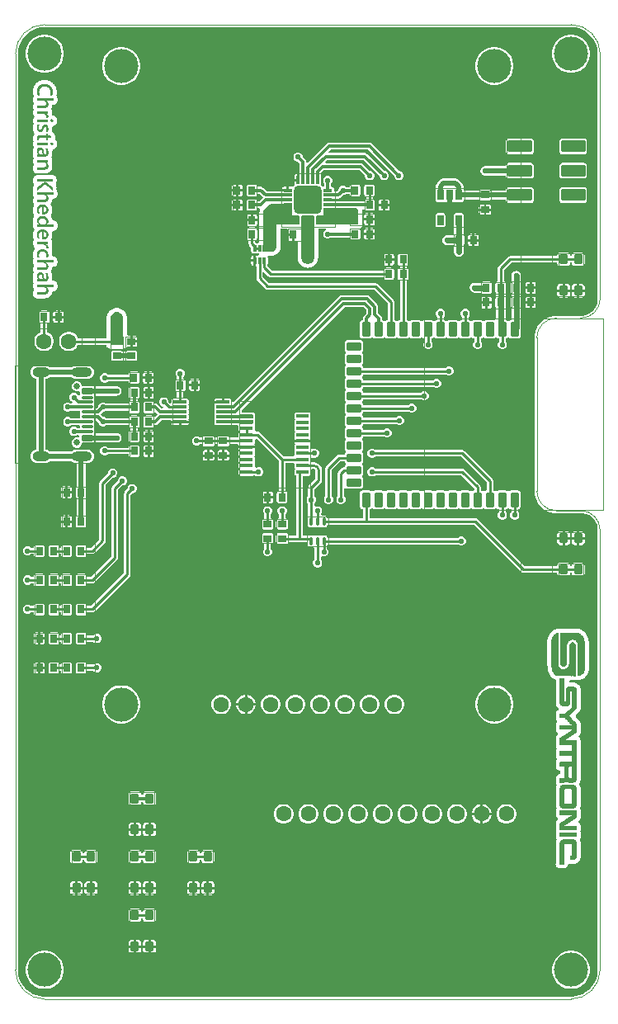
<source format=gtl>
G04*
G04 #@! TF.GenerationSoftware,Altium Limited,Altium Designer,22.10.1 (41)*
G04*
G04 Layer_Physical_Order=1*
G04 Layer_Color=255*
%FSLAX44Y44*%
%MOMM*%
G71*
G04*
G04 #@! TF.SameCoordinates,9034F27D-8993-4B38-BF2F-AE75C4F05548*
G04*
G04*
G04 #@! TF.FilePolarity,Positive*
G04*
G01*
G75*
%ADD10C,0.2540*%
%ADD11C,0.1000*%
G04:AMPARAMS|DCode=13|XSize=0.7mm|YSize=0.9mm|CornerRadius=0.0875mm|HoleSize=0mm|Usage=FLASHONLY|Rotation=0.000|XOffset=0mm|YOffset=0mm|HoleType=Round|Shape=RoundedRectangle|*
%AMROUNDEDRECTD13*
21,1,0.7000,0.7250,0,0,0.0*
21,1,0.5250,0.9000,0,0,0.0*
1,1,0.1750,0.2625,-0.3625*
1,1,0.1750,-0.2625,-0.3625*
1,1,0.1750,-0.2625,0.3625*
1,1,0.1750,0.2625,0.3625*
%
%ADD13ROUNDEDRECTD13*%
G04:AMPARAMS|DCode=14|XSize=1.5mm|YSize=0.9mm|CornerRadius=0.1125mm|HoleSize=0mm|Usage=FLASHONLY|Rotation=270.000|XOffset=0mm|YOffset=0mm|HoleType=Round|Shape=RoundedRectangle|*
%AMROUNDEDRECTD14*
21,1,1.5000,0.6750,0,0,270.0*
21,1,1.2750,0.9000,0,0,270.0*
1,1,0.2250,-0.3375,-0.6375*
1,1,0.2250,-0.3375,0.6375*
1,1,0.2250,0.3375,0.6375*
1,1,0.2250,0.3375,-0.6375*
%
%ADD14ROUNDEDRECTD14*%
G04:AMPARAMS|DCode=15|XSize=1.5mm|YSize=0.9mm|CornerRadius=0.1125mm|HoleSize=0mm|Usage=FLASHONLY|Rotation=180.000|XOffset=0mm|YOffset=0mm|HoleType=Round|Shape=RoundedRectangle|*
%AMROUNDEDRECTD15*
21,1,1.5000,0.6750,0,0,180.0*
21,1,1.2750,0.9000,0,0,180.0*
1,1,0.2250,-0.6375,0.3375*
1,1,0.2250,0.6375,0.3375*
1,1,0.2250,0.6375,-0.3375*
1,1,0.2250,-0.6375,-0.3375*
%
%ADD15ROUNDEDRECTD15*%
G04:AMPARAMS|DCode=16|XSize=0.7mm|YSize=0.9mm|CornerRadius=0.0875mm|HoleSize=0mm|Usage=FLASHONLY|Rotation=90.000|XOffset=0mm|YOffset=0mm|HoleType=Round|Shape=RoundedRectangle|*
%AMROUNDEDRECTD16*
21,1,0.7000,0.7250,0,0,90.0*
21,1,0.5250,0.9000,0,0,90.0*
1,1,0.1750,0.3625,0.2625*
1,1,0.1750,0.3625,-0.2625*
1,1,0.1750,-0.3625,-0.2625*
1,1,0.1750,-0.3625,0.2625*
%
%ADD16ROUNDEDRECTD16*%
G04:AMPARAMS|DCode=17|XSize=2.8mm|YSize=2.8mm|CornerRadius=0.35mm|HoleSize=0mm|Usage=FLASHONLY|Rotation=180.000|XOffset=0mm|YOffset=0mm|HoleType=Round|Shape=RoundedRectangle|*
%AMROUNDEDRECTD17*
21,1,2.8000,2.1000,0,0,180.0*
21,1,2.1000,2.8000,0,0,180.0*
1,1,0.7000,-1.0500,1.0500*
1,1,0.7000,1.0500,1.0500*
1,1,0.7000,1.0500,-1.0500*
1,1,0.7000,-1.0500,-1.0500*
%
%ADD17ROUNDEDRECTD17*%
G04:AMPARAMS|DCode=18|XSize=0.9mm|YSize=0.3mm|CornerRadius=0.0375mm|HoleSize=0mm|Usage=FLASHONLY|Rotation=180.000|XOffset=0mm|YOffset=0mm|HoleType=Round|Shape=RoundedRectangle|*
%AMROUNDEDRECTD18*
21,1,0.9000,0.2250,0,0,180.0*
21,1,0.8250,0.3000,0,0,180.0*
1,1,0.0750,-0.4125,0.1125*
1,1,0.0750,0.4125,0.1125*
1,1,0.0750,0.4125,-0.1125*
1,1,0.0750,-0.4125,-0.1125*
%
%ADD18ROUNDEDRECTD18*%
G04:AMPARAMS|DCode=19|XSize=0.9mm|YSize=0.3mm|CornerRadius=0.0375mm|HoleSize=0mm|Usage=FLASHONLY|Rotation=90.000|XOffset=0mm|YOffset=0mm|HoleType=Round|Shape=RoundedRectangle|*
%AMROUNDEDRECTD19*
21,1,0.9000,0.2250,0,0,90.0*
21,1,0.8250,0.3000,0,0,90.0*
1,1,0.0750,0.1125,0.4125*
1,1,0.0750,0.1125,-0.4125*
1,1,0.0750,-0.1125,-0.4125*
1,1,0.0750,-0.1125,0.4125*
%
%ADD19ROUNDEDRECTD19*%
G04:AMPARAMS|DCode=20|XSize=0.4mm|YSize=1.27mm|CornerRadius=0.05mm|HoleSize=0mm|Usage=FLASHONLY|Rotation=270.000|XOffset=0mm|YOffset=0mm|HoleType=Round|Shape=RoundedRectangle|*
%AMROUNDEDRECTD20*
21,1,0.4000,1.1700,0,0,270.0*
21,1,0.3000,1.2700,0,0,270.0*
1,1,0.1000,-0.5850,-0.1500*
1,1,0.1000,-0.5850,0.1500*
1,1,0.1000,0.5850,0.1500*
1,1,0.1000,0.5850,-0.1500*
%
%ADD20ROUNDEDRECTD20*%
G04:AMPARAMS|DCode=21|XSize=0.3mm|YSize=0.8mm|CornerRadius=0.0375mm|HoleSize=0mm|Usage=FLASHONLY|Rotation=0.000|XOffset=0mm|YOffset=0mm|HoleType=Round|Shape=RoundedRectangle|*
%AMROUNDEDRECTD21*
21,1,0.3000,0.7250,0,0,0.0*
21,1,0.2250,0.8000,0,0,0.0*
1,1,0.0750,0.1125,-0.3625*
1,1,0.0750,-0.1125,-0.3625*
1,1,0.0750,-0.1125,0.3625*
1,1,0.0750,0.1125,0.3625*
%
%ADD21ROUNDEDRECTD21*%
G04:AMPARAMS|DCode=22|XSize=1.1mm|YSize=0.6mm|CornerRadius=0.075mm|HoleSize=0mm|Usage=FLASHONLY|Rotation=90.000|XOffset=0mm|YOffset=0mm|HoleType=Round|Shape=RoundedRectangle|*
%AMROUNDEDRECTD22*
21,1,1.1000,0.4500,0,0,90.0*
21,1,0.9500,0.6000,0,0,90.0*
1,1,0.1500,0.2250,0.4750*
1,1,0.1500,0.2250,-0.4750*
1,1,0.1500,-0.2250,-0.4750*
1,1,0.1500,-0.2250,0.4750*
%
%ADD22ROUNDEDRECTD22*%
G04:AMPARAMS|DCode=23|XSize=0.3mm|YSize=0.67mm|CornerRadius=0.0375mm|HoleSize=0mm|Usage=FLASHONLY|Rotation=0.000|XOffset=0mm|YOffset=0mm|HoleType=Round|Shape=RoundedRectangle|*
%AMROUNDEDRECTD23*
21,1,0.3000,0.5950,0,0,0.0*
21,1,0.2250,0.6700,0,0,0.0*
1,1,0.0750,0.1125,-0.2975*
1,1,0.0750,-0.1125,-0.2975*
1,1,0.0750,-0.1125,0.2975*
1,1,0.0750,0.1125,0.2975*
%
%ADD23ROUNDEDRECTD23*%
G04:AMPARAMS|DCode=24|XSize=0.6mm|YSize=1.15mm|CornerRadius=0.075mm|HoleSize=0mm|Usage=FLASHONLY|Rotation=270.000|XOffset=0mm|YOffset=0mm|HoleType=Round|Shape=RoundedRectangle|*
%AMROUNDEDRECTD24*
21,1,0.6000,1.0000,0,0,270.0*
21,1,0.4500,1.1500,0,0,270.0*
1,1,0.1500,-0.5000,-0.2250*
1,1,0.1500,-0.5000,0.2250*
1,1,0.1500,0.5000,0.2250*
1,1,0.1500,0.5000,-0.2250*
%
%ADD24ROUNDEDRECTD24*%
G04:AMPARAMS|DCode=25|XSize=0.3mm|YSize=1.15mm|CornerRadius=0.0375mm|HoleSize=0mm|Usage=FLASHONLY|Rotation=270.000|XOffset=0mm|YOffset=0mm|HoleType=Round|Shape=RoundedRectangle|*
%AMROUNDEDRECTD25*
21,1,0.3000,1.0750,0,0,270.0*
21,1,0.2250,1.1500,0,0,270.0*
1,1,0.0750,-0.5375,-0.1125*
1,1,0.0750,-0.5375,0.1125*
1,1,0.0750,0.5375,0.1125*
1,1,0.0750,0.5375,-0.1125*
%
%ADD25ROUNDEDRECTD25*%
G04:AMPARAMS|DCode=26|XSize=1.2mm|YSize=2.5mm|CornerRadius=0.15mm|HoleSize=0mm|Usage=FLASHONLY|Rotation=270.000|XOffset=0mm|YOffset=0mm|HoleType=Round|Shape=RoundedRectangle|*
%AMROUNDEDRECTD26*
21,1,1.2000,2.2000,0,0,270.0*
21,1,0.9000,2.5000,0,0,270.0*
1,1,0.3000,-1.1000,-0.4500*
1,1,0.3000,-1.1000,0.4500*
1,1,0.3000,1.1000,0.4500*
1,1,0.3000,1.1000,-0.4500*
%
%ADD26ROUNDEDRECTD26*%
G04:AMPARAMS|DCode=27|XSize=1.2mm|YSize=2.5001mm|CornerRadius=0.15mm|HoleSize=0mm|Usage=FLASHONLY|Rotation=270.000|XOffset=0mm|YOffset=0mm|HoleType=Round|Shape=RoundedRectangle|*
%AMROUNDEDRECTD27*
21,1,1.2000,2.2001,0,0,270.0*
21,1,0.9000,2.5001,0,0,270.0*
1,1,0.3000,-1.1001,-0.4500*
1,1,0.3000,-1.1001,0.4500*
1,1,0.3000,1.1001,0.4500*
1,1,0.3000,1.1001,-0.4500*
%
%ADD27ROUNDEDRECTD27*%
G04:AMPARAMS|DCode=28|XSize=0.3mm|YSize=1.4mm|CornerRadius=0.0375mm|HoleSize=0mm|Usage=FLASHONLY|Rotation=270.000|XOffset=0mm|YOffset=0mm|HoleType=Round|Shape=RoundedRectangle|*
%AMROUNDEDRECTD28*
21,1,0.3000,1.3250,0,0,270.0*
21,1,0.2250,1.4000,0,0,270.0*
1,1,0.0750,-0.6625,-0.1125*
1,1,0.0750,-0.6625,0.1125*
1,1,0.0750,0.6625,0.1125*
1,1,0.0750,0.6625,-0.1125*
%
%ADD28ROUNDEDRECTD28*%
G04:AMPARAMS|DCode=29|XSize=1mm|YSize=0.9mm|CornerRadius=0.1125mm|HoleSize=0mm|Usage=FLASHONLY|Rotation=90.000|XOffset=0mm|YOffset=0mm|HoleType=Round|Shape=RoundedRectangle|*
%AMROUNDEDRECTD29*
21,1,1.0000,0.6750,0,0,90.0*
21,1,0.7750,0.9000,0,0,90.0*
1,1,0.2250,0.3375,0.3875*
1,1,0.2250,0.3375,-0.3875*
1,1,0.2250,-0.3375,-0.3875*
1,1,0.2250,-0.3375,0.3875*
%
%ADD29ROUNDEDRECTD29*%
%ADD54C,0.2500*%
%ADD55C,0.5500*%
%ADD56C,0.3000*%
%ADD57C,0.6000*%
%ADD58R,3.0898X0.3000*%
%ADD59C,3.5000*%
%ADD60C,1.6000*%
%ADD61O,1.8000X1.0000*%
%ADD62O,2.1000X1.0000*%
%ADD63C,0.6500*%
%ADD64C,0.5500*%
%ADD65C,0.5000*%
G36*
X571799Y997451D02*
X575367Y996982D01*
X578843Y996050D01*
X582167Y994673D01*
X585284Y992874D01*
X588139Y990683D01*
X590683Y988139D01*
X592874Y985284D01*
X594673Y982168D01*
X596050Y978843D01*
X596982Y975367D01*
X597451Y971799D01*
Y970000D01*
X597451Y718750D01*
Y717031D01*
X596781Y713660D01*
X595465Y710484D01*
X593555Y707625D01*
X591125Y705195D01*
X588266Y703285D01*
X585090Y701970D01*
X581719Y701299D01*
X555000D01*
X554938Y701286D01*
X554875Y701296D01*
X552915Y701199D01*
X552731Y701153D01*
X552542D01*
X548697Y700389D01*
X548465Y700293D01*
X548219Y700244D01*
X544597Y698743D01*
X544388Y698604D01*
X544156Y698508D01*
X540896Y696329D01*
X540719Y696152D01*
X540510Y696012D01*
X537738Y693240D01*
X537598Y693031D01*
X537421Y692854D01*
X535242Y689594D01*
X535146Y689362D01*
X535007Y689153D01*
X533506Y685531D01*
X533457Y685285D01*
X533361Y685053D01*
X532596Y681208D01*
Y681019D01*
X532551Y680835D01*
X532454Y678875D01*
X532463Y678812D01*
X532451Y678750D01*
Y521250D01*
X532463Y521188D01*
X532454Y521125D01*
X532551Y519165D01*
X532596Y518981D01*
Y518792D01*
X533361Y514947D01*
X533457Y514715D01*
X533506Y514469D01*
X535007Y510847D01*
X535146Y510638D01*
X535242Y510406D01*
X537421Y507146D01*
X537598Y506969D01*
X537738Y506760D01*
X540510Y503988D01*
X540719Y503848D01*
X540896Y503671D01*
X544156Y501492D01*
X544388Y501396D01*
X544597Y501257D01*
X548219Y499756D01*
X548465Y499707D01*
X548697Y499611D01*
X552542Y498846D01*
X552731D01*
X552915Y498801D01*
X554875Y498704D01*
X554938Y498714D01*
X555000Y498701D01*
X580000Y498701D01*
X581719Y498701D01*
X585090Y498031D01*
X588266Y496715D01*
X591124Y494805D01*
X593555Y492374D01*
X595465Y489516D01*
X596781Y486340D01*
X597451Y482969D01*
X597451Y481250D01*
X597451Y30000D01*
Y28201D01*
X596982Y24633D01*
X596050Y21157D01*
X594673Y17832D01*
X592874Y14716D01*
X590683Y11861D01*
X588139Y9317D01*
X585284Y7126D01*
X582167Y5327D01*
X578843Y3950D01*
X575367Y3018D01*
X571799Y2549D01*
X28201D01*
X24633Y3018D01*
X21157Y3950D01*
X17832Y5327D01*
X14716Y7126D01*
X11861Y9317D01*
X9317Y11861D01*
X7126Y14716D01*
X5327Y17833D01*
X3950Y21157D01*
X3018Y24633D01*
X2549Y28201D01*
Y30000D01*
Y970000D01*
Y971966D01*
X2533Y972044D01*
X2766Y973809D01*
X3784Y977608D01*
X5289Y981241D01*
X7255Y984647D01*
X9649Y987766D01*
X12430Y990547D01*
X15550Y992941D01*
X18955Y994908D01*
X22589Y996413D01*
X24788Y997002D01*
X28201Y997451D01*
X570000D01*
X571799Y997451D01*
D02*
G37*
%LPC*%
G36*
X571921Y989500D02*
X568079D01*
X564312Y988751D01*
X560763Y987281D01*
X557570Y985147D01*
X554853Y982430D01*
X552719Y979237D01*
X551249Y975688D01*
X550500Y971920D01*
Y968079D01*
X551249Y964312D01*
X552719Y960763D01*
X554853Y957569D01*
X557570Y954853D01*
X560763Y952719D01*
X564312Y951249D01*
X568079Y950500D01*
X571921D01*
X575688Y951249D01*
X579237Y952719D01*
X582431Y954853D01*
X585147Y957569D01*
X587281Y960763D01*
X588751Y964312D01*
X589500Y968079D01*
Y971920D01*
X588751Y975688D01*
X587281Y979237D01*
X585147Y982430D01*
X582431Y985147D01*
X579237Y987281D01*
X575688Y988751D01*
X571921Y989500D01*
D02*
G37*
G36*
X31921D02*
X28079D01*
X24312Y988751D01*
X20763Y987281D01*
X17570Y985147D01*
X14853Y982430D01*
X12719Y979237D01*
X11249Y975688D01*
X10500Y971920D01*
Y968079D01*
X11249Y964312D01*
X12719Y960763D01*
X14853Y957569D01*
X17570Y954853D01*
X20763Y952719D01*
X24312Y951249D01*
X28079Y950500D01*
X31921D01*
X35688Y951249D01*
X39237Y952719D01*
X42431Y954853D01*
X45147Y957569D01*
X47281Y960763D01*
X48751Y964312D01*
X49500Y968079D01*
Y971920D01*
X48751Y975688D01*
X47281Y979237D01*
X45147Y982430D01*
X42431Y985147D01*
X39237Y987281D01*
X35688Y988751D01*
X31921Y989500D01*
D02*
G37*
G36*
X29528Y943126D02*
X29287Y943083D01*
X29188Y943099D01*
X28623Y943074D01*
X28248Y942982D01*
X28141Y942991D01*
X27920Y942967D01*
X27786Y942924D01*
X27657Y942913D01*
X27571Y942913D01*
X27448Y942888D01*
X27413Y942874D01*
X27357Y942869D01*
X27313Y942857D01*
X27303Y942856D01*
X27045Y942795D01*
X27002Y942775D01*
X26680Y942759D01*
X26582Y942735D01*
X26520Y942705D01*
X26451Y942700D01*
X26279Y942651D01*
X26131Y942574D01*
X26126Y942573D01*
X26105Y942565D01*
X25971Y942529D01*
X25892Y942490D01*
X25744Y942456D01*
X25523Y942358D01*
X25506Y942346D01*
X25075Y942236D01*
X24964Y942183D01*
X24909Y942163D01*
X24884Y942148D01*
X24855Y942142D01*
X24695Y942081D01*
X24505Y941961D01*
X24319Y941893D01*
X24157Y941794D01*
X23997Y941733D01*
X23801Y941610D01*
X23758Y941570D01*
X23727Y941564D01*
X23705Y941549D01*
X23576Y941508D01*
X23355Y941385D01*
X23332Y941365D01*
X23187Y941262D01*
X23186Y941261D01*
X23011Y941164D01*
X22798Y940983D01*
X22771Y940973D01*
X22648Y940899D01*
X22413Y940687D01*
X22108Y940482D01*
X22010Y940385D01*
X21862Y940286D01*
X21838Y940262D01*
X21764Y940212D01*
X21346Y939795D01*
X21346Y939794D01*
X21334Y939782D01*
X21334Y939782D01*
X20928Y939377D01*
X20814Y939206D01*
X20792Y939188D01*
X20707Y939131D01*
X20670Y939094D01*
X20661Y939080D01*
X20656Y939076D01*
X20560Y938958D01*
X20511Y938920D01*
X20422Y938765D01*
X20383Y938728D01*
X20321Y938642D01*
X20293Y938579D01*
X20239Y938493D01*
X20013Y938234D01*
X20008Y938225D01*
X19917Y938130D01*
X19831Y937995D01*
X19805Y937929D01*
X19793Y937918D01*
X19732Y937832D01*
X19560Y937450D01*
X19542Y937415D01*
X19450Y937319D01*
X19364Y937184D01*
X19295Y937005D01*
X19244Y936925D01*
X19195Y936798D01*
X19123Y936690D01*
X19107Y936608D01*
X19041Y936515D01*
X18943Y936294D01*
X18929Y936231D01*
X18822Y936067D01*
X18772Y935944D01*
X18723Y935679D01*
X18721Y935675D01*
X18699Y935625D01*
X18695Y935609D01*
X18686Y935587D01*
X18686Y935584D01*
X18635Y935471D01*
X18635Y935467D01*
X18625Y935452D01*
X18576Y935329D01*
X18525Y935055D01*
X18406Y934803D01*
X18381Y934705D01*
X18376Y934607D01*
X18339Y934517D01*
X18314Y934394D01*
X18314Y934228D01*
X18308Y934214D01*
X18284Y934120D01*
X18260Y934044D01*
X18248Y933933D01*
X18241Y933895D01*
X18241Y933890D01*
X18216Y933828D01*
X18179Y933644D01*
X18179Y933380D01*
X18082Y933010D01*
X18058Y932592D01*
X18067Y932527D01*
X18026Y932339D01*
X18002Y930668D01*
X18044Y930439D01*
X18030Y930349D01*
X18055Y929808D01*
X18157Y929396D01*
X18153Y929367D01*
X18178Y929096D01*
X18183Y929078D01*
X18194Y928921D01*
X18212Y928855D01*
X18211Y928829D01*
X18248Y928596D01*
X18253Y928582D01*
X18259Y928501D01*
X18318Y928293D01*
X18320Y928242D01*
X18345Y928144D01*
X18372Y928086D01*
X18404Y927693D01*
X18453Y927522D01*
X18517Y927398D01*
X18528Y927335D01*
X18640Y927042D01*
X18649Y926993D01*
X18658Y926971D01*
X18662Y926954D01*
X18685Y926905D01*
X18699Y926870D01*
X18705Y926860D01*
X18712Y926844D01*
X18814Y926385D01*
X18871Y926256D01*
X18831Y926146D01*
X18575Y925773D01*
X18518Y925500D01*
X18393Y925251D01*
X18355Y924728D01*
X18247Y924216D01*
X18223Y922029D01*
X18331Y921449D01*
X18379Y920862D01*
X18429Y920690D01*
X18499Y920553D01*
X18516Y920464D01*
X18550Y920412D01*
X18582Y920250D01*
X18897Y919779D01*
X19156Y919275D01*
X19129Y919238D01*
X19068Y919181D01*
X19007Y919095D01*
X18977Y919029D01*
X18889Y918908D01*
X18798Y918652D01*
X18575Y918327D01*
X18501Y917974D01*
X18352Y917645D01*
X18339Y917202D01*
X18247Y916769D01*
X18223Y914558D01*
X18281Y914250D01*
X18263Y913936D01*
X18288Y913764D01*
X18467Y913256D01*
X18516Y912994D01*
X18602Y912863D01*
X18655Y912701D01*
X18572Y912579D01*
X18566Y912555D01*
X18553Y912535D01*
X18518Y912358D01*
X18513Y912351D01*
X18501Y912314D01*
X18488Y912207D01*
X18417Y911852D01*
X18348Y911660D01*
X18354Y911548D01*
X18243Y911022D01*
X18218Y908933D01*
X18258Y908719D01*
X18242Y908639D01*
X18250Y908602D01*
X18238Y908480D01*
X18263Y908234D01*
X18437Y907664D01*
X18553Y907079D01*
X18667Y906908D01*
X18727Y906712D01*
X19341Y905453D01*
X19140Y905130D01*
X18695Y904537D01*
X18629Y904305D01*
X18502Y904101D01*
X18411Y903547D01*
X18256Y903007D01*
X18232Y902712D01*
X18234Y902687D01*
X18228Y902663D01*
X18244Y902531D01*
X18244Y902531D01*
X18245Y902530D01*
X18254Y902458D01*
X18218Y902275D01*
X18220Y902261D01*
X18218Y902246D01*
X18229Y900666D01*
X18221Y900487D01*
X18254Y900273D01*
X18242Y900211D01*
X18313Y899853D01*
X18339Y899321D01*
X18364Y899222D01*
X18442Y899058D01*
X18464Y898914D01*
X18518Y898825D01*
X18553Y898651D01*
X18697Y898434D01*
X18696Y898432D01*
X18645Y898334D01*
X18621Y898248D01*
X18581Y898150D01*
X18548Y897976D01*
X18537Y897933D01*
X18536Y897916D01*
X18519Y897828D01*
X18384Y897529D01*
X18356Y897404D01*
X18340Y897342D01*
X18326Y897044D01*
X18239Y896759D01*
X18223Y896600D01*
X18210Y896512D01*
X18216Y896399D01*
X18081Y895907D01*
X18057Y895563D01*
X18068Y895474D01*
X18022Y895263D01*
X17998Y893715D01*
X18047Y893447D01*
X18030Y893322D01*
X18054Y892929D01*
X18150Y892568D01*
X18168Y892195D01*
X18193Y892096D01*
X18236Y892005D01*
X18323Y891481D01*
X18554Y890870D01*
X18603Y890705D01*
X18621Y890490D01*
X18670Y890318D01*
X18778Y890109D01*
X18823Y889879D01*
X19009Y889600D01*
X19033Y889533D01*
X19042Y889523D01*
X19089Y889415D01*
X19111Y889383D01*
X19124Y889342D01*
X19174Y889255D01*
X19190Y889196D01*
X19215Y889147D01*
X19547Y887906D01*
X19324Y887515D01*
X19037Y887168D01*
X18951Y887008D01*
X18930Y886938D01*
X18898Y886902D01*
X18824Y886780D01*
X18763Y886609D01*
X18720Y886509D01*
X18718Y886502D01*
X18627Y886365D01*
X18566Y886061D01*
X18470Y885808D01*
X18422Y885699D01*
X18422Y885696D01*
X18340Y885524D01*
X18315Y885425D01*
X18314Y885393D01*
X18298Y885352D01*
X18274Y885204D01*
X18276Y885130D01*
X18234Y885012D01*
X18210Y884840D01*
X18211Y884821D01*
X18085Y884381D01*
X18060Y884086D01*
X18072Y883983D01*
X18022Y883759D01*
X17998Y882579D01*
X18051Y882281D01*
X18032Y882130D01*
X18056Y881786D01*
X18180Y881334D01*
X18229Y880868D01*
X18340Y880512D01*
X18358Y880479D01*
X18375Y880268D01*
X18424Y880096D01*
X18479Y879989D01*
X18393Y879816D01*
X18355Y879293D01*
X18247Y878779D01*
X18223Y876493D01*
X18369Y875715D01*
X18451Y875275D01*
X18480Y875037D01*
X18502Y875000D01*
X18514Y874935D01*
X18563Y874812D01*
X18933Y874244D01*
X18967Y874183D01*
X18951Y874154D01*
X18902Y874002D01*
X18872Y873956D01*
X18868Y873940D01*
X18829Y873898D01*
X18810Y873844D01*
X18795Y873825D01*
X18784Y873804D01*
X18768Y873781D01*
X18696Y873612D01*
X18589Y873452D01*
X18584Y873427D01*
X18570Y873406D01*
X18521Y873283D01*
X18437Y872833D01*
X18404Y872742D01*
X18351Y872646D01*
X18241Y872289D01*
X18215Y872042D01*
X18205Y872013D01*
X18191Y871902D01*
X18091Y871608D01*
X18055Y871325D01*
X18071Y871077D01*
X17996Y870674D01*
X18009Y869678D01*
X18076Y869362D01*
X18070Y869332D01*
X18074Y869308D01*
X18062Y869145D01*
X18099Y868838D01*
X18130Y868742D01*
X18130Y868740D01*
X18154Y868642D01*
X18181Y868586D01*
X18259Y868346D01*
X18259Y868217D01*
X18277Y868126D01*
X18277Y868125D01*
X18278Y868121D01*
X18296Y868032D01*
X18334Y867941D01*
X18339Y867843D01*
X18363Y867745D01*
X18387Y867694D01*
X18350Y867180D01*
X18242Y866668D01*
X18217Y864555D01*
X18250Y864378D01*
X18242Y864334D01*
X18272Y864183D01*
X18258Y863931D01*
X18283Y863759D01*
X18452Y863276D01*
X18479Y863143D01*
X18488Y863061D01*
X18500Y863039D01*
X18552Y862774D01*
X18604Y862697D01*
X18567Y862644D01*
X18510Y862372D01*
X18386Y862124D01*
X18348Y861600D01*
X18240Y861086D01*
X18215Y858807D01*
X18215Y858807D01*
X18215Y858807D01*
X18215Y858801D01*
X18361Y858023D01*
X18444Y857580D01*
X18474Y857344D01*
X18495Y857307D01*
X18507Y857243D01*
X18556Y857120D01*
X18926Y856551D01*
X19190Y856088D01*
X19066Y855976D01*
X18852Y855524D01*
X18697Y855308D01*
X18690Y855281D01*
X18574Y855108D01*
X18544Y854955D01*
X18515Y854911D01*
X18499Y854827D01*
X18449Y854738D01*
X18424Y854665D01*
X18416Y854601D01*
X18386Y854538D01*
X18362Y854439D01*
X18340Y853999D01*
X18215Y853349D01*
X18227Y851596D01*
X18219Y851415D01*
X18252Y851201D01*
X18240Y851140D01*
X18311Y850781D01*
X18337Y850249D01*
X18361Y850151D01*
X18439Y849986D01*
X18461Y849842D01*
X18515Y849753D01*
X18550Y849579D01*
X18828Y849164D01*
X19041Y848712D01*
X19266Y848508D01*
X19434Y848256D01*
X19471Y848219D01*
X19900Y847932D01*
X20219Y847643D01*
X20461Y847556D01*
X20782Y847340D01*
X20789Y847338D01*
X20794Y847335D01*
X21432Y847208D01*
X21717Y847106D01*
X21897Y847114D01*
X22342Y847024D01*
X29959Y847000D01*
X30216Y847050D01*
X30337Y847035D01*
X30681Y847059D01*
X31066Y847165D01*
X31464Y847193D01*
X31599Y847230D01*
X31663Y847262D01*
X31861Y847292D01*
X32044Y847358D01*
X32239Y847367D01*
X32337Y847392D01*
X32634Y847532D01*
X32955Y847600D01*
X33127Y847674D01*
X33228Y847743D01*
X33401Y847777D01*
X33630Y847930D01*
X33689Y847964D01*
X33772Y847979D01*
X33895Y848028D01*
X33917Y848043D01*
X33943Y848048D01*
X33997Y848084D01*
X33999Y848085D01*
X34002Y848087D01*
X34074Y848136D01*
X34183Y848181D01*
X34214Y848211D01*
X34253Y848229D01*
X34498Y848400D01*
X34499Y848401D01*
X34686Y848490D01*
X34783Y848596D01*
X34845Y848632D01*
X34946Y848682D01*
X34979Y848708D01*
X35088Y848770D01*
X35143Y848840D01*
X35229Y848896D01*
X35243Y848918D01*
X35265Y848932D01*
X35302Y848969D01*
X35346Y849035D01*
X35486Y849128D01*
X35928Y849570D01*
X36042Y849740D01*
X36063Y849755D01*
X36085Y849777D01*
X36201Y849872D01*
X36311Y850007D01*
X36316Y850015D01*
X36671Y850596D01*
X36762Y850714D01*
X36794Y850745D01*
X36892Y850892D01*
X36930Y850983D01*
X36996Y851056D01*
X37069Y851179D01*
X37081Y851211D01*
X37082Y851213D01*
X37083Y851217D01*
X37128Y851342D01*
X37141Y851364D01*
X37227Y851597D01*
X37233Y851637D01*
X37272Y851745D01*
X37529Y852289D01*
X37578Y852485D01*
X37585Y852616D01*
X37606Y852677D01*
X37603Y852739D01*
X37659Y852897D01*
X37662Y852921D01*
X37662Y852921D01*
X37687Y852994D01*
X37703Y853126D01*
X37833Y853578D01*
X37858Y853873D01*
X37847Y853966D01*
X37895Y854178D01*
X37920Y855111D01*
X37868Y855413D01*
X37887Y855564D01*
X37863Y855932D01*
X37715Y856480D01*
X37712Y856508D01*
X37701Y856541D01*
X37642Y856881D01*
X37640Y856932D01*
X37624Y856996D01*
X37618Y857020D01*
X37600Y857125D01*
X37579Y857181D01*
X37578Y857190D01*
X37529Y857387D01*
X37461Y857531D01*
X37457Y857565D01*
X37584Y857871D01*
X37608Y857994D01*
X37609Y858399D01*
X37663Y858672D01*
X37661Y858681D01*
X37687Y858818D01*
X37675Y860943D01*
X37648Y861077D01*
X37651Y861093D01*
X37621Y861244D01*
X37634Y861496D01*
X37610Y861668D01*
X37440Y862151D01*
X37340Y862654D01*
X37178Y862895D01*
X37082Y863169D01*
X36740Y863551D01*
X36646Y863691D01*
X36648Y863695D01*
X36656Y863713D01*
X36697Y863786D01*
X36746Y863932D01*
X36903Y864134D01*
X36928Y864183D01*
X36958Y864293D01*
X37084Y864482D01*
X37100Y864563D01*
X37143Y864633D01*
X37210Y864814D01*
X37238Y864885D01*
X37270Y865054D01*
X37531Y865607D01*
X37580Y865804D01*
X37584Y865890D01*
X37597Y865922D01*
X37594Y866024D01*
X37661Y866216D01*
X37710Y866560D01*
X37708Y866595D01*
X37840Y867086D01*
X37865Y867455D01*
X37855Y867529D01*
X37898Y867724D01*
X37922Y869051D01*
X37867Y869356D01*
X37886Y869514D01*
X37862Y869833D01*
X37826Y869962D01*
X37833Y870097D01*
X37808Y870268D01*
X37767Y870386D01*
X37769Y870461D01*
X37764Y870494D01*
X37777Y870632D01*
X37984Y871213D01*
X38153Y871502D01*
X38690Y872016D01*
X38756Y872055D01*
X38935Y872133D01*
X39048Y872161D01*
X39323Y872291D01*
X39620Y872350D01*
X39926Y872554D01*
X39941Y872560D01*
X39962Y872578D01*
X40035Y872627D01*
X40487Y872841D01*
X40544Y872903D01*
X40682Y872998D01*
X40828Y873147D01*
X41025Y873251D01*
X41143Y873391D01*
X41312Y873504D01*
X41349Y873541D01*
X41418Y873645D01*
X41508Y873715D01*
X41682Y874021D01*
X41794Y874135D01*
X41823Y874206D01*
X42045Y874472D01*
X42158Y874678D01*
X42251Y874788D01*
X42374Y875010D01*
X42423Y875162D01*
X42454Y875208D01*
X42455Y875215D01*
X42529Y875319D01*
X42669Y875929D01*
X42860Y876525D01*
X42846Y876699D01*
X42885Y876870D01*
X42910Y877706D01*
X42857Y878021D01*
X42862Y878046D01*
X42831Y878216D01*
X42846Y878500D01*
X42821Y878672D01*
X42793Y878754D01*
X42790Y878815D01*
X42765Y878913D01*
X42674Y879107D01*
X42645Y879275D01*
X42628Y879302D01*
X42571Y879611D01*
X42522Y879734D01*
X42508Y879755D01*
X42503Y879780D01*
X42354Y880003D01*
X42294Y880174D01*
X42274Y880195D01*
X42266Y880221D01*
X42119Y880491D01*
X42030Y880597D01*
X41974Y880746D01*
X41624Y881119D01*
X41508Y881322D01*
X41374Y881426D01*
X41185Y881669D01*
X40669Y882466D01*
X40701Y882647D01*
X40800Y882857D01*
X40825Y882955D01*
X40841Y883300D01*
X40912Y883556D01*
X40891Y883722D01*
X40946Y884033D01*
X40889Y884286D01*
X40902Y884545D01*
X40725Y885039D01*
X40713Y885135D01*
X40709Y885142D01*
X40707Y885151D01*
X40707Y885168D01*
X40698Y885206D01*
X40670Y885377D01*
X40616Y885518D01*
X40611Y885542D01*
X40604Y885695D01*
X40579Y885793D01*
X40474Y886015D01*
X40463Y886094D01*
X40423Y886208D01*
X40394Y886357D01*
X40389Y886368D01*
X40382Y886506D01*
X40358Y886604D01*
X40230Y886874D01*
X40172Y887168D01*
X40115Y887306D01*
X40109Y887325D01*
X40101Y887350D01*
X40094Y887364D01*
X40056Y887467D01*
X39991Y887573D01*
X39948Y887789D01*
X39633Y888261D01*
X39374Y888765D01*
X39265Y888858D01*
X39193Y888920D01*
X39065Y889113D01*
X39003Y889174D01*
X38548Y889478D01*
X38134Y889836D01*
X37892Y889917D01*
X37680Y890059D01*
X37842Y891389D01*
X37866Y891758D01*
X37857Y891831D01*
X37899Y892025D01*
X37924Y893328D01*
X37873Y893612D01*
X37891Y893750D01*
X37866Y894118D01*
X37801Y894359D01*
X37806Y894898D01*
X38484Y895689D01*
X38854Y895979D01*
X38926Y895997D01*
X39084Y896072D01*
X39175Y896086D01*
X39362Y896203D01*
X39614Y896322D01*
X39829Y896419D01*
X39891Y896431D01*
X39960Y896478D01*
X40132Y896535D01*
X40302Y896632D01*
X40307Y896635D01*
X40479Y896757D01*
X40623Y896911D01*
X40672Y896954D01*
X40942Y897134D01*
X41050Y897189D01*
X41083Y897228D01*
X41214Y897315D01*
X41398Y897500D01*
X41713Y897971D01*
X42079Y898403D01*
X42168Y898562D01*
X42227Y898630D01*
X42326Y898802D01*
X42391Y898999D01*
X42454Y899093D01*
X42460Y899122D01*
X42517Y899200D01*
X42556Y899364D01*
X42654Y899537D01*
X42678Y899611D01*
X42728Y900006D01*
X42830Y900311D01*
X42819Y900472D01*
X42885Y900748D01*
X42909Y901412D01*
X42872Y901643D01*
X42900Y901876D01*
X42875Y902195D01*
X42764Y902592D01*
X42730Y903003D01*
X42681Y903175D01*
X42626Y903283D01*
X42617Y903357D01*
X42604Y903394D01*
X42556Y903479D01*
X42530Y903611D01*
X42507Y903644D01*
X42503Y903664D01*
X42361Y903877D01*
X42334Y903977D01*
X42309Y904026D01*
X42147Y904236D01*
X42102Y904302D01*
X41954Y904590D01*
X41892Y904643D01*
X41816Y904776D01*
X41770Y904812D01*
X41614Y905058D01*
X41558Y905157D01*
X41546Y905166D01*
X41520Y905208D01*
X41477Y905238D01*
X41447Y905282D01*
X41361Y905368D01*
X41287Y905418D01*
X41276Y905429D01*
X41226Y905503D01*
X41189Y905540D01*
X41084Y905610D01*
X41014Y905701D01*
X40714Y905872D01*
X40404Y906154D01*
X40281Y906227D01*
X40060Y906306D01*
X39870Y906443D01*
X39600Y906566D01*
X39412Y906610D01*
X39329Y906664D01*
X39206Y906713D01*
X39040Y906744D01*
X38902Y906809D01*
X38804Y906834D01*
X38511Y906848D01*
X38365Y906888D01*
X38335Y906902D01*
X37778Y907765D01*
X37621Y908419D01*
X37653Y908571D01*
X37678Y910857D01*
X37652Y910993D01*
X37654Y911000D01*
X37610Y911221D01*
X37582Y911369D01*
X37557Y911889D01*
X37532Y911988D01*
X37422Y912221D01*
X37384Y912421D01*
X37365Y912451D01*
X37343Y912560D01*
X37065Y912975D01*
X36852Y913426D01*
X36667Y913594D01*
X36752Y913742D01*
X36784Y913838D01*
X36969Y914077D01*
X37043Y914224D01*
X37065Y914303D01*
X37090Y914340D01*
X37117Y914476D01*
X37304Y914749D01*
X37341Y914835D01*
X37413Y915178D01*
X37559Y915497D01*
X37615Y915732D01*
X37667Y915940D01*
X37698Y916046D01*
X37703Y916115D01*
X37733Y916178D01*
X37758Y916276D01*
X37777Y916682D01*
X37903Y917246D01*
X39391Y917692D01*
X39426Y917691D01*
X39615Y917759D01*
X39816Y917768D01*
X39914Y917793D01*
X40188Y917922D01*
X40485Y917981D01*
X40771Y918173D01*
X40924Y918227D01*
X41023Y918317D01*
X41353Y918473D01*
X41556Y918697D01*
X41808Y918866D01*
X41894Y918952D01*
X42194Y919401D01*
X42422Y919651D01*
X42487Y919833D01*
X42761Y920233D01*
X42766Y920256D01*
X42778Y920275D01*
X42930Y921035D01*
X42947Y921117D01*
X42958Y921150D01*
X42958Y921168D01*
X43088Y921791D01*
X43113Y924027D01*
X43040Y924418D01*
X43054Y924532D01*
X42992Y924758D01*
X42956Y925192D01*
X42907Y925364D01*
X42836Y925502D01*
X42820Y925591D01*
X42736Y925719D01*
X42717Y925816D01*
X42692Y925853D01*
X42634Y926067D01*
X42374Y926402D01*
X42180Y926779D01*
X41934Y926988D01*
X41927Y926999D01*
X41951Y927147D01*
X42095Y927543D01*
X42144Y927862D01*
X42141Y927931D01*
X42163Y927996D01*
X42189Y928211D01*
X42222Y928414D01*
X42217Y928589D01*
X42323Y929013D01*
X42347Y929529D01*
X42341Y929573D01*
X42376Y929737D01*
X42400Y931408D01*
X42353Y931665D01*
X42369Y931781D01*
X42345Y932199D01*
X42301Y932365D01*
X42311Y932536D01*
X42286Y932708D01*
X42188Y932987D01*
X42161Y933282D01*
X42146Y933336D01*
X42127Y933493D01*
X42014Y933840D01*
X41978Y934203D01*
X41892Y934486D01*
X41871Y934526D01*
X41848Y934624D01*
X41838Y934645D01*
X41837Y934669D01*
X41788Y934865D01*
X41582Y935301D01*
X41580Y935316D01*
X41531Y935488D01*
X41503Y935543D01*
X41495Y935587D01*
X41446Y935710D01*
X41412Y935761D01*
X41381Y935920D01*
X41295Y936129D01*
X41199Y936273D01*
X41171Y936347D01*
X41025Y936579D01*
X40917Y936839D01*
X40869Y936911D01*
X40846Y936984D01*
X40699Y937254D01*
X40603Y937369D01*
X40464Y937628D01*
X40338Y937781D01*
X40262Y937963D01*
X40123Y938101D01*
X40118Y938114D01*
X39995Y938286D01*
X39835Y938436D01*
X39731Y938556D01*
X39536Y938848D01*
X39438Y938946D01*
X39290Y939168D01*
X38491Y939967D01*
X38269Y940115D01*
X38147Y940237D01*
X37925Y940385D01*
X37889Y940421D01*
X37779Y940495D01*
X37683Y940579D01*
X37587Y940694D01*
X37452Y940805D01*
X37365Y940851D01*
X37298Y940925D01*
X36885Y941120D01*
X36798Y941212D01*
X36540Y941397D01*
X36271Y941518D01*
X36148Y941600D01*
X36096Y941610D01*
X36052Y941639D01*
X36038Y941644D01*
X36031Y941651D01*
X35978Y941674D01*
X35912Y941735D01*
X35789Y941809D01*
X35647Y941860D01*
X35641Y941863D01*
X35490Y941928D01*
X35374Y942006D01*
X35167Y942047D01*
X35122Y942082D01*
X35099Y942093D01*
X35076Y942109D01*
X34904Y942183D01*
X34888Y942186D01*
X34772Y942264D01*
X34747Y942269D01*
X34726Y942282D01*
X34603Y942331D01*
X34170Y942412D01*
X34093Y942441D01*
X33969Y942508D01*
X33870Y942538D01*
X33858Y942543D01*
X33835Y942549D01*
X33810Y942556D01*
X33734Y942585D01*
X33696Y942591D01*
X33686Y942594D01*
X33664Y942596D01*
X33503Y942623D01*
X33291Y942723D01*
X33193Y942747D01*
X33003Y942757D01*
X32824Y942822D01*
X32505Y942871D01*
X32436Y942868D01*
X32370Y942889D01*
X32109Y942920D01*
X31982Y942939D01*
X31847Y942931D01*
X31369Y943049D01*
X30829Y943074D01*
X30802Y943070D01*
X30658Y943101D01*
X29528Y943126D01*
D02*
G37*
G36*
X493421Y977000D02*
X489579D01*
X485812Y976251D01*
X482263Y974781D01*
X479070Y972647D01*
X476353Y969930D01*
X474219Y966737D01*
X472749Y963188D01*
X472000Y959421D01*
Y955579D01*
X472749Y951812D01*
X474219Y948263D01*
X476353Y945070D01*
X479070Y942353D01*
X482263Y940219D01*
X485812Y938749D01*
X489579Y938000D01*
X493421D01*
X497188Y938749D01*
X500737Y940219D01*
X503931Y942353D01*
X506647Y945070D01*
X508781Y948263D01*
X510251Y951812D01*
X511000Y955579D01*
Y959421D01*
X510251Y963188D01*
X508781Y966737D01*
X506647Y969930D01*
X503931Y972647D01*
X500737Y974781D01*
X497188Y976251D01*
X493421Y977000D01*
D02*
G37*
G36*
X110421D02*
X106579D01*
X102812Y976251D01*
X99263Y974781D01*
X96069Y972647D01*
X93353Y969930D01*
X91219Y966737D01*
X89749Y963188D01*
X89000Y959421D01*
Y955579D01*
X89749Y951812D01*
X91219Y948263D01*
X93353Y945070D01*
X96069Y942353D01*
X99263Y940219D01*
X102812Y938749D01*
X106579Y938000D01*
X110421D01*
X114188Y938749D01*
X117737Y940219D01*
X120931Y942353D01*
X123647Y945070D01*
X125781Y948263D01*
X127251Y951812D01*
X128000Y955579D01*
Y959421D01*
X127251Y963188D01*
X125781Y966737D01*
X123647Y969930D01*
X120931Y972647D01*
X117737Y974781D01*
X114188Y976251D01*
X110421Y977000D01*
D02*
G37*
G36*
X583500Y883069D02*
X561500D01*
X560134Y882797D01*
X558977Y882023D01*
X558203Y880866D01*
X557931Y879500D01*
Y870500D01*
X558203Y869134D01*
X558977Y867977D01*
X560134Y867203D01*
X561500Y866931D01*
X583500D01*
X584866Y867203D01*
X586023Y867977D01*
X586797Y869134D01*
X587069Y870500D01*
Y879500D01*
X586797Y880866D01*
X586023Y882023D01*
X584866Y882797D01*
X583500Y883069D01*
D02*
G37*
G36*
X528501D02*
X506499D01*
X505134Y882797D01*
X503976Y882023D01*
X503203Y880866D01*
X502931Y879500D01*
Y870500D01*
X503203Y869134D01*
X503976Y867977D01*
X505134Y867203D01*
X506499Y866931D01*
X528501D01*
X529866Y867203D01*
X531024Y867977D01*
X531797Y869134D01*
X532069Y870500D01*
Y879500D01*
X531797Y880866D01*
X531024Y882023D01*
X529866Y882797D01*
X528501Y883069D01*
D02*
G37*
G36*
X37586Y845475D02*
X22858Y845463D01*
X22603Y845472D01*
X22051Y845383D01*
X21683Y845395D01*
X21589Y845359D01*
X21463Y845353D01*
X21364Y845328D01*
X21187Y845245D01*
X21032Y845220D01*
X20733Y845035D01*
X20656Y845006D01*
X20583Y844989D01*
X20554Y844968D01*
X20195Y844832D01*
X20075Y844719D01*
X19926Y844649D01*
X19699Y844398D01*
X19677Y844385D01*
X19640Y844333D01*
X19558Y844243D01*
X19296Y844052D01*
X19202Y843899D01*
X19035Y843742D01*
X18974Y843656D01*
X18922Y843542D01*
X18857Y843470D01*
X18740Y843143D01*
X18465Y842695D01*
X18425Y842440D01*
X18319Y842206D01*
X18302Y841661D01*
X18218Y841123D01*
X18226Y840910D01*
X18214Y839051D01*
X18246Y838888D01*
X18239Y838853D01*
X18269Y838701D01*
X18255Y838449D01*
X18280Y838277D01*
X18438Y837827D01*
X18446Y837710D01*
X18479Y837645D01*
X18549Y837292D01*
X18711Y837050D01*
X18808Y836776D01*
X19264Y835563D01*
X18789Y834850D01*
X18727Y834740D01*
X18653Y834507D01*
X18518Y834303D01*
X18492Y834172D01*
X18485Y834159D01*
X18476Y834086D01*
X18411Y833755D01*
X18241Y833224D01*
X18261Y832981D01*
X18214Y832741D01*
X18226Y830110D01*
X18217Y829863D01*
X18291Y829400D01*
X18270Y829108D01*
X18325Y828942D01*
X18336Y828723D01*
X18361Y828625D01*
X18372Y828600D01*
X18347Y828256D01*
X18239Y827743D01*
X18215Y825556D01*
X18318Y825006D01*
X18305Y824762D01*
X18352Y824627D01*
X18371Y824390D01*
X18421Y824218D01*
X18491Y824081D01*
X18508Y823992D01*
X18644Y823782D01*
X18659Y823754D01*
X18670Y823722D01*
X18675Y823697D01*
X18683Y823685D01*
X18832Y823261D01*
X19020Y823052D01*
X19148Y822802D01*
X18906Y822436D01*
X18841Y822254D01*
X18566Y821853D01*
X18562Y821831D01*
X18549Y821812D01*
X18398Y821052D01*
X18381Y820970D01*
X18369Y820937D01*
X18370Y820919D01*
X18239Y820295D01*
X18215Y818010D01*
X18240Y817874D01*
X18239Y817868D01*
X18281Y817655D01*
X18311Y817498D01*
X18336Y816977D01*
X18361Y816879D01*
X18471Y816646D01*
X18508Y816446D01*
X18528Y816416D01*
X18549Y816307D01*
X18827Y815892D01*
X19040Y815440D01*
X19199Y814873D01*
X19113Y814738D01*
X19039Y814548D01*
X19014Y814511D01*
X18949Y814360D01*
X18872Y814244D01*
X18852Y814147D01*
X18779Y814019D01*
X18761Y813966D01*
X18726Y813923D01*
X18680Y813772D01*
X18650Y813728D01*
X18620Y813576D01*
X18606Y813531D01*
X18595Y813509D01*
X18588Y813484D01*
X18579Y813465D01*
X18566Y813408D01*
X18546Y813337D01*
X18546Y813331D01*
X18510Y813213D01*
X18380Y812826D01*
X18339Y812739D01*
X18314Y812641D01*
X18314Y812628D01*
X18274Y812510D01*
X18278Y812454D01*
X18262Y812401D01*
X18249Y812272D01*
X18233Y812228D01*
X18209Y812056D01*
X18213Y811984D01*
X18080Y811499D01*
X18055Y811155D01*
X18066Y811068D01*
X18021Y810858D01*
X17996Y809359D01*
X18041Y809117D01*
X18025Y809015D01*
X18050Y808523D01*
X18146Y808141D01*
X18170Y807860D01*
X18226Y807665D01*
X18235Y807593D01*
X18235Y807399D01*
X18250Y807322D01*
X18267Y807225D01*
X18283Y807119D01*
X18376Y806854D01*
X18398Y806574D01*
X18448Y806403D01*
X18527Y806248D01*
X18556Y806116D01*
X18630Y805944D01*
X18644Y805874D01*
X18653Y805851D01*
X18656Y805835D01*
X18679Y805786D01*
X18693Y805751D01*
X18699Y805741D01*
X18718Y805700D01*
X18744Y805663D01*
X18838Y805273D01*
X18986Y804954D01*
X19016Y804894D01*
X19044Y804758D01*
X19231Y804478D01*
X19601Y803760D01*
X19228Y803225D01*
X19142Y803090D01*
X19020Y802774D01*
X18902Y802598D01*
X18897Y802575D01*
X18879Y802546D01*
X18860Y802497D01*
X18777Y802365D01*
X18654Y802045D01*
X18628Y801898D01*
X18381Y801374D01*
X18356Y801276D01*
X18352Y801177D01*
X18314Y801086D01*
X18301Y801022D01*
X18286Y800957D01*
X18256Y800839D01*
X18231Y800745D01*
X18228Y800701D01*
X18209Y800662D01*
X18184Y800563D01*
X18182Y800525D01*
X18167Y800491D01*
X18130Y800331D01*
X18117Y799914D01*
X18001Y799295D01*
X18014Y798177D01*
X18053Y797992D01*
X18035Y797803D01*
X18072Y797446D01*
X18204Y797019D01*
X18260Y796576D01*
X18296Y796466D01*
X18319Y796426D01*
X18319Y796409D01*
X18344Y796311D01*
X18379Y796237D01*
X18386Y796219D01*
X18386Y796202D01*
X18474Y795988D01*
X18437Y795802D01*
X18263Y795212D01*
X18239Y794942D01*
X18243Y794902D01*
X18233Y794863D01*
X18259Y794656D01*
X18222Y794473D01*
X18225Y794459D01*
X18222Y794445D01*
X18234Y792865D01*
X18226Y792686D01*
X18259Y792472D01*
X18247Y792411D01*
X18318Y792052D01*
X18344Y791520D01*
X18368Y791422D01*
X18446Y791257D01*
X18469Y791113D01*
X18523Y791024D01*
X18557Y790850D01*
X18835Y790435D01*
X19048Y789983D01*
X19273Y789779D01*
X19441Y789527D01*
X19445Y789523D01*
X19379Y789402D01*
X19164Y789124D01*
X19139Y789075D01*
X19130Y789040D01*
X19099Y789004D01*
X19000Y788832D01*
X18934Y788635D01*
X18872Y788541D01*
X18837Y788368D01*
X18829Y788356D01*
X18795Y788313D01*
X18784Y788291D01*
X18768Y788268D01*
X18694Y788096D01*
X18691Y788079D01*
X18613Y787962D01*
X18608Y787938D01*
X18595Y787917D01*
X18546Y787795D01*
X18495Y787521D01*
X18376Y787270D01*
X18351Y787171D01*
X18339Y786923D01*
X18261Y786687D01*
X18244Y786556D01*
X18218Y786388D01*
X18221Y786307D01*
X18217Y786279D01*
X18082Y785794D01*
X18057Y785474D01*
X18069Y785376D01*
X18021Y785155D01*
X17996Y783656D01*
X18040Y783419D01*
X18025Y783321D01*
X18050Y782805D01*
X18156Y782376D01*
X18180Y782072D01*
X18212Y781958D01*
X18222Y781905D01*
X18236Y781873D01*
X18240Y781856D01*
X18236Y781703D01*
X18248Y781626D01*
X18276Y781415D01*
X18455Y780884D01*
X18506Y780646D01*
X18506Y780644D01*
X18509Y780629D01*
X18571Y780336D01*
X18616Y780233D01*
X18620Y780183D01*
X18669Y780011D01*
X18844Y779670D01*
X18864Y779541D01*
X18974Y779234D01*
X19014Y779168D01*
X18863Y778867D01*
X18567Y778434D01*
X18510Y778162D01*
X18385Y777913D01*
X18347Y777390D01*
X18239Y776877D01*
X18215Y774665D01*
X18248Y774490D01*
X18239Y774447D01*
X18269Y774296D01*
X18255Y774044D01*
X18280Y773872D01*
X18404Y773519D01*
X18405Y773467D01*
X18457Y773353D01*
X18550Y772887D01*
X18711Y772645D01*
X18808Y772370D01*
X18994Y772163D01*
X19060Y772017D01*
X19252Y771836D01*
X19434Y771564D01*
X19510Y771477D01*
X19722Y771114D01*
X19730Y771092D01*
X19844Y770401D01*
X19829Y769939D01*
X19813Y769838D01*
X19694Y769522D01*
X19535Y769242D01*
X19222Y768839D01*
X19183Y768697D01*
X19053Y768502D01*
X19048Y768478D01*
X19013Y768432D01*
X18988Y768383D01*
X18958Y768273D01*
X18832Y768084D01*
X18818Y768015D01*
X18781Y767956D01*
X18707Y767759D01*
X18683Y767614D01*
X18592Y767473D01*
X18543Y767350D01*
X18474Y766981D01*
X18330Y766635D01*
X18281Y766389D01*
X18281Y766273D01*
X18259Y766184D01*
X18236Y766117D01*
X18199Y765834D01*
X18202Y765788D01*
X18202Y765787D01*
X18091Y765438D01*
X18067Y765217D01*
X18081Y765059D01*
X18018Y764776D01*
X17994Y763572D01*
X18024Y763404D01*
X18001Y763234D01*
X18025Y762841D01*
X18092Y762589D01*
X18083Y762421D01*
X18108Y762249D01*
X18133Y762175D01*
X18132Y762150D01*
X18157Y761978D01*
X18185Y761896D01*
X18189Y761835D01*
X18213Y761737D01*
X18222Y761719D01*
X18234Y761633D01*
X18237Y761566D01*
X18252Y761508D01*
X18255Y761487D01*
X18282Y761409D01*
X18284Y761383D01*
X18321Y761248D01*
X18328Y761234D01*
X18336Y761074D01*
X18385Y760878D01*
X18544Y760542D01*
X18555Y760492D01*
X18557Y760460D01*
X18582Y760362D01*
X18590Y760344D01*
X18603Y760289D01*
X18616Y760217D01*
X18625Y760196D01*
X18629Y760180D01*
X18636Y760164D01*
X18666Y760058D01*
X18717Y759959D01*
X18713Y759953D01*
X18660Y759774D01*
X18556Y759619D01*
X18436Y759016D01*
X18409Y758925D01*
X18327Y758695D01*
X18329Y758652D01*
X18262Y758427D01*
X18238Y758157D01*
X18242Y758116D01*
X18231Y758077D01*
X18242Y757992D01*
X18231Y757953D01*
X18251Y757793D01*
X18221Y757635D01*
X18233Y756055D01*
X18225Y755876D01*
X18313Y755306D01*
X18301Y754931D01*
X18337Y754837D01*
X18343Y754710D01*
X18367Y754612D01*
X18445Y754447D01*
X18467Y754303D01*
X18631Y754033D01*
X18642Y753979D01*
X18685Y753914D01*
X18864Y753442D01*
X18977Y753322D01*
X19047Y753173D01*
X19195Y753039D01*
X18864Y752674D01*
X18827Y752613D01*
X18739Y752367D01*
X18612Y752182D01*
X18609Y752169D01*
X18574Y752117D01*
X18466Y751606D01*
X18290Y751115D01*
X18304Y750834D01*
X18246Y750559D01*
X18221Y748348D01*
X18318Y747835D01*
X18343Y747314D01*
X18392Y747117D01*
X18491Y746906D01*
X18514Y746784D01*
X18542Y746742D01*
X18581Y746545D01*
X18858Y746130D01*
X18889Y746064D01*
X18823Y745953D01*
X18811Y745921D01*
X18810Y745919D01*
X18809Y745916D01*
X18782Y745839D01*
X18771Y745823D01*
X18720Y745689D01*
X18711Y745666D01*
X18626Y745539D01*
X18565Y745235D01*
X18470Y744981D01*
X18421Y744873D01*
X18420Y744870D01*
X18339Y744697D01*
X18314Y744599D01*
X18313Y744567D01*
X18297Y744525D01*
X18273Y744378D01*
X18275Y744304D01*
X18233Y744186D01*
X18209Y744014D01*
X18210Y743995D01*
X18084Y743555D01*
X18059Y743260D01*
X18069Y743170D01*
X18022Y742964D01*
X17997Y742104D01*
X18034Y741890D01*
X18008Y741675D01*
X18032Y741355D01*
X18069Y741226D01*
X18061Y741091D01*
X18086Y740919D01*
X18188Y740630D01*
X18217Y740324D01*
X18288Y740087D01*
X18309Y740017D01*
X18309Y740002D01*
X18346Y739842D01*
X18391Y739742D01*
X18322Y739590D01*
X18305Y739038D01*
X18221Y738493D01*
X18229Y738313D01*
X18217Y736534D01*
X18314Y736031D01*
X18339Y735518D01*
X18388Y735322D01*
X18493Y735100D01*
X18517Y734972D01*
X18539Y734939D01*
X18576Y734752D01*
X18613Y734696D01*
X18552Y734604D01*
X18472Y734204D01*
X18430Y734117D01*
X18422Y733969D01*
X18258Y733412D01*
X18233Y733142D01*
X18238Y733102D01*
X18227Y733063D01*
X18238Y732978D01*
X18227Y732938D01*
X18247Y732778D01*
X18217Y732620D01*
X18228Y731049D01*
X18221Y730902D01*
X18300Y730373D01*
X18282Y730034D01*
X18330Y729899D01*
X18338Y729720D01*
X18363Y729621D01*
X18437Y729465D01*
X18457Y729329D01*
X18633Y729037D01*
X18648Y728994D01*
X18653Y728968D01*
X18661Y728957D01*
X18810Y728533D01*
X18952Y728374D01*
X19043Y728183D01*
X19194Y728045D01*
X19142Y727968D01*
X18884Y727684D01*
X18811Y727479D01*
X18570Y727127D01*
X18565Y727104D01*
X18552Y727084D01*
X18405Y726347D01*
X18347Y726186D01*
X18352Y726093D01*
X18241Y725570D01*
X18217Y723408D01*
X18275Y723099D01*
X18257Y722785D01*
X18282Y722613D01*
X18345Y722435D01*
X18345Y722291D01*
X18360Y722254D01*
X18363Y722200D01*
X18388Y722101D01*
X18629Y721590D01*
X18652Y721475D01*
X18715Y721382D01*
X18810Y721112D01*
X18856Y721060D01*
X18955Y720822D01*
X19025Y720752D01*
X19067Y720663D01*
X19398Y720362D01*
X19539Y720153D01*
X19798Y719980D01*
X20082Y719698D01*
X20155Y719649D01*
X20211Y719626D01*
X20246Y719594D01*
X20534Y719490D01*
X20863Y719271D01*
X21256Y719194D01*
X21626Y719041D01*
X22029Y719042D01*
X22424Y718963D01*
X29956Y718976D01*
X30284Y719042D01*
X30343Y719034D01*
X30712Y719059D01*
X30917Y719114D01*
X31196Y719135D01*
X31415Y719197D01*
X31558Y719189D01*
X31730Y719213D01*
X31812Y719242D01*
X31873Y719245D01*
X31971Y719270D01*
X32009Y719288D01*
X32143Y719294D01*
X32241Y719319D01*
X32511Y719446D01*
X32805Y719504D01*
X32970Y719572D01*
X33084Y719616D01*
X33211Y719697D01*
X33423Y719797D01*
X33708Y719899D01*
X33749Y719906D01*
X33872Y719956D01*
X33879Y719960D01*
X33989Y720000D01*
X34054Y720038D01*
X34129Y720080D01*
X34181Y720094D01*
X34230Y720119D01*
X34660Y720452D01*
X35026Y720647D01*
X35161Y720758D01*
X35232Y720844D01*
X35250Y720856D01*
X35362Y720920D01*
X35419Y720993D01*
X35512Y721055D01*
X35573Y721116D01*
X35617Y721183D01*
X35684Y721227D01*
X35794Y721338D01*
X35841Y721408D01*
X35881Y721439D01*
X35931Y721527D01*
X36101Y721659D01*
X36131Y721711D01*
X36177Y721749D01*
X36288Y721884D01*
X36326Y721955D01*
X36374Y721995D01*
X36485Y722131D01*
X36711Y722555D01*
X36780Y722644D01*
X36796Y722676D01*
X36839Y722715D01*
X36940Y722929D01*
X36954Y722951D01*
X36975Y722972D01*
X36988Y723003D01*
X37082Y723148D01*
X37148Y723232D01*
X37172Y723281D01*
X37202Y723392D01*
X37329Y723582D01*
X37389Y723880D01*
X37518Y724154D01*
X37543Y724252D01*
X37548Y724351D01*
X37585Y724441D01*
X37603Y724530D01*
X37629Y724633D01*
X37636Y724773D01*
X37664Y724823D01*
X37688Y724897D01*
X37695Y724949D01*
X37777Y725174D01*
X37825Y725485D01*
X37880Y725540D01*
X38804Y726330D01*
X39372Y726487D01*
X39544Y726512D01*
X39806Y726604D01*
X39974Y726620D01*
X40126Y726701D01*
X40528Y726781D01*
X40770Y726943D01*
X41045Y727039D01*
X41426Y727381D01*
X41851Y727665D01*
X41888Y727702D01*
X42044Y727935D01*
X42230Y728102D01*
X42415Y728487D01*
X42756Y728986D01*
X42760Y729007D01*
X42772Y729025D01*
X42843Y729379D01*
X42918Y729536D01*
X42935Y729839D01*
X43082Y730544D01*
X43107Y732927D01*
X43011Y733438D01*
X42986Y733958D01*
X42961Y734056D01*
X42893Y734200D01*
X42874Y734357D01*
X42820Y734450D01*
X42813Y734491D01*
X42691Y734678D01*
X42556Y734915D01*
X42282Y735495D01*
X42164Y735602D01*
X42085Y735740D01*
X41832Y735936D01*
X41788Y736003D01*
X41540Y736168D01*
X41103Y736564D01*
X40954Y736618D01*
X40828Y736715D01*
X40730Y736765D01*
X40587Y736804D01*
X40464Y736886D01*
X39889Y737000D01*
X39605Y737101D01*
X39516Y737097D01*
X39195Y737185D01*
X39048Y737166D01*
X38941Y737188D01*
X38870Y737210D01*
X38826Y737229D01*
X38543Y737378D01*
X37736Y738511D01*
X37712Y738666D01*
X37829Y739051D01*
X37854Y739297D01*
X37840Y739438D01*
X37898Y739704D01*
X37922Y741105D01*
X37876Y741362D01*
X37892Y741477D01*
X37868Y741919D01*
X37771Y742294D01*
X37752Y742681D01*
X37728Y742780D01*
X37683Y742873D01*
X37673Y742946D01*
X37657Y743106D01*
X37570Y743391D01*
X37555Y743689D01*
X37531Y743787D01*
X37385Y744096D01*
X37383Y744131D01*
X37359Y744229D01*
X37345Y744258D01*
X37301Y744455D01*
X37234Y744606D01*
X37213Y744657D01*
X37206Y744668D01*
X37203Y744676D01*
X37187Y744699D01*
X37099Y745081D01*
X36976Y745356D01*
X36975Y745365D01*
X36964Y745386D01*
X36955Y745407D01*
X36952Y745412D01*
X36938Y745491D01*
X36877Y745651D01*
X36718Y745903D01*
X36709Y745924D01*
X36709Y745928D01*
X36702Y745944D01*
X36668Y746032D01*
X36640Y746077D01*
X36630Y746128D01*
X36328Y746579D01*
X36227Y746769D01*
X36209Y746792D01*
X36317Y746924D01*
X36430Y747135D01*
X36660Y747489D01*
X36670Y747504D01*
X36808Y747682D01*
X36833Y747731D01*
X36840Y747759D01*
X37022Y748032D01*
X37030Y748040D01*
X37033Y748048D01*
X37088Y748131D01*
X37093Y748154D01*
X37128Y748200D01*
X37153Y748249D01*
X37183Y748359D01*
X37309Y748548D01*
X37314Y748573D01*
X37328Y748594D01*
X37377Y748717D01*
X37446Y749086D01*
X37518Y749218D01*
X37653Y749648D01*
X37677Y749864D01*
X37693Y749912D01*
X37708Y750033D01*
X37800Y750294D01*
X37837Y750552D01*
X38867Y751461D01*
X39360Y751558D01*
X39863Y751583D01*
X39962Y751608D01*
X40213Y751726D01*
X40428Y751769D01*
X40442Y751778D01*
X40533Y751796D01*
X40948Y752074D01*
X41400Y752287D01*
X41604Y752512D01*
X41856Y752680D01*
X41893Y752717D01*
X42180Y753147D01*
X42470Y753466D01*
X42552Y753696D01*
X42761Y754002D01*
X42765Y754023D01*
X42777Y754040D01*
X42904Y754679D01*
X43006Y754964D01*
X42998Y755134D01*
X43087Y755560D01*
X43112Y757992D01*
X43108Y758013D01*
X43112Y758034D01*
X42960Y758796D01*
X42817Y759556D01*
X42806Y759574D01*
X42801Y759594D01*
X42371Y760239D01*
X41946Y760888D01*
X41929Y760900D01*
X41917Y760917D01*
X41856Y760979D01*
X41201Y761416D01*
X40538Y761861D01*
X40535Y761861D01*
X40533Y761863D01*
X39748Y762019D01*
X38978Y762173D01*
X38961Y762183D01*
X37916Y763135D01*
X37908Y764033D01*
X37854Y764287D01*
X37871Y764428D01*
X37847Y764747D01*
X37815Y764861D01*
X37804Y764915D01*
X37790Y764948D01*
X37780Y764986D01*
X37779Y765235D01*
X37706Y765603D01*
X37668Y765694D01*
X37668Y765695D01*
X37663Y765792D01*
X37646Y765859D01*
X37640Y765908D01*
X37617Y765975D01*
X37589Y766087D01*
X37555Y766161D01*
X37460Y766439D01*
X37345Y766987D01*
X37296Y767100D01*
X37282Y767156D01*
X37239Y767249D01*
X37226Y767282D01*
X37211Y767307D01*
X37153Y767430D01*
X37094Y767728D01*
X36947Y767946D01*
X36880Y768115D01*
X37195Y768499D01*
X37391Y768868D01*
X37542Y769364D01*
X37635Y769509D01*
X37647Y769575D01*
X37687Y769645D01*
X37711Y769719D01*
X37734Y769900D01*
X37816Y770116D01*
X37840Y770263D01*
X37838Y770344D01*
X37852Y770391D01*
X37832Y770592D01*
X37920Y771075D01*
X37908Y771824D01*
X37809Y772281D01*
X37786Y772747D01*
X37771Y772809D01*
X37742Y772932D01*
X37600Y773248D01*
X37599Y773254D01*
X37592Y773347D01*
X37555Y773482D01*
X37547Y773498D01*
X37565Y773569D01*
X37590Y774080D01*
X37687Y774582D01*
X37675Y776732D01*
X37647Y776867D01*
X37650Y776882D01*
X37620Y777033D01*
X37634Y777285D01*
X37609Y777457D01*
X37439Y777940D01*
X37339Y778443D01*
X37178Y778684D01*
X37081Y778959D01*
X36739Y779340D01*
X36646Y779480D01*
X36648Y779484D01*
X36682Y779565D01*
X36784Y779792D01*
X36894Y779961D01*
X36930Y780051D01*
X37035Y780226D01*
X37059Y780294D01*
X37153Y780451D01*
X37231Y780666D01*
X37324Y780809D01*
X37373Y780932D01*
X37454Y781364D01*
X37609Y781776D01*
X37623Y781859D01*
X37635Y781917D01*
X37635Y781964D01*
X37652Y782008D01*
X37689Y782217D01*
X37687Y782294D01*
X37689Y782299D01*
X37692Y782327D01*
X37840Y782876D01*
X37865Y783244D01*
X37856Y783311D01*
X37897Y783496D01*
X37922Y784578D01*
X37870Y784871D01*
X37889Y785015D01*
X37865Y785384D01*
X37770Y785737D01*
X37752Y786101D01*
X37728Y786200D01*
X37658Y786347D01*
X37636Y786500D01*
X37541Y786770D01*
X37924Y787663D01*
X37953Y787703D01*
X38380Y788118D01*
X38620Y788254D01*
X38628Y788255D01*
X38817Y788281D01*
X39013Y788249D01*
X39600Y788386D01*
X40197Y788467D01*
X40369Y788567D01*
X40480Y788593D01*
X40532Y788602D01*
X40538Y788606D01*
X40563Y788612D01*
X40698Y788673D01*
X41272Y789086D01*
X41348Y789136D01*
X41573Y789267D01*
X41598Y789299D01*
X41864Y789473D01*
X41916Y789548D01*
X41990Y789602D01*
X42363Y790203D01*
X42762Y790787D01*
X42780Y790876D01*
X42829Y790954D01*
X42943Y791653D01*
X43088Y792344D01*
X43113Y794728D01*
X43017Y795239D01*
X43009Y795384D01*
X43009Y795668D01*
X42994Y795705D01*
X42991Y795759D01*
X42967Y795857D01*
X42856Y796091D01*
X42818Y796292D01*
X42701Y796472D01*
X42695Y796500D01*
X42613Y796621D01*
X42399Y797138D01*
X42329Y797207D01*
X42287Y797296D01*
X41981Y797574D01*
X41948Y797624D01*
X41923Y797641D01*
X41803Y797818D01*
X41548Y797986D01*
X41272Y798262D01*
X41198Y798311D01*
X41143Y798333D01*
X41108Y798365D01*
X40813Y798471D01*
X40475Y798694D01*
X40090Y798768D01*
X39727Y798918D01*
X39316Y798918D01*
X38912Y798995D01*
X37812Y799759D01*
X37797Y799836D01*
X37768Y800000D01*
X37681Y800224D01*
X37658Y800463D01*
X37592Y800684D01*
X37565Y800776D01*
X37561Y800870D01*
X37536Y800968D01*
X37417Y801220D01*
X37366Y801494D01*
X37317Y801617D01*
X37282Y801671D01*
X37274Y801712D01*
X37226Y801783D01*
X37226Y801784D01*
X37215Y801805D01*
X37206Y801826D01*
X37205Y801828D01*
X37201Y801841D01*
X37189Y801910D01*
X37128Y802070D01*
X36908Y802418D01*
X36875Y802501D01*
X36861Y802523D01*
X36856Y802548D01*
X36762Y802687D01*
X36708Y802839D01*
X36635Y802962D01*
X36548Y803057D01*
X36478Y803188D01*
X36367Y803323D01*
X36356Y804509D01*
X36508Y804907D01*
X36609Y805123D01*
X36724Y805327D01*
X36799Y805447D01*
X36904Y805725D01*
X36931Y805765D01*
X36976Y805874D01*
X37147Y806145D01*
X37209Y806305D01*
X37219Y806365D01*
X37344Y806562D01*
X37405Y806722D01*
X37462Y807051D01*
X37538Y807236D01*
X37538Y807280D01*
X37615Y807478D01*
X37689Y807896D01*
X37687Y807995D01*
X37689Y808002D01*
X37697Y808067D01*
X37839Y808584D01*
X37863Y808928D01*
X37854Y809005D01*
X37897Y809202D01*
X37922Y810307D01*
X37869Y810610D01*
X37888Y810762D01*
X37863Y811106D01*
X37769Y811449D01*
X37752Y811804D01*
X37728Y811903D01*
X37673Y812017D01*
X37642Y812197D01*
X37587Y812340D01*
X37580Y812492D01*
X37531Y812689D01*
X37391Y812986D01*
X37323Y813307D01*
X37249Y813479D01*
X37211Y813534D01*
X37204Y813553D01*
X37166Y813616D01*
X37140Y813756D01*
X37091Y813879D01*
X37077Y813900D01*
X37072Y813924D01*
X36893Y814192D01*
X36846Y814346D01*
X36674Y814666D01*
X36544Y814823D01*
X36525Y814879D01*
X36427Y815051D01*
X36106Y816226D01*
X36516Y816888D01*
X36553Y816987D01*
X36621Y817067D01*
X36698Y817205D01*
X36818Y817344D01*
X36916Y817515D01*
X36964Y817660D01*
X37025Y817755D01*
X37032Y817774D01*
X37088Y817851D01*
X37211Y818122D01*
X37274Y818391D01*
X37540Y818955D01*
X37565Y819053D01*
X37570Y819152D01*
X37608Y819243D01*
X37636Y819382D01*
X37728Y819719D01*
X37744Y819959D01*
X38409Y820997D01*
X39367Y821262D01*
X39611Y821254D01*
X39705Y821289D01*
X39831Y821295D01*
X39929Y821320D01*
X40026Y821366D01*
X40110Y821376D01*
X40437Y821560D01*
X40445Y821563D01*
X40521Y821578D01*
X40594Y821625D01*
X41100Y821816D01*
X41220Y821929D01*
X41368Y822000D01*
X41659Y822320D01*
X41854Y822447D01*
X42003Y822666D01*
X42259Y822906D01*
X42321Y822992D01*
X42372Y823106D01*
X42438Y823178D01*
X42530Y823434D01*
X42752Y823760D01*
X42827Y824113D01*
X42976Y824442D01*
X42989Y824884D01*
X43080Y825317D01*
X43105Y827504D01*
X43072Y827679D01*
X43081Y827722D01*
X43050Y827874D01*
X43064Y828126D01*
X43040Y828298D01*
X42870Y828781D01*
X42770Y829283D01*
X42608Y829525D01*
X42512Y829799D01*
X42170Y830180D01*
X42149Y830212D01*
X42167Y830332D01*
X42159Y830514D01*
X42171Y832688D01*
X42130Y832901D01*
X42151Y833116D01*
X42126Y833362D01*
X41994Y833795D01*
X41938Y834245D01*
X41913Y834318D01*
X41768Y834572D01*
X41691Y834853D01*
X41667Y834902D01*
X41387Y835266D01*
X41179Y835656D01*
X41504Y836693D01*
X41534Y836778D01*
X41679Y836958D01*
X41732Y837137D01*
X41837Y837293D01*
X41956Y837895D01*
X42130Y838484D01*
X42154Y838754D01*
X42145Y838845D01*
X42147Y838854D01*
X42141Y838884D01*
X42121Y839066D01*
X42171Y839327D01*
X42160Y840845D01*
X42168Y841086D01*
X42137Y841284D01*
X42147Y841335D01*
X42075Y841694D01*
X42049Y842226D01*
X42025Y842325D01*
X41941Y842502D01*
X41916Y842657D01*
X41868Y842734D01*
X41836Y842896D01*
X41558Y843311D01*
X41345Y843764D01*
X41224Y843873D01*
X41165Y843983D01*
X41046Y844079D01*
X40952Y844219D01*
X40915Y844256D01*
X40485Y844543D01*
X40166Y844833D01*
X40071Y844867D01*
X39927Y844983D01*
X39748Y845036D01*
X39592Y845140D01*
X38990Y845260D01*
X38898Y845287D01*
X38668Y845369D01*
X38626Y845367D01*
X38401Y845434D01*
X38131Y845458D01*
X38040Y845449D01*
X38031Y845450D01*
X38002Y845444D01*
X37831Y845426D01*
X37586Y845475D01*
D02*
G37*
G36*
X583500Y858069D02*
X561500D01*
X560134Y857797D01*
X558977Y857023D01*
X558203Y855866D01*
X557931Y854500D01*
Y845500D01*
X558203Y844134D01*
X558977Y842977D01*
X560134Y842203D01*
X561500Y841931D01*
X583500D01*
X584866Y842203D01*
X586023Y842977D01*
X586797Y844134D01*
X587069Y845500D01*
Y854500D01*
X586797Y855866D01*
X586023Y857023D01*
X584866Y857797D01*
X583500Y858069D01*
D02*
G37*
G36*
X528501D02*
X506499D01*
X505134Y857797D01*
X503976Y857023D01*
X503203Y855866D01*
X502999Y854843D01*
X482000D01*
X481532Y854750D01*
X481055D01*
X480615Y854567D01*
X480147Y854474D01*
X479750Y854209D01*
X479309Y854027D01*
X478972Y853690D01*
X478575Y853425D01*
X478310Y853028D01*
X477973Y852691D01*
X477791Y852250D01*
X477526Y851853D01*
X477433Y851385D01*
X477250Y850945D01*
Y850468D01*
X477157Y850000D01*
X477250Y849532D01*
Y849055D01*
X477433Y848615D01*
X477526Y848147D01*
X477791Y847750D01*
X477973Y847309D01*
X478310Y846972D01*
X478575Y846575D01*
X478972Y846310D01*
X479309Y845973D01*
X479750Y845791D01*
X480147Y845526D01*
X480615Y845433D01*
X481055Y845250D01*
X481532D01*
X482000Y845157D01*
X502999D01*
X503203Y844134D01*
X503976Y842977D01*
X505134Y842203D01*
X506499Y841931D01*
X528501D01*
X529866Y842203D01*
X531024Y842977D01*
X531797Y844134D01*
X532069Y845500D01*
Y854500D01*
X531797Y855866D01*
X531024Y857023D01*
X529866Y857797D01*
X528501Y858069D01*
D02*
G37*
G36*
X288750Y847022D02*
X287948Y846862D01*
X287163Y846337D01*
X286638Y845552D01*
X286453Y844625D01*
Y841750D01*
X288750D01*
Y847022D01*
D02*
G37*
G36*
X363187Y878782D02*
X321892D01*
X320527Y878510D01*
X319369Y877737D01*
X299954Y858322D01*
X299111Y858671D01*
X298559Y859048D01*
X298297Y860366D01*
X297523Y861523D01*
X294750Y864297D01*
Y864945D01*
X294027Y866691D01*
X292691Y868027D01*
X290945Y868750D01*
X289055D01*
X287309Y868027D01*
X285973Y866691D01*
X285250Y864945D01*
Y863055D01*
X285973Y861309D01*
X287309Y859973D01*
X289055Y859250D01*
X289703D01*
X291431Y857522D01*
Y847298D01*
X291250Y847149D01*
Y840500D01*
X290000D01*
Y839250D01*
X286453D01*
Y836375D01*
X286638Y835448D01*
X286751Y835278D01*
X285535Y834465D01*
X284722Y833249D01*
X284552Y833362D01*
X283625Y833547D01*
X280750D01*
Y830000D01*
X279500D01*
Y828750D01*
X272851D01*
X272702Y828569D01*
X258412D01*
X254457Y832523D01*
X253299Y833297D01*
X251933Y833569D01*
X248056D01*
Y833625D01*
X247833Y834747D01*
X247198Y835698D01*
X246247Y836333D01*
X245125Y836556D01*
X239875D01*
X238753Y836333D01*
X237802Y835698D01*
X237167Y834747D01*
X236944Y833625D01*
Y826375D01*
X237167Y825253D01*
X237802Y824302D01*
X238753Y823667D01*
X239875Y823444D01*
X245125D01*
X246247Y823667D01*
X247198Y824302D01*
X247833Y825253D01*
X248056Y826375D01*
Y826431D01*
X250455D01*
X254387Y822500D01*
X250455Y818569D01*
X248056D01*
Y818625D01*
X247833Y819747D01*
X247198Y820698D01*
X246247Y821333D01*
X245125Y821556D01*
X239875D01*
X238753Y821333D01*
X237802Y820698D01*
X237167Y819747D01*
X236944Y818625D01*
Y811375D01*
X237167Y810253D01*
X237802Y809302D01*
X238753Y808667D01*
X239875Y808444D01*
X245125D01*
X246247Y808667D01*
X247198Y809302D01*
X247833Y810253D01*
X248056Y811375D01*
Y811431D01*
X250284D01*
X251117Y810184D01*
X250712Y809207D01*
X250634Y808813D01*
X250480Y808442D01*
X250000Y806027D01*
X250000Y805625D01*
X249922Y805231D01*
X249922Y804000D01*
Y775897D01*
X249375D01*
X248448Y775712D01*
X248000Y775413D01*
X247552Y775712D01*
X246643Y775893D01*
X245814Y776723D01*
Y778581D01*
X246247Y778667D01*
X247198Y779302D01*
X247833Y780253D01*
X248056Y781375D01*
Y788625D01*
X247833Y789747D01*
X247198Y790698D01*
X246247Y791333D01*
X245482Y791485D01*
Y793015D01*
X246247Y793167D01*
X247198Y793802D01*
X247833Y794753D01*
X248056Y795875D01*
Y798250D01*
X236944D01*
Y795875D01*
X237167Y794753D01*
X237802Y793802D01*
X238753Y793167D01*
X239518Y793015D01*
Y791485D01*
X238753Y791333D01*
X237802Y790698D01*
X237167Y789747D01*
X236944Y788625D01*
Y781375D01*
X237167Y780253D01*
X237802Y779302D01*
X238753Y778667D01*
X239186Y778581D01*
Y775350D01*
X239439Y774082D01*
X240157Y773007D01*
X241954Y771210D01*
Y767525D01*
X242138Y766598D01*
X242663Y765813D01*
X243448Y765288D01*
X244375Y765104D01*
X246625D01*
X247552Y765288D01*
X248000Y765587D01*
X248448Y765288D01*
X249375Y765104D01*
X249732D01*
X250059Y764697D01*
X249375Y763196D01*
X248448Y763012D01*
X248000Y762713D01*
X247552Y763012D01*
X246750Y763172D01*
Y757800D01*
Y752301D01*
X247186Y751943D01*
Y739500D01*
X247439Y738232D01*
X248157Y737157D01*
X256490Y728824D01*
X257565Y728106D01*
X258833Y727854D01*
X368210D01*
X381986Y714077D01*
Y697061D01*
X381925D01*
X380706Y696819D01*
X379672Y696128D01*
X378228D01*
X377194Y696819D01*
X376169Y697023D01*
Y698350D01*
X375897Y699716D01*
X375123Y700873D01*
X372319Y703678D01*
Y710571D01*
X372047Y711937D01*
X371273Y713094D01*
X363344Y721023D01*
X362187Y721797D01*
X360821Y722069D01*
X334630D01*
X333264Y721797D01*
X332106Y721023D01*
X223547Y612463D01*
X222047Y613085D01*
Y613625D01*
X221862Y614552D01*
X221337Y615337D01*
X220552Y615862D01*
X219625Y616046D01*
X214250D01*
Y612500D01*
X213000D01*
Y611250D01*
X203978D01*
X204138Y610448D01*
X204437Y610000D01*
X204138Y609552D01*
X203953Y608625D01*
Y606375D01*
X204138Y605448D01*
X204437Y605000D01*
X204138Y604552D01*
X203953Y603625D01*
Y601375D01*
X204138Y600448D01*
X204437Y600000D01*
X204138Y599552D01*
X203953Y598625D01*
Y596375D01*
X204138Y595448D01*
X204437Y595000D01*
X204138Y594552D01*
X203953Y593625D01*
Y591375D01*
X204138Y590448D01*
X204663Y589663D01*
X205448Y589138D01*
X206375Y588954D01*
X219625D01*
X219662Y588961D01*
X228218D01*
X228514Y588694D01*
X229247Y587461D01*
X229149Y586970D01*
Y583970D01*
X229343Y582995D01*
X229811Y582295D01*
X229343Y581595D01*
X229149Y580620D01*
Y577620D01*
X229156Y577584D01*
X228051Y576084D01*
X219419D01*
X219333Y576517D01*
X218698Y577468D01*
X217747Y578103D01*
X216625Y578326D01*
X209375D01*
X208253Y578103D01*
X207302Y577468D01*
X206667Y576517D01*
X206581Y576084D01*
X204419D01*
X204333Y576517D01*
X203698Y577468D01*
X202747Y578103D01*
X201625Y578326D01*
X194375D01*
X193253Y578103D01*
X192302Y577468D01*
X191667Y576517D01*
X191581Y576084D01*
X189404D01*
X188691Y576797D01*
X186945Y577520D01*
X185055D01*
X183309Y576797D01*
X181973Y575461D01*
X181250Y573715D01*
Y571825D01*
X181973Y570079D01*
X183309Y568743D01*
X185055Y568020D01*
X186945D01*
X188691Y568743D01*
X189404Y569456D01*
X191581D01*
X191667Y569023D01*
X192302Y568072D01*
X193253Y567437D01*
X194375Y567214D01*
X201625D01*
X202747Y567437D01*
X203698Y568072D01*
X204333Y569023D01*
X204419Y569456D01*
X206581D01*
X206667Y569023D01*
X207302Y568072D01*
X208253Y567437D01*
X209375Y567214D01*
X216625D01*
X217747Y567437D01*
X218698Y568072D01*
X219333Y569023D01*
X219419Y569456D01*
X228051D01*
X229156Y567956D01*
X229149Y567920D01*
Y567670D01*
X237548D01*
X245947D01*
Y567920D01*
X245753Y568895D01*
X245285Y569595D01*
X245753Y570295D01*
X245947Y571270D01*
Y574270D01*
X247335Y574712D01*
X247989Y574795D01*
X270436Y552347D01*
Y521419D01*
X270003Y521333D01*
X269052Y520698D01*
X268417Y519747D01*
X268194Y518625D01*
Y511375D01*
X268417Y510253D01*
X269052Y509302D01*
X270003Y508667D01*
X271125Y508444D01*
X276375D01*
X277497Y508667D01*
X278448Y509302D01*
X279083Y510253D01*
X279306Y511375D01*
Y518625D01*
X279083Y519747D01*
X278448Y520698D01*
X277497Y521333D01*
X277064Y521419D01*
Y550406D01*
X285455D01*
X286560Y548906D01*
X286553Y548870D01*
Y545870D01*
X286747Y544895D01*
X287215Y544195D01*
X286747Y543495D01*
X286553Y542520D01*
Y539520D01*
X286747Y538545D01*
X287300Y537718D01*
X288127Y537165D01*
X288186Y537153D01*
Y475814D01*
X280169D01*
X280083Y476247D01*
X279448Y477198D01*
X278497Y477833D01*
X277375Y478056D01*
X270125D01*
X269003Y477833D01*
X268052Y477198D01*
X267417Y476247D01*
X267194Y475125D01*
Y469875D01*
X267417Y468753D01*
X268052Y467802D01*
X269003Y467167D01*
X270125Y466944D01*
X277375D01*
X278497Y467167D01*
X279448Y467802D01*
X280083Y468753D01*
X280169Y469186D01*
X299953D01*
Y466375D01*
X300138Y465448D01*
X300663Y464663D01*
X301448Y464138D01*
X302375Y463954D01*
X304625D01*
X305186Y464065D01*
X306310Y463439D01*
X306686Y463092D01*
Y450904D01*
X305973Y450191D01*
X305250Y448445D01*
Y446555D01*
X305973Y444809D01*
X307309Y443473D01*
X309055Y442750D01*
X310945D01*
X312691Y443473D01*
X314027Y444809D01*
X314750Y446555D01*
Y448445D01*
X314027Y450191D01*
X313314Y450904D01*
Y453555D01*
X314814Y454557D01*
X315555Y454250D01*
X317445D01*
X319191Y454973D01*
X320527Y456309D01*
X321250Y458055D01*
Y459945D01*
X320527Y461691D01*
X319814Y462404D01*
Y465376D01*
X319862Y465448D01*
X320047Y466375D01*
Y466686D01*
X454046D01*
X454759Y465973D01*
X456505Y465250D01*
X458395D01*
X460141Y465973D01*
X461477Y467309D01*
X462200Y469055D01*
Y470945D01*
X461477Y472691D01*
X460141Y474027D01*
X458395Y474750D01*
X456505D01*
X454759Y474027D01*
X454046Y473314D01*
X320047D01*
Y473625D01*
X319862Y474552D01*
X319337Y475337D01*
X318552Y475862D01*
X317625Y476046D01*
X315375D01*
X314448Y475862D01*
X314339Y475789D01*
X313250Y475462D01*
X312161Y475789D01*
X312052Y475862D01*
X311125Y476046D01*
X308875D01*
X307948Y475862D01*
X307839Y475789D01*
X306750Y475462D01*
X305661Y475789D01*
X305552Y475862D01*
X304625Y476046D01*
X302375D01*
X301448Y475862D01*
X301376Y475814D01*
X294814D01*
Y536971D01*
X300802D01*
X301777Y537165D01*
X302604Y537718D01*
X303157Y538545D01*
X303351Y539520D01*
Y542520D01*
X303344Y542556D01*
X304449Y544056D01*
X306630D01*
X306660Y544062D01*
X307390Y543760D01*
X307692Y543030D01*
X307686Y543000D01*
Y533623D01*
X301157Y527093D01*
X300439Y526018D01*
X300186Y524750D01*
Y515904D01*
X299473Y515191D01*
X298750Y513445D01*
Y511555D01*
X299473Y509809D01*
X300186Y509096D01*
Y494624D01*
X300138Y494552D01*
X299953Y493625D01*
Y486375D01*
X300138Y485448D01*
X300663Y484663D01*
X301448Y484138D01*
X302375Y483954D01*
X304625D01*
X305552Y484138D01*
X305661Y484211D01*
X306750Y484538D01*
X307839Y484211D01*
X307948Y484138D01*
X308875Y483954D01*
X311125D01*
X312052Y484138D01*
X312161Y484211D01*
X313250Y484538D01*
X314339Y484211D01*
X314448Y484138D01*
X315375Y483954D01*
X317625D01*
X318552Y484138D01*
X319337Y484663D01*
X319862Y485448D01*
X320047Y486375D01*
Y486686D01*
X470628D01*
X518657Y438657D01*
X519732Y437939D01*
X521000Y437686D01*
X555939D01*
Y437125D01*
X556181Y435906D01*
X556872Y434872D01*
X557906Y434181D01*
X559125Y433939D01*
X565875D01*
X567094Y434181D01*
X568128Y434872D01*
X568819Y435906D01*
X569061Y437125D01*
Y437686D01*
X570939D01*
Y437125D01*
X571181Y435906D01*
X571872Y434872D01*
X572906Y434181D01*
X574125Y433939D01*
X580875D01*
X582094Y434181D01*
X583128Y434872D01*
X583819Y435906D01*
X584061Y437125D01*
Y444875D01*
X583819Y446094D01*
X583128Y447128D01*
X582094Y447819D01*
X580875Y448061D01*
X574125D01*
X572906Y447819D01*
X571872Y447128D01*
X571181Y446094D01*
X570939Y444875D01*
Y444314D01*
X569061D01*
Y444875D01*
X568819Y446094D01*
X568128Y447128D01*
X567094Y447819D01*
X565875Y448061D01*
X559125D01*
X557906Y447819D01*
X556872Y447128D01*
X556181Y446094D01*
X555939Y444875D01*
Y444314D01*
X522373D01*
X474343Y492343D01*
X473268Y493061D01*
X472000Y493314D01*
X363214D01*
Y502939D01*
X363275D01*
X364494Y503181D01*
X365528Y503872D01*
X366972D01*
X368006Y503181D01*
X369225Y502939D01*
X375975D01*
X377194Y503181D01*
X378228Y503872D01*
X379672D01*
X380706Y503181D01*
X381925Y502939D01*
X388675D01*
X389894Y503181D01*
X390928Y503872D01*
X392372D01*
X393406Y503181D01*
X394625Y502939D01*
X401375D01*
X402594Y503181D01*
X403628Y503872D01*
X405072D01*
X406106Y503181D01*
X407325Y502939D01*
X414075D01*
X415294Y503181D01*
X416328Y503872D01*
X417772D01*
X418806Y503181D01*
X420025Y502939D01*
X426775D01*
X427994Y503181D01*
X429028Y503872D01*
X430472D01*
X431506Y503181D01*
X432725Y502939D01*
X439475D01*
X440694Y503181D01*
X441728Y503872D01*
X443172D01*
X444206Y503181D01*
X445425Y502939D01*
X452175D01*
X453394Y503181D01*
X454428Y503872D01*
X455872D01*
X456906Y503181D01*
X458125Y502939D01*
X464875D01*
X466094Y503181D01*
X467128Y503872D01*
X468572D01*
X469606Y503181D01*
X470825Y502939D01*
X477575D01*
X478794Y503181D01*
X479828Y503872D01*
X481272D01*
X482306Y503181D01*
X483525Y502939D01*
X490275D01*
X491494Y503181D01*
X492528Y503872D01*
X493972D01*
X495006Y503181D01*
X496225Y502939D01*
X496286D01*
Y499904D01*
X495573Y499191D01*
X494850Y497445D01*
Y495555D01*
X495573Y493809D01*
X496909Y492473D01*
X498655Y491750D01*
X500545D01*
X502291Y492473D01*
X503627Y493809D01*
X504350Y495555D01*
Y497445D01*
X503627Y499191D01*
X502914Y499904D01*
Y502939D01*
X502975D01*
X504194Y503181D01*
X505228Y503872D01*
X506672D01*
X507706Y503181D01*
X508925Y502939D01*
X508986D01*
Y499904D01*
X508273Y499191D01*
X507550Y497445D01*
Y495555D01*
X508273Y493809D01*
X509609Y492473D01*
X511355Y491750D01*
X513245D01*
X514991Y492473D01*
X516327Y493809D01*
X517050Y495555D01*
Y497445D01*
X516327Y499191D01*
X515614Y499904D01*
Y502939D01*
X515675D01*
X516894Y503181D01*
X517928Y503872D01*
X518619Y504906D01*
X518861Y506125D01*
Y518875D01*
X518619Y520094D01*
X517928Y521128D01*
X516894Y521819D01*
X515675Y522061D01*
X508925D01*
X507706Y521819D01*
X506672Y521128D01*
X505228D01*
X504194Y521819D01*
X502975Y522061D01*
X496225D01*
X495006Y521819D01*
X493972Y521128D01*
X492528D01*
X491494Y521819D01*
X490275Y522061D01*
X490214D01*
Y531754D01*
X489961Y533022D01*
X489243Y534097D01*
X460927Y562413D01*
X459852Y563131D01*
X458584Y563384D01*
X369404D01*
X368691Y564097D01*
X366945Y564820D01*
X365055D01*
X363309Y564097D01*
X361973Y562761D01*
X361250Y561015D01*
Y559125D01*
X361973Y557379D01*
X363309Y556043D01*
X365055Y555320D01*
X366945D01*
X368691Y556043D01*
X369404Y556756D01*
X457211D01*
X483586Y530381D01*
Y522061D01*
X483525D01*
X482306Y521819D01*
X481272Y521128D01*
X479828D01*
X478794Y521819D01*
X477575Y522061D01*
X477514D01*
Y525300D01*
X477261Y526568D01*
X476543Y527643D01*
X460823Y543363D01*
X459748Y544081D01*
X458480Y544334D01*
X369404D01*
X368691Y545047D01*
X366945Y545770D01*
X365055D01*
X363309Y545047D01*
X361973Y543711D01*
X361250Y541965D01*
Y540075D01*
X361973Y538329D01*
X363309Y536993D01*
X365055Y536270D01*
X366945D01*
X368691Y536993D01*
X369404Y537706D01*
X457108D01*
X470886Y523927D01*
Y522061D01*
X470825D01*
X469606Y521819D01*
X468572Y521128D01*
X467128D01*
X466094Y521819D01*
X464875Y522061D01*
X458125D01*
X456906Y521819D01*
X455872Y521128D01*
X454428D01*
X453394Y521819D01*
X452175Y522061D01*
X445425D01*
X444206Y521819D01*
X443172Y521128D01*
X441728D01*
X440694Y521819D01*
X439475Y522061D01*
X432725D01*
X431506Y521819D01*
X430472Y521128D01*
X429028D01*
X427994Y521819D01*
X426775Y522061D01*
X420025D01*
X418806Y521819D01*
X417772Y521128D01*
X416328D01*
X415294Y521819D01*
X414075Y522061D01*
X407325D01*
X406106Y521819D01*
X405072Y521128D01*
X403628D01*
X402594Y521819D01*
X401375Y522061D01*
X394625D01*
X393406Y521819D01*
X392372Y521128D01*
X390928D01*
X389894Y521819D01*
X388675Y522061D01*
X381925D01*
X380706Y521819D01*
X379672Y521128D01*
X378228D01*
X377194Y521819D01*
X375975Y522061D01*
X369225D01*
X368006Y521819D01*
X366972Y521128D01*
X365528D01*
X364494Y521819D01*
X363275Y522061D01*
X356525D01*
X355306Y521819D01*
X354272Y521128D01*
X353581Y520094D01*
X353339Y518875D01*
Y506125D01*
X353581Y504906D01*
X354272Y503872D01*
X355306Y503181D01*
X356525Y502939D01*
X356586D01*
Y493314D01*
X320047D01*
Y493625D01*
X319862Y494552D01*
X319337Y495337D01*
X318552Y495862D01*
X317625Y496046D01*
X315375D01*
X314814Y495935D01*
X314008Y496384D01*
X313794Y497396D01*
X313890Y498173D01*
X314027Y498309D01*
X314750Y500055D01*
Y501945D01*
X314027Y503691D01*
X312691Y505027D01*
X310945Y505750D01*
X309055D01*
X308314Y505443D01*
X306814Y506445D01*
Y509096D01*
X307527Y509809D01*
X308250Y511555D01*
Y513445D01*
X307527Y515191D01*
X306814Y515904D01*
Y523377D01*
X313343Y529907D01*
X314061Y530982D01*
X314314Y532250D01*
Y543000D01*
X314316D01*
X314054Y544989D01*
X313286Y546843D01*
X312065Y548435D01*
X310473Y549656D01*
X308619Y550424D01*
X306630Y550686D01*
Y550684D01*
X304449D01*
X303344Y552184D01*
X303351Y552220D01*
Y554920D01*
X303507Y555113D01*
X304047Y555526D01*
X304757Y555838D01*
X306007Y555320D01*
X307897D01*
X309643Y556043D01*
X310979Y557379D01*
X311702Y559125D01*
Y561015D01*
X310979Y562761D01*
X309643Y564097D01*
X307897Y564820D01*
X306007D01*
X304757Y564302D01*
X304047Y564614D01*
X303507Y565027D01*
X303351Y565220D01*
Y567920D01*
X303157Y568895D01*
X302689Y569595D01*
X303157Y570295D01*
X303351Y571270D01*
Y571520D01*
X294952D01*
X286553D01*
Y571270D01*
X286747Y570295D01*
X287215Y569595D01*
X286747Y568895D01*
X286553Y567920D01*
Y564920D01*
X286747Y563945D01*
X287215Y563245D01*
X286747Y562545D01*
X286553Y561570D01*
Y558570D01*
X286560Y558534D01*
X285455Y557034D01*
X275123D01*
X250693Y581463D01*
X249618Y582181D01*
X248350Y582434D01*
X247045D01*
X245940Y583934D01*
X245947Y583970D01*
Y586970D01*
X245753Y587945D01*
X245285Y588645D01*
X245753Y589345D01*
X245947Y590320D01*
Y593320D01*
X245937Y593369D01*
Y594000D01*
X245782Y594780D01*
X245635Y595000D01*
X245782Y595220D01*
X245937Y596000D01*
Y596621D01*
X245947Y596670D01*
Y599670D01*
X245753Y600645D01*
X245200Y601472D01*
X244373Y602025D01*
X243398Y602219D01*
X232588D01*
X231966Y603719D01*
X338179Y709931D01*
X357272D01*
X360181Y707022D01*
Y703678D01*
X357377Y700873D01*
X356603Y699716D01*
X356331Y698350D01*
Y697023D01*
X355306Y696819D01*
X354272Y696128D01*
X353581Y695094D01*
X353339Y693875D01*
Y681125D01*
X353581Y679906D01*
X354272Y678872D01*
X355306Y678181D01*
X356525Y677939D01*
X363275D01*
X364494Y678181D01*
X365528Y678872D01*
X366972D01*
X368006Y678181D01*
X369225Y677939D01*
X375975D01*
X377194Y678181D01*
X378228Y678872D01*
X379672D01*
X380706Y678181D01*
X381925Y677939D01*
X388675D01*
X389894Y678181D01*
X390928Y678872D01*
X392372D01*
X393406Y678181D01*
X394625Y677939D01*
X401375D01*
X402594Y678181D01*
X403628Y678872D01*
X405072D01*
X406106Y678181D01*
X407325Y677939D01*
X414075D01*
X415294Y678181D01*
X416328Y678872D01*
X417772D01*
X418806Y678181D01*
X420025Y677939D01*
X420086D01*
Y674904D01*
X419373Y674191D01*
X418650Y672445D01*
Y670555D01*
X419373Y668809D01*
X420709Y667473D01*
X422455Y666750D01*
X424345D01*
X426091Y667473D01*
X427427Y668809D01*
X428150Y670555D01*
Y672445D01*
X427427Y674191D01*
X426714Y674904D01*
Y677939D01*
X426775D01*
X427994Y678181D01*
X429028Y678872D01*
X430472D01*
X431506Y678181D01*
X432725Y677939D01*
X439475D01*
X440694Y678181D01*
X441728Y678872D01*
X443172D01*
X444206Y678181D01*
X445425Y677939D01*
X452175D01*
X453394Y678181D01*
X454428Y678872D01*
X455872D01*
X456906Y678181D01*
X458125Y677939D01*
X464875D01*
X466094Y678181D01*
X467128Y678872D01*
X468572D01*
X469606Y678181D01*
X470825Y677939D01*
X470886D01*
Y674904D01*
X470173Y674191D01*
X469450Y672445D01*
Y670555D01*
X470173Y668809D01*
X471509Y667473D01*
X473255Y666750D01*
X475145D01*
X476891Y667473D01*
X478227Y668809D01*
X478950Y670555D01*
Y672445D01*
X478227Y674191D01*
X477514Y674904D01*
Y677939D01*
X477575D01*
X478794Y678181D01*
X479828Y678872D01*
X481272D01*
X482306Y678181D01*
X483525Y677939D01*
X490275D01*
X491494Y678181D01*
X492528Y678872D01*
X493972D01*
X495006Y678181D01*
X496225Y677939D01*
X496286D01*
Y674904D01*
X495573Y674191D01*
X494850Y672445D01*
Y670555D01*
X495573Y668809D01*
X496909Y667473D01*
X498655Y666750D01*
X500545D01*
X502291Y667473D01*
X503627Y668809D01*
X504350Y670555D01*
Y672445D01*
X503627Y674191D01*
X502914Y674904D01*
Y677939D01*
X502975D01*
X504194Y678181D01*
X505228Y678872D01*
X506672D01*
X507706Y678181D01*
X508925Y677939D01*
X515675D01*
X516894Y678181D01*
X517928Y678872D01*
X518619Y679906D01*
X518861Y681125D01*
Y688815D01*
X518898Y689000D01*
Y709901D01*
X519133Y710253D01*
X519356Y711375D01*
Y718625D01*
X519133Y719747D01*
X518898Y720099D01*
Y724901D01*
X519133Y725253D01*
X519356Y726375D01*
Y733625D01*
X519133Y734747D01*
X518898Y735099D01*
Y742000D01*
X518510Y743951D01*
X517405Y745605D01*
X515751Y746710D01*
X513800Y747098D01*
X511849Y746710D01*
X510195Y745605D01*
X509090Y743951D01*
X508702Y742000D01*
Y735099D01*
X508467Y734747D01*
X508244Y733625D01*
Y726375D01*
X508467Y725253D01*
X508702Y724901D01*
Y720099D01*
X508467Y719747D01*
X508244Y718625D01*
Y711375D01*
X508467Y710253D01*
X508702Y709901D01*
Y697017D01*
X507706Y696819D01*
X506672Y696128D01*
X505228D01*
X504194Y696819D01*
X503198Y697017D01*
Y709901D01*
X503433Y710253D01*
X503656Y711375D01*
Y718625D01*
X503433Y719747D01*
X503198Y720099D01*
Y724901D01*
X503433Y725253D01*
X503656Y726375D01*
Y733625D01*
X503433Y734747D01*
X502798Y735698D01*
X501847Y736333D01*
X501414Y736419D01*
Y748227D01*
X508873Y755686D01*
X555939D01*
Y755125D01*
X556181Y753906D01*
X556872Y752872D01*
X557906Y752181D01*
X559125Y751939D01*
X565875D01*
X567094Y752181D01*
X568128Y752872D01*
X568819Y753906D01*
X569061Y755125D01*
Y755686D01*
X570939D01*
Y755125D01*
X571181Y753906D01*
X571872Y752872D01*
X572906Y752181D01*
X574125Y751939D01*
X580875D01*
X582094Y752181D01*
X583128Y752872D01*
X583819Y753906D01*
X584061Y755125D01*
Y762875D01*
X583819Y764094D01*
X583128Y765128D01*
X582094Y765819D01*
X580875Y766061D01*
X574125D01*
X572906Y765819D01*
X571872Y765128D01*
X571181Y764094D01*
X570939Y762875D01*
Y762314D01*
X569061D01*
Y762875D01*
X568819Y764094D01*
X568128Y765128D01*
X567094Y765819D01*
X565875Y766061D01*
X559125D01*
X557906Y765819D01*
X556872Y765128D01*
X556181Y764094D01*
X555939Y762875D01*
Y762314D01*
X507500D01*
X506232Y762061D01*
X505157Y761343D01*
X495757Y751943D01*
X495039Y750868D01*
X494786Y749600D01*
Y736419D01*
X494353Y736333D01*
X493402Y735698D01*
X492767Y734747D01*
X492544Y733625D01*
Y726375D01*
X492767Y725253D01*
X493002Y724901D01*
Y720099D01*
X492767Y719747D01*
X492544Y718625D01*
Y711375D01*
X492767Y710253D01*
X493002Y709901D01*
Y697615D01*
X491502Y696814D01*
X491494Y696819D01*
X490275Y697061D01*
X483525D01*
X482306Y696819D01*
X481272Y696128D01*
X479828D01*
X478794Y696819D01*
X477575Y697061D01*
X470825D01*
X469606Y696819D01*
X468572Y696128D01*
X467128D01*
X466094Y696819D01*
X464875Y697061D01*
X464814D01*
Y700096D01*
X465527Y700809D01*
X466250Y702555D01*
Y704445D01*
X465527Y706191D01*
X464191Y707527D01*
X462445Y708250D01*
X460555D01*
X458809Y707527D01*
X457473Y706191D01*
X456750Y704445D01*
Y702555D01*
X457473Y700809D01*
X458186Y700096D01*
Y697061D01*
X458125D01*
X456906Y696819D01*
X455872Y696128D01*
X454428D01*
X453394Y696819D01*
X452175Y697061D01*
X445425D01*
X444206Y696819D01*
X443172Y696128D01*
X441728D01*
X440694Y696819D01*
X439475Y697061D01*
X439414D01*
Y700096D01*
X440127Y700809D01*
X440850Y702555D01*
Y704445D01*
X440127Y706191D01*
X438791Y707527D01*
X437045Y708250D01*
X435155D01*
X433409Y707527D01*
X432073Y706191D01*
X431350Y704445D01*
Y702555D01*
X432073Y700809D01*
X432786Y700096D01*
Y697061D01*
X432725D01*
X431506Y696819D01*
X430472Y696128D01*
X429028D01*
X427994Y696819D01*
X426775Y697061D01*
X420025D01*
X418806Y696819D01*
X417772Y696128D01*
X416328D01*
X415294Y696819D01*
X414075Y697061D01*
X407325D01*
X406106Y696819D01*
X405072Y696128D01*
X403628D01*
X402594Y696819D01*
X401375Y697061D01*
X401314D01*
Y737581D01*
X401747Y737667D01*
X402698Y738302D01*
X403333Y739253D01*
X403556Y740375D01*
Y747625D01*
X403333Y748747D01*
X402698Y749698D01*
X401747Y750333D01*
X401314Y750419D01*
Y752581D01*
X401747Y752667D01*
X402698Y753302D01*
X403333Y754253D01*
X403556Y755375D01*
Y762625D01*
X403333Y763747D01*
X402698Y764698D01*
X401747Y765333D01*
X400625Y765556D01*
X395375D01*
X394253Y765333D01*
X393302Y764698D01*
X392667Y763747D01*
X392444Y762625D01*
Y755375D01*
X392667Y754253D01*
X393302Y753302D01*
X394253Y752667D01*
X394686Y752581D01*
Y750419D01*
X394253Y750333D01*
X393302Y749698D01*
X392667Y748747D01*
X392444Y747625D01*
Y740375D01*
X392667Y739253D01*
X393302Y738302D01*
X394253Y737667D01*
X394686Y737581D01*
Y697061D01*
X394625D01*
X393406Y696819D01*
X392372Y696128D01*
X390928D01*
X389894Y696819D01*
X388675Y697061D01*
X388614D01*
Y715450D01*
X388361Y716718D01*
X387643Y717793D01*
X371926Y733510D01*
X370851Y734229D01*
X369583Y734481D01*
X260205D01*
X253814Y740872D01*
Y745511D01*
X255200Y746086D01*
X259643Y741643D01*
X260724Y740920D01*
X262000Y740666D01*
X377444D01*
Y740375D01*
X377667Y739253D01*
X378302Y738302D01*
X379253Y737667D01*
X380375Y737444D01*
X385625D01*
X386747Y737667D01*
X387698Y738302D01*
X388333Y739253D01*
X388556Y740375D01*
Y747625D01*
X388333Y748747D01*
X387698Y749698D01*
X386747Y750333D01*
X385625Y750556D01*
X380375D01*
X379253Y750333D01*
X378302Y749698D01*
X377667Y748747D01*
X377444Y747625D01*
Y747334D01*
X263381D01*
X258834Y751881D01*
Y753856D01*
X258862Y753898D01*
X259046Y754825D01*
Y760775D01*
X258888Y761572D01*
X258915Y761783D01*
X259751Y763072D01*
X263000D01*
X263000Y763072D01*
X263995D01*
X265555Y763382D01*
X265555Y763382D01*
X267393Y764143D01*
X267393Y764143D01*
X268716Y765027D01*
X270123Y766434D01*
X271007Y767757D01*
X271768Y769595D01*
X272078Y771155D01*
X272078Y790922D01*
X278982D01*
X279784Y789422D01*
X279667Y789247D01*
X279444Y788125D01*
Y785750D01*
X285000D01*
Y784500D01*
X286250D01*
Y777944D01*
X287625D01*
X287922Y778003D01*
X289422Y776951D01*
X289422Y760360D01*
X289500Y759966D01*
Y759564D01*
X289750Y758308D01*
X289904Y757937D01*
X289982Y757543D01*
X290472Y756360D01*
X290695Y756026D01*
X290849Y755655D01*
X291560Y754591D01*
X291844Y754307D01*
X292067Y753973D01*
X292973Y753067D01*
X293307Y752844D01*
X293591Y752560D01*
X294655Y751849D01*
X295026Y751695D01*
X295360Y751472D01*
X296543Y750982D01*
X296937Y750903D01*
X297308Y750750D01*
X298564Y750500D01*
X298966D01*
X299360Y750422D01*
X300640D01*
X301034Y750500D01*
X301436D01*
X302692Y750750D01*
X303063Y750903D01*
X303457Y750982D01*
X304639Y751472D01*
X304974Y751695D01*
X305345Y751849D01*
X306409Y752560D01*
X306693Y752844D01*
X307027Y753067D01*
X307933Y753973D01*
X308156Y754307D01*
X308440Y754591D01*
X309151Y755655D01*
X309305Y756026D01*
X309528Y756360D01*
X310018Y757543D01*
X310096Y757937D01*
X310250Y758308D01*
X310500Y759564D01*
X310500Y759966D01*
X310578Y760360D01*
X310578Y773063D01*
X310578Y790922D01*
X318464D01*
X318762Y789422D01*
X317809Y789027D01*
X316473Y787691D01*
X315750Y785945D01*
Y784055D01*
X316473Y782309D01*
X317809Y780973D01*
X319555Y780250D01*
X321445D01*
X323191Y780973D01*
X323649Y781431D01*
X342844D01*
Y781375D01*
X343067Y780253D01*
X343702Y779302D01*
X344653Y778667D01*
X345775Y778444D01*
X351025D01*
X352147Y778667D01*
X353098Y779302D01*
X353733Y780253D01*
X353956Y781375D01*
Y788625D01*
X353733Y789747D01*
X353727Y789756D01*
X353490Y791072D01*
X354115Y791669D01*
X354784Y792116D01*
X355668Y793439D01*
X355978Y795000D01*
Y803250D01*
X355978Y808850D01*
X355978Y808850D01*
Y809377D01*
X355978Y809377D01*
X355971Y809416D01*
X357058Y810645D01*
X358047Y810352D01*
X358067Y810253D01*
X358702Y809302D01*
X359653Y808667D01*
X360775Y808444D01*
X366025D01*
X367147Y808667D01*
X368098Y809302D01*
X368733Y810253D01*
X368956Y811375D01*
Y818625D01*
X368733Y819747D01*
X368098Y820698D01*
X367147Y821333D01*
X366714Y821419D01*
Y823581D01*
X367147Y823667D01*
X368098Y824302D01*
X368733Y825253D01*
X368956Y826375D01*
Y833625D01*
X368733Y834747D01*
X368098Y835698D01*
X367147Y836333D01*
X366025Y836556D01*
X360775D01*
X359653Y836333D01*
X358702Y835698D01*
X358067Y834747D01*
X357844Y833625D01*
Y826375D01*
X358067Y825253D01*
X358702Y824302D01*
X359653Y823667D01*
X360086Y823581D01*
Y821419D01*
X359653Y821333D01*
X358702Y820698D01*
X358067Y819747D01*
X357844Y818625D01*
Y818569D01*
X327298D01*
X327149Y818750D01*
X320500D01*
Y821250D01*
X327149D01*
X327298Y821431D01*
X331250D01*
X332616Y821703D01*
X333773Y822477D01*
X336297Y825000D01*
X336945D01*
X338691Y825723D01*
X339149Y826181D01*
X342882D01*
X343067Y825253D01*
X343702Y824302D01*
X344653Y823667D01*
X345775Y823444D01*
X351025D01*
X352147Y823667D01*
X353098Y824302D01*
X353733Y825253D01*
X353956Y826375D01*
Y833625D01*
X353733Y834747D01*
X353098Y835698D01*
X352147Y836333D01*
X351025Y836556D01*
X345775D01*
X344653Y836333D01*
X343702Y835698D01*
X343067Y834747D01*
X342844Y833625D01*
Y833319D01*
X339149D01*
X338691Y833777D01*
X336945Y834500D01*
X335055D01*
X333309Y833777D01*
X331973Y832441D01*
X331250Y830695D01*
Y830047D01*
X329772Y828569D01*
X327298D01*
X327047Y828875D01*
Y831125D01*
X326862Y832052D01*
X326337Y832837D01*
X325552Y833362D01*
X324625Y833547D01*
X324069D01*
Y836851D01*
X324527Y837309D01*
X325250Y839055D01*
Y840945D01*
X324527Y842691D01*
X323191Y844027D01*
X321445Y844750D01*
X319555D01*
X317809Y844027D01*
X316473Y842691D01*
X315750Y840945D01*
Y839055D01*
X316473Y837309D01*
X316931Y836851D01*
Y833547D01*
X316375D01*
X315448Y833362D01*
X315278Y833249D01*
X314465Y834465D01*
X313249Y835278D01*
X313362Y835448D01*
X313547Y836375D01*
Y840389D01*
X313569Y840500D01*
Y847701D01*
X316299Y850431D01*
X352922D01*
X358650Y844703D01*
Y844055D01*
X359373Y842309D01*
X360709Y840973D01*
X362455Y840250D01*
X364345D01*
X366091Y840973D01*
X367427Y842309D01*
X368150Y844055D01*
Y845945D01*
X367427Y847691D01*
X366091Y849027D01*
X364345Y849750D01*
X363697D01*
X356923Y856523D01*
X355766Y857297D01*
X354400Y857569D01*
X318325D01*
X317751Y858954D01*
X319835Y861038D01*
X357315D01*
X373650Y844703D01*
Y844055D01*
X374373Y842309D01*
X375709Y840973D01*
X377455Y840250D01*
X379345D01*
X381091Y840973D01*
X382427Y842309D01*
X383150Y844055D01*
Y845945D01*
X382427Y847691D01*
X381091Y849027D01*
X379345Y849750D01*
X378697D01*
X361317Y867130D01*
X360159Y867904D01*
X358793Y868175D01*
X321861D01*
X321287Y869561D01*
X323370Y871645D01*
X361709D01*
X388650Y844703D01*
Y844055D01*
X389373Y842309D01*
X390709Y840973D01*
X392455Y840250D01*
X394345D01*
X396091Y840973D01*
X397427Y842309D01*
X398150Y844055D01*
Y845945D01*
X397427Y847691D01*
X396091Y849027D01*
X394345Y849750D01*
X393697D01*
X365710Y877737D01*
X364552Y878510D01*
X363187Y878782D01*
D02*
G37*
G36*
X278250Y833547D02*
X275375D01*
X274448Y833362D01*
X273663Y832837D01*
X273138Y832052D01*
X272978Y831250D01*
X278250D01*
Y833547D01*
D02*
G37*
G36*
X230125Y836556D02*
X228750D01*
Y831250D01*
X233056D01*
Y833625D01*
X232833Y834747D01*
X232198Y835698D01*
X231247Y836333D01*
X230125Y836556D01*
D02*
G37*
G36*
X226250D02*
X224875D01*
X223753Y836333D01*
X222802Y835698D01*
X222167Y834747D01*
X221944Y833625D01*
Y831250D01*
X226250D01*
Y836556D01*
D02*
G37*
G36*
X233056Y828750D02*
X228750D01*
Y823444D01*
X230125D01*
X231247Y823667D01*
X232198Y824302D01*
X232833Y825253D01*
X233056Y826375D01*
Y828750D01*
D02*
G37*
G36*
X226250D02*
X221944D01*
Y826375D01*
X222167Y825253D01*
X222802Y824302D01*
X223753Y823667D01*
X224875Y823444D01*
X226250D01*
Y828750D01*
D02*
G37*
G36*
X583500Y833069D02*
X561500D01*
X560134Y832797D01*
X558977Y832023D01*
X558203Y830866D01*
X557931Y829500D01*
Y820500D01*
X558203Y819134D01*
X558977Y817977D01*
X560134Y817203D01*
X561500Y816931D01*
X583500D01*
X584866Y817203D01*
X586023Y817977D01*
X586797Y819134D01*
X587069Y820500D01*
Y829500D01*
X586797Y830866D01*
X586023Y832023D01*
X584866Y832797D01*
X583500Y833069D01*
D02*
G37*
G36*
X439222Y842093D02*
X437369Y841724D01*
X435797Y840675D01*
X435797Y840675D01*
X432575Y837453D01*
X431526Y835882D01*
X431157Y834028D01*
Y830810D01*
X430946Y829750D01*
Y820250D01*
X431160Y819177D01*
X431767Y818267D01*
X432677Y817660D01*
X433750Y817446D01*
X438250D01*
X439323Y817660D01*
X439701Y817912D01*
X440750Y818150D01*
X441799Y817912D01*
X442177Y817660D01*
X443250Y817446D01*
X444250D01*
Y825000D01*
X446750D01*
Y817446D01*
X447750D01*
X448823Y817660D01*
X449201Y817912D01*
X450250Y818150D01*
X451299Y817912D01*
X451677Y817660D01*
X452750Y817446D01*
X457250D01*
X458323Y817660D01*
X459233Y818267D01*
X459840Y819177D01*
X460035Y820157D01*
X476520D01*
X477253Y819667D01*
X478375Y819444D01*
X485625D01*
X486747Y819667D01*
X487480Y820157D01*
X502999D01*
X503203Y819134D01*
X503976Y817977D01*
X505134Y817203D01*
X506499Y816931D01*
X528501D01*
X529866Y817203D01*
X531024Y817977D01*
X531797Y819134D01*
X532069Y820500D01*
Y829500D01*
X531797Y830866D01*
X531024Y832023D01*
X529866Y832797D01*
X528501Y833069D01*
X506499D01*
X505134Y832797D01*
X503976Y832023D01*
X503203Y830866D01*
X502999Y829843D01*
X487480D01*
X486747Y830333D01*
X485625Y830556D01*
X478375D01*
X477253Y830333D01*
X476520Y829843D01*
X460035D01*
X459843Y830810D01*
Y834028D01*
X459843Y834028D01*
X459474Y835882D01*
X458425Y837453D01*
X458424Y837453D01*
X455203Y840675D01*
X453632Y841724D01*
X451778Y842093D01*
X439222D01*
X439222Y842093D01*
D02*
G37*
G36*
X381025Y821556D02*
X379650D01*
Y816250D01*
X383956D01*
Y818625D01*
X383733Y819747D01*
X383098Y820698D01*
X382147Y821333D01*
X381025Y821556D01*
D02*
G37*
G36*
X377150D02*
X375775D01*
X374653Y821333D01*
X373702Y820698D01*
X373067Y819747D01*
X372844Y818625D01*
Y816250D01*
X377150D01*
Y821556D01*
D02*
G37*
G36*
X230125D02*
X228750D01*
Y816250D01*
X233056D01*
Y818625D01*
X232833Y819747D01*
X232198Y820698D01*
X231247Y821333D01*
X230125Y821556D01*
D02*
G37*
G36*
X226250D02*
X224875D01*
X223753Y821333D01*
X222802Y820698D01*
X222167Y819747D01*
X221944Y818625D01*
Y816250D01*
X226250D01*
Y821556D01*
D02*
G37*
G36*
X485625Y815556D02*
X483250D01*
Y811250D01*
X488556D01*
Y812625D01*
X488333Y813747D01*
X487698Y814698D01*
X486747Y815333D01*
X485625Y815556D01*
D02*
G37*
G36*
X480750D02*
X478375D01*
X477253Y815333D01*
X476302Y814698D01*
X475667Y813747D01*
X475444Y812625D01*
Y811250D01*
X480750D01*
Y815556D01*
D02*
G37*
G36*
X383956Y813750D02*
X379650D01*
Y808444D01*
X381025D01*
X382147Y808667D01*
X383098Y809302D01*
X383733Y810253D01*
X383956Y811375D01*
Y813750D01*
D02*
G37*
G36*
X377150D02*
X372844D01*
Y811375D01*
X373067Y810253D01*
X373702Y809302D01*
X374653Y808667D01*
X375775Y808444D01*
X377150D01*
Y813750D01*
D02*
G37*
G36*
X233056Y813750D02*
X228750D01*
Y808444D01*
X230125D01*
X231247Y808667D01*
X232198Y809302D01*
X232833Y810253D01*
X233056Y811375D01*
Y813750D01*
D02*
G37*
G36*
X226250D02*
X221944D01*
Y811375D01*
X222167Y810253D01*
X222802Y809302D01*
X223753Y808667D01*
X224875Y808444D01*
X226250D01*
Y813750D01*
D02*
G37*
G36*
X488556Y808750D02*
X483250D01*
Y804444D01*
X485625D01*
X486747Y804667D01*
X487698Y805302D01*
X488333Y806253D01*
X488556Y807375D01*
Y808750D01*
D02*
G37*
G36*
X480750D02*
X475444D01*
Y807375D01*
X475667Y806253D01*
X476302Y805302D01*
X477253Y804667D01*
X478375Y804444D01*
X480750D01*
Y808750D01*
D02*
G37*
G36*
X366025Y806556D02*
X364650D01*
Y801250D01*
X368956D01*
Y803625D01*
X368733Y804747D01*
X368098Y805698D01*
X367147Y806333D01*
X366025Y806556D01*
D02*
G37*
G36*
X362150D02*
X360775D01*
X359653Y806333D01*
X358702Y805698D01*
X358067Y804747D01*
X357844Y803625D01*
Y801250D01*
X362150D01*
Y806556D01*
D02*
G37*
G36*
X245125Y806056D02*
X243750D01*
Y800750D01*
X248056D01*
Y803125D01*
X247833Y804247D01*
X247198Y805198D01*
X246247Y805833D01*
X245125Y806056D01*
D02*
G37*
G36*
X241250D02*
X239875D01*
X238753Y805833D01*
X237802Y805198D01*
X237167Y804247D01*
X236944Y803125D01*
Y800750D01*
X241250D01*
Y806056D01*
D02*
G37*
G36*
X368956Y798750D02*
X364650D01*
Y793444D01*
X366025D01*
X367147Y793667D01*
X368098Y794302D01*
X368733Y795253D01*
X368956Y796375D01*
Y798750D01*
D02*
G37*
G36*
X362150D02*
X357844D01*
Y796375D01*
X358067Y795253D01*
X358702Y794302D01*
X359653Y793667D01*
X360775Y793444D01*
X362150D01*
Y798750D01*
D02*
G37*
G36*
X438250Y806554D02*
X433750D01*
X432677Y806340D01*
X431767Y805733D01*
X431160Y804823D01*
X430946Y803750D01*
Y794250D01*
X431160Y793177D01*
X431767Y792267D01*
X432677Y791660D01*
X433750Y791446D01*
X438250D01*
X439323Y791660D01*
X440233Y792267D01*
X440840Y793177D01*
X441054Y794250D01*
Y803750D01*
X440840Y804823D01*
X440233Y805733D01*
X439323Y806340D01*
X438250Y806554D01*
D02*
G37*
G36*
X366025Y791556D02*
X364650D01*
Y786250D01*
X368956D01*
Y788625D01*
X368733Y789747D01*
X368098Y790698D01*
X367147Y791333D01*
X366025Y791556D01*
D02*
G37*
G36*
X362150D02*
X360775D01*
X359653Y791333D01*
X358702Y790698D01*
X358067Y789747D01*
X357844Y788625D01*
Y786250D01*
X362150D01*
Y791556D01*
D02*
G37*
G36*
X472625Y785306D02*
X471250D01*
Y780000D01*
X475556D01*
Y782375D01*
X475333Y783497D01*
X474698Y784448D01*
X473747Y785083D01*
X472625Y785306D01*
D02*
G37*
G36*
X468750D02*
X467375D01*
X466253Y785083D01*
X465302Y784448D01*
X464667Y783497D01*
X464444Y782375D01*
Y780000D01*
X468750D01*
Y785306D01*
D02*
G37*
G36*
X368956Y783750D02*
X364650D01*
Y778444D01*
X366025D01*
X367147Y778667D01*
X368098Y779302D01*
X368733Y780253D01*
X368956Y781375D01*
Y783750D01*
D02*
G37*
G36*
X362150D02*
X357844D01*
Y781375D01*
X358067Y780253D01*
X358702Y779302D01*
X359653Y778667D01*
X360775Y778444D01*
X362150D01*
Y783750D01*
D02*
G37*
G36*
X283750Y783250D02*
X279444D01*
Y780875D01*
X279667Y779753D01*
X280302Y778802D01*
X281253Y778167D01*
X282375Y777944D01*
X283750D01*
Y783250D01*
D02*
G37*
G36*
X475556Y777500D02*
X471250D01*
Y772194D01*
X472625D01*
X473747Y772417D01*
X474698Y773052D01*
X475333Y774003D01*
X475556Y775125D01*
Y777500D01*
D02*
G37*
G36*
X468750D02*
X464444D01*
Y775125D01*
X464667Y774003D01*
X465302Y773052D01*
X466253Y772417D01*
X467375Y772194D01*
X468750D01*
Y777500D01*
D02*
G37*
G36*
X457250Y806554D02*
X452750D01*
X451677Y806340D01*
X450767Y805733D01*
X450160Y804823D01*
X449946Y803750D01*
Y799222D01*
X449902Y799000D01*
Y783849D01*
X449902Y783848D01*
X443000D01*
X441049Y783460D01*
X439395Y782355D01*
X438290Y780701D01*
X437902Y778750D01*
X438290Y776799D01*
X439395Y775145D01*
X441049Y774040D01*
X443000Y773652D01*
X449902D01*
X449902Y773651D01*
Y766750D01*
X450290Y764799D01*
X451395Y763145D01*
X453049Y762040D01*
X455000Y761652D01*
X456951Y762040D01*
X458605Y763145D01*
X459710Y764799D01*
X460098Y766750D01*
Y773651D01*
X460333Y774003D01*
X460556Y775125D01*
Y782375D01*
X460333Y783497D01*
X460098Y783849D01*
Y799000D01*
X460054Y799222D01*
Y803750D01*
X459840Y804823D01*
X459233Y805733D01*
X458323Y806340D01*
X457250Y806554D01*
D02*
G37*
G36*
X385625Y765556D02*
X384250D01*
Y760250D01*
X388556D01*
Y762625D01*
X388333Y763747D01*
X387698Y764698D01*
X386747Y765333D01*
X385625Y765556D01*
D02*
G37*
G36*
X381750D02*
X380375D01*
X379253Y765333D01*
X378302Y764698D01*
X377667Y763747D01*
X377444Y762625D01*
Y760250D01*
X381750D01*
Y765556D01*
D02*
G37*
G36*
X244250Y763172D02*
X243448Y763012D01*
X242663Y762487D01*
X242138Y761702D01*
X241954Y760775D01*
Y759050D01*
X244250D01*
Y763172D01*
D02*
G37*
G36*
X388556Y757750D02*
X384250D01*
Y752444D01*
X385625D01*
X386747Y752667D01*
X387698Y753302D01*
X388333Y754253D01*
X388556Y755375D01*
Y757750D01*
D02*
G37*
G36*
X381750D02*
X377444D01*
Y755375D01*
X377667Y754253D01*
X378302Y753302D01*
X379253Y752667D01*
X380375Y752444D01*
X381750D01*
Y757750D01*
D02*
G37*
G36*
X244250Y756550D02*
X241954D01*
Y754825D01*
X242138Y753898D01*
X242663Y753113D01*
X243448Y752588D01*
X244250Y752428D01*
Y756550D01*
D02*
G37*
G36*
X531425Y736556D02*
X530050D01*
Y731250D01*
X534356D01*
Y733625D01*
X534133Y734747D01*
X533498Y735698D01*
X532547Y736333D01*
X531425Y736556D01*
D02*
G37*
G36*
X527550D02*
X526175D01*
X525053Y736333D01*
X524102Y735698D01*
X523467Y734747D01*
X523244Y733625D01*
Y731250D01*
X527550D01*
Y736556D01*
D02*
G37*
G36*
X580875Y734061D02*
X578750D01*
Y728250D01*
X584061D01*
Y730875D01*
X583819Y732094D01*
X583128Y733128D01*
X582094Y733819D01*
X580875Y734061D01*
D02*
G37*
G36*
X565875D02*
X563750D01*
Y728250D01*
X569061D01*
Y730875D01*
X568819Y732094D01*
X568128Y733128D01*
X567094Y733819D01*
X565875Y734061D01*
D02*
G37*
G36*
X576250D02*
X574125D01*
X572906Y733819D01*
X571872Y733128D01*
X571181Y732094D01*
X570939Y730875D01*
Y728250D01*
X576250D01*
Y734061D01*
D02*
G37*
G36*
X561250D02*
X559125D01*
X557906Y733819D01*
X556872Y733128D01*
X556181Y732094D01*
X555939Y730875D01*
Y728250D01*
X561250D01*
Y734061D01*
D02*
G37*
G36*
X534356Y728750D02*
X530050D01*
Y723444D01*
X531425D01*
X532547Y723667D01*
X533498Y724302D01*
X534133Y725253D01*
X534356Y726375D01*
Y728750D01*
D02*
G37*
G36*
X527550D02*
X523244D01*
Y726375D01*
X523467Y725253D01*
X524102Y724302D01*
X525053Y723667D01*
X526175Y723444D01*
X527550D01*
Y728750D01*
D02*
G37*
G36*
X485725Y736556D02*
X480475D01*
X479353Y736333D01*
X478402Y735698D01*
X478002Y735098D01*
X471100D01*
X469149Y734710D01*
X467495Y733605D01*
X466390Y731951D01*
X466002Y730000D01*
X466390Y728049D01*
X467495Y726395D01*
X469149Y725290D01*
X471100Y724902D01*
X478002D01*
X478402Y724302D01*
X479353Y723667D01*
X480475Y723444D01*
X485725D01*
X486847Y723667D01*
X487798Y724302D01*
X488433Y725253D01*
X488656Y726375D01*
Y733625D01*
X488433Y734747D01*
X487798Y735698D01*
X486847Y736333D01*
X485725Y736556D01*
D02*
G37*
G36*
X584061Y725750D02*
X578750D01*
Y719939D01*
X580875D01*
X582094Y720181D01*
X583128Y720872D01*
X583819Y721906D01*
X584061Y723125D01*
Y725750D01*
D02*
G37*
G36*
X576250D02*
X570939D01*
Y723125D01*
X571181Y721906D01*
X571872Y720872D01*
X572906Y720181D01*
X574125Y719939D01*
X576250D01*
Y725750D01*
D02*
G37*
G36*
X569061D02*
X563750D01*
Y719939D01*
X565875D01*
X567094Y720181D01*
X568128Y720872D01*
X568819Y721906D01*
X569061Y723125D01*
Y725750D01*
D02*
G37*
G36*
X561250D02*
X555939D01*
Y723125D01*
X556181Y721906D01*
X556872Y720872D01*
X557906Y720181D01*
X559125Y719939D01*
X561250D01*
Y725750D01*
D02*
G37*
G36*
X531425Y721556D02*
X530050D01*
Y716250D01*
X534356D01*
Y718625D01*
X534133Y719747D01*
X533498Y720698D01*
X532547Y721333D01*
X531425Y721556D01*
D02*
G37*
G36*
X527550D02*
X526175D01*
X525053Y721333D01*
X524102Y720698D01*
X523467Y719747D01*
X523244Y718625D01*
Y716250D01*
X527550D01*
Y721556D01*
D02*
G37*
G36*
X485725D02*
X484350D01*
Y716250D01*
X488656D01*
Y718625D01*
X488433Y719747D01*
X487798Y720698D01*
X486847Y721333D01*
X485725Y721556D01*
D02*
G37*
G36*
X481850D02*
X480475D01*
X479353Y721333D01*
X478402Y720698D01*
X477767Y719747D01*
X477544Y718625D01*
Y716250D01*
X481850D01*
Y721556D01*
D02*
G37*
G36*
X534356Y713750D02*
X530050D01*
Y708444D01*
X531425D01*
X532547Y708667D01*
X533498Y709302D01*
X534133Y710253D01*
X534356Y711375D01*
Y713750D01*
D02*
G37*
G36*
X527550D02*
X523244D01*
Y711375D01*
X523467Y710253D01*
X524102Y709302D01*
X525053Y708667D01*
X526175Y708444D01*
X527550D01*
Y713750D01*
D02*
G37*
G36*
X488656Y713750D02*
X484350D01*
Y708444D01*
X485725D01*
X486847Y708667D01*
X487798Y709302D01*
X488433Y710253D01*
X488656Y711375D01*
Y713750D01*
D02*
G37*
G36*
X481850D02*
X477544D01*
Y711375D01*
X477767Y710253D01*
X478402Y709302D01*
X479353Y708667D01*
X480475Y708444D01*
X481850D01*
Y713750D01*
D02*
G37*
G36*
X46925Y706556D02*
X45550D01*
Y701250D01*
X49856D01*
Y703625D01*
X49633Y704747D01*
X48998Y705698D01*
X48047Y706333D01*
X46925Y706556D01*
D02*
G37*
G36*
X43050D02*
X41675D01*
X40553Y706333D01*
X39602Y705698D01*
X38967Y704747D01*
X38744Y703625D01*
Y701250D01*
X43050D01*
Y706556D01*
D02*
G37*
G36*
X49856Y698750D02*
X45550D01*
Y693444D01*
X46925D01*
X48047Y693667D01*
X48998Y694302D01*
X49633Y695253D01*
X49856Y696375D01*
Y698750D01*
D02*
G37*
G36*
X43050D02*
X38744D01*
Y696375D01*
X38967Y695253D01*
X39602Y694302D01*
X40553Y693667D01*
X41675Y693444D01*
X43050D01*
Y698750D01*
D02*
G37*
G36*
X104640Y709078D02*
X103360D01*
X102966Y709000D01*
X102564Y709000D01*
X101308Y708750D01*
X100937Y708596D01*
X100543Y708518D01*
X99360Y708028D01*
X99026Y707805D01*
X98655Y707651D01*
X97591Y706940D01*
X97307Y706656D01*
X96973Y706433D01*
X96067Y705527D01*
X95844Y705193D01*
X95560Y704909D01*
X94849Y703845D01*
X94695Y703474D01*
X94472Y703140D01*
X93982Y701957D01*
X93904Y701563D01*
X93750Y701192D01*
X93500Y699936D01*
Y699534D01*
X93422Y699140D01*
X93422Y686438D01*
X93422Y678314D01*
X64165D01*
X64019Y678860D01*
X62702Y681140D01*
X60840Y683002D01*
X58560Y684318D01*
X56017Y685000D01*
X53383D01*
X50840Y684318D01*
X48560Y683002D01*
X46698Y681140D01*
X45381Y678860D01*
X44700Y676317D01*
Y673683D01*
X45381Y671140D01*
X46698Y668860D01*
X48560Y666998D01*
X50840Y665682D01*
X53383Y665000D01*
X56017D01*
X58560Y665682D01*
X60840Y666998D01*
X62702Y668860D01*
X64019Y671140D01*
X64165Y671686D01*
X91972D01*
X93422Y671500D01*
X93732Y669939D01*
X94616Y668616D01*
X95939Y667732D01*
X97500Y667422D01*
X110500D01*
X112061Y667732D01*
X113384Y668616D01*
X114137Y669744D01*
X114253Y669667D01*
X115375Y669444D01*
X117750D01*
Y675000D01*
Y680556D01*
X116078D01*
X114578Y681726D01*
X114578Y699140D01*
X114500Y699534D01*
X114500Y699936D01*
X114250Y701192D01*
X114096Y701563D01*
X114018Y701957D01*
X113528Y703140D01*
X113305Y703474D01*
X113151Y703845D01*
X112440Y704909D01*
X112156Y705193D01*
X111933Y705527D01*
X111027Y706433D01*
X110693Y706656D01*
X110409Y706940D01*
X109345Y707651D01*
X108974Y707805D01*
X108640Y708028D01*
X107457Y708518D01*
X107063Y708596D01*
X106692Y708750D01*
X105436Y709000D01*
X105034Y709000D01*
X104640Y709078D01*
D02*
G37*
G36*
X122625Y680556D02*
X120250D01*
Y676250D01*
X125556D01*
Y677625D01*
X125333Y678747D01*
X124698Y679698D01*
X123747Y680333D01*
X122625Y680556D01*
D02*
G37*
G36*
X125556Y673750D02*
X120250D01*
Y669444D01*
X122625D01*
X123747Y669667D01*
X124698Y670302D01*
X125333Y671253D01*
X125556Y672375D01*
Y673750D01*
D02*
G37*
G36*
X31925Y706556D02*
X26675D01*
X25553Y706333D01*
X24602Y705698D01*
X23967Y704747D01*
X23744Y703625D01*
Y696375D01*
X23967Y695253D01*
X24602Y694302D01*
X25553Y693667D01*
X25986Y693581D01*
Y684465D01*
X25440Y684318D01*
X23160Y683002D01*
X21298Y681140D01*
X19981Y678860D01*
X19300Y676317D01*
Y673683D01*
X19981Y671140D01*
X21298Y668860D01*
X23160Y666998D01*
X25440Y665682D01*
X27984Y665000D01*
X30617D01*
X33160Y665682D01*
X35440Y666998D01*
X37302Y668860D01*
X38619Y671140D01*
X39300Y673683D01*
Y676317D01*
X38619Y678860D01*
X37302Y681140D01*
X35440Y683002D01*
X33160Y684318D01*
X32614Y684465D01*
Y693581D01*
X33047Y693667D01*
X33998Y694302D01*
X34633Y695253D01*
X34856Y696375D01*
Y703625D01*
X34633Y704747D01*
X33998Y705698D01*
X33047Y706333D01*
X31925Y706556D01*
D02*
G37*
G36*
X122625Y665556D02*
X115375D01*
X114253Y665333D01*
X113520Y664843D01*
X109480D01*
X108747Y665333D01*
X107625Y665556D01*
X100375D01*
X99253Y665333D01*
X98302Y664698D01*
X97667Y663747D01*
X97444Y662625D01*
Y657375D01*
X97667Y656253D01*
X98302Y655302D01*
X99253Y654667D01*
X100375Y654444D01*
X107625D01*
X108747Y654667D01*
X109480Y655157D01*
X113520D01*
X114253Y654667D01*
X115375Y654444D01*
X122625D01*
X123747Y654667D01*
X124698Y655302D01*
X125333Y656253D01*
X125556Y657375D01*
Y662625D01*
X125333Y663747D01*
X124698Y664698D01*
X123747Y665333D01*
X122625Y665556D01*
D02*
G37*
G36*
X73525Y650260D02*
X62525D01*
X60698Y650020D01*
X58995Y649314D01*
X57533Y648192D01*
X57418Y648043D01*
X35332D01*
X35217Y648192D01*
X33755Y649314D01*
X32052Y650020D01*
X30225Y650260D01*
X22225D01*
X20398Y650020D01*
X18695Y649314D01*
X17233Y648192D01*
X16111Y646730D01*
X15405Y645027D01*
X15165Y643200D01*
X15405Y641373D01*
X16111Y639670D01*
X17233Y638208D01*
X18695Y637085D01*
X20398Y636380D01*
X21382Y636251D01*
Y563749D01*
X20398Y563620D01*
X18695Y562914D01*
X17233Y561792D01*
X16111Y560330D01*
X15405Y558627D01*
X15165Y556800D01*
X15405Y554973D01*
X16111Y553270D01*
X17233Y551808D01*
X18695Y550686D01*
X20398Y549980D01*
X22225Y549740D01*
X30225D01*
X32052Y549980D01*
X33755Y550686D01*
X35217Y551808D01*
X35332Y551957D01*
X57418D01*
X57533Y551808D01*
X58995Y550686D01*
X60698Y549980D01*
X62525Y549740D01*
X62657D01*
Y525480D01*
X62167Y524747D01*
X61944Y523625D01*
Y516375D01*
X62167Y515253D01*
X62657Y514520D01*
Y495480D01*
X62167Y494747D01*
X61944Y493625D01*
Y486375D01*
X62167Y485253D01*
X62802Y484302D01*
X63753Y483667D01*
X64875Y483444D01*
X70125D01*
X71247Y483667D01*
X72198Y484302D01*
X72833Y485253D01*
X73056Y486375D01*
Y493625D01*
X72833Y494747D01*
X72343Y495480D01*
Y514520D01*
X72833Y515253D01*
X73056Y516375D01*
Y523625D01*
X72833Y524747D01*
X72343Y525480D01*
Y549740D01*
X73525D01*
X75352Y549980D01*
X77055Y550686D01*
X78517Y551808D01*
X79640Y553270D01*
X80345Y554973D01*
X80585Y556800D01*
X80345Y558627D01*
X79640Y560330D01*
X78517Y561792D01*
X77055Y562914D01*
X75352Y563620D01*
X73525Y563860D01*
X62525D01*
X60698Y563620D01*
X58995Y562914D01*
X57533Y561792D01*
X57418Y561643D01*
X35332D01*
X35217Y561792D01*
X33755Y562914D01*
X32052Y563620D01*
X31068Y563749D01*
Y636251D01*
X32052Y636380D01*
X33755Y637085D01*
X35217Y638208D01*
X35332Y638357D01*
X57418D01*
X57533Y638208D01*
X58995Y637085D01*
X60698Y636380D01*
X62525Y636140D01*
X73525D01*
X75352Y636380D01*
X77055Y637085D01*
X78517Y638208D01*
X79640Y639670D01*
X80345Y641373D01*
X80585Y643200D01*
X80345Y645027D01*
X79640Y646730D01*
X78517Y648192D01*
X77055Y649314D01*
X75352Y650020D01*
X73525Y650260D01*
D02*
G37*
G36*
X124125Y644056D02*
X118875D01*
X117753Y643833D01*
X116802Y643198D01*
X116167Y642247D01*
X115944Y641125D01*
Y640814D01*
X95154D01*
X94441Y641527D01*
X92695Y642250D01*
X90805D01*
X89059Y641527D01*
X87723Y640191D01*
X87000Y638445D01*
Y636555D01*
X87723Y634809D01*
X89059Y633473D01*
X90805Y632750D01*
X92695D01*
X94441Y633473D01*
X95154Y634186D01*
X115944D01*
Y633875D01*
X116167Y632753D01*
X116802Y631802D01*
X117753Y631167D01*
X118875Y630944D01*
X124125D01*
X125247Y631167D01*
X126198Y631802D01*
X126833Y632753D01*
X127056Y633875D01*
Y641125D01*
X126833Y642247D01*
X126198Y643198D01*
X125247Y643833D01*
X124125Y644056D01*
D02*
G37*
G36*
X353805Y676411D02*
X341055D01*
X339836Y676169D01*
X338802Y675478D01*
X338111Y674444D01*
X337869Y673225D01*
Y666475D01*
X338111Y665256D01*
X338802Y664222D01*
Y662778D01*
X338111Y661744D01*
X337869Y660525D01*
Y653775D01*
X338111Y652556D01*
X338802Y651522D01*
Y650078D01*
X338111Y649044D01*
X337869Y647825D01*
Y641075D01*
X338111Y639856D01*
X338802Y638822D01*
Y637378D01*
X338111Y636344D01*
X337869Y635125D01*
Y628375D01*
X338111Y627156D01*
X338802Y626122D01*
Y624678D01*
X338111Y623644D01*
X337869Y622425D01*
Y615675D01*
X338111Y614456D01*
X338802Y613422D01*
Y611978D01*
X338111Y610944D01*
X337869Y609725D01*
Y602975D01*
X338111Y601756D01*
X338802Y600722D01*
Y599278D01*
X338111Y598244D01*
X337869Y597025D01*
Y590275D01*
X338111Y589056D01*
X338802Y588022D01*
Y586578D01*
X338111Y585544D01*
X337869Y584325D01*
Y577575D01*
X338111Y576356D01*
X338802Y575322D01*
Y573878D01*
X338111Y572844D01*
X337869Y571625D01*
Y564875D01*
X338111Y563656D01*
X338802Y562622D01*
Y561178D01*
X338111Y560144D01*
X337869Y558925D01*
Y558864D01*
X332340D01*
X331071Y558611D01*
X329996Y557893D01*
X318957Y546854D01*
X318239Y545779D01*
X317986Y544510D01*
Y515904D01*
X317273Y515191D01*
X316550Y513445D01*
Y511555D01*
X317273Y509809D01*
X318609Y508473D01*
X320355Y507750D01*
X322245D01*
X323991Y508473D01*
X325327Y509809D01*
X326050Y511555D01*
Y513445D01*
X325327Y515191D01*
X324614Y515904D01*
Y543138D01*
X333712Y552236D01*
X337869D01*
Y552175D01*
X338111Y550956D01*
X338802Y549922D01*
Y548478D01*
X338111Y547444D01*
X337869Y546225D01*
Y546164D01*
X337600D01*
X336332Y545911D01*
X335257Y545193D01*
X331657Y541593D01*
X330939Y540518D01*
X330686Y539250D01*
Y515904D01*
X329973Y515191D01*
X329250Y513445D01*
Y511555D01*
X329973Y509809D01*
X331309Y508473D01*
X333055Y507750D01*
X334945D01*
X336691Y508473D01*
X338027Y509809D01*
X338750Y511555D01*
Y513445D01*
X338027Y515191D01*
X337314Y515904D01*
Y524050D01*
X338802Y524522D01*
X339836Y523831D01*
X341055Y523589D01*
X353805D01*
X355024Y523831D01*
X356058Y524522D01*
X356749Y525556D01*
X356991Y526775D01*
Y533525D01*
X356749Y534744D01*
X356058Y535778D01*
Y537222D01*
X356749Y538256D01*
X356991Y539475D01*
Y546225D01*
X356749Y547444D01*
X356058Y548478D01*
Y549922D01*
X356749Y550956D01*
X356991Y552175D01*
Y558925D01*
X356749Y560144D01*
X356058Y561178D01*
Y562622D01*
X356749Y563656D01*
X356991Y564875D01*
Y571625D01*
X356749Y572844D01*
X356058Y573878D01*
Y575322D01*
X356749Y576356D01*
X356991Y577575D01*
Y577636D01*
X377846D01*
X378559Y576923D01*
X380305Y576200D01*
X382195D01*
X383941Y576923D01*
X385277Y578259D01*
X386000Y580005D01*
Y581895D01*
X385277Y583641D01*
X383941Y584977D01*
X382195Y585700D01*
X380305D01*
X378559Y584977D01*
X377846Y584264D01*
X356991D01*
Y584325D01*
X356749Y585544D01*
X356058Y586578D01*
Y588022D01*
X356749Y589056D01*
X356991Y590275D01*
Y590336D01*
X390546D01*
X391259Y589623D01*
X393005Y588900D01*
X394895D01*
X396641Y589623D01*
X397977Y590959D01*
X398700Y592705D01*
Y594595D01*
X397977Y596341D01*
X396641Y597677D01*
X394895Y598400D01*
X393005D01*
X391259Y597677D01*
X390546Y596964D01*
X356991D01*
Y597025D01*
X356749Y598244D01*
X356058Y599278D01*
Y600722D01*
X356749Y601756D01*
X356991Y602975D01*
Y603036D01*
X403246D01*
X403959Y602323D01*
X405705Y601600D01*
X407595D01*
X409341Y602323D01*
X410677Y603659D01*
X411400Y605405D01*
Y607295D01*
X410677Y609041D01*
X409341Y610377D01*
X407595Y611100D01*
X405705D01*
X403959Y610377D01*
X403246Y609664D01*
X356991D01*
Y609725D01*
X356749Y610944D01*
X356058Y611978D01*
Y613422D01*
X356749Y614456D01*
X356991Y615675D01*
Y615736D01*
X415946D01*
X416659Y615023D01*
X418405Y614300D01*
X420295D01*
X422041Y615023D01*
X423377Y616359D01*
X424100Y618105D01*
Y619995D01*
X423377Y621741D01*
X422041Y623077D01*
X420295Y623800D01*
X418405D01*
X416659Y623077D01*
X415946Y622364D01*
X356991D01*
Y622425D01*
X356749Y623644D01*
X356058Y624678D01*
Y626122D01*
X356749Y627156D01*
X356991Y628375D01*
Y628436D01*
X428646D01*
X429359Y627723D01*
X431105Y627000D01*
X432995D01*
X434741Y627723D01*
X436077Y629059D01*
X436800Y630805D01*
Y632695D01*
X436077Y634441D01*
X434741Y635777D01*
X432995Y636500D01*
X431105D01*
X429359Y635777D01*
X428646Y635064D01*
X356991D01*
Y635125D01*
X356749Y636344D01*
X356058Y637378D01*
Y638822D01*
X356749Y639856D01*
X356991Y641075D01*
Y641136D01*
X441396D01*
X442059Y640473D01*
X443805Y639750D01*
X445695D01*
X447441Y640473D01*
X448777Y641809D01*
X449500Y643555D01*
Y645445D01*
X448777Y647191D01*
X447441Y648527D01*
X445695Y649250D01*
X443805D01*
X442059Y648527D01*
X441296Y647764D01*
X356991D01*
Y647825D01*
X356749Y649044D01*
X356058Y650078D01*
Y651522D01*
X356749Y652556D01*
X356991Y653775D01*
Y660525D01*
X356749Y661744D01*
X356058Y662778D01*
Y664222D01*
X356749Y665256D01*
X356991Y666475D01*
Y673225D01*
X356749Y674444D01*
X356058Y675478D01*
X355024Y676169D01*
X353805Y676411D01*
D02*
G37*
G36*
X139125Y644056D02*
X137750D01*
Y638750D01*
X142056D01*
Y641125D01*
X141833Y642247D01*
X141198Y643198D01*
X140247Y643833D01*
X139125Y644056D01*
D02*
G37*
G36*
X135250D02*
X133875D01*
X132753Y643833D01*
X131802Y643198D01*
X131167Y642247D01*
X130944Y641125D01*
Y638750D01*
X135250D01*
Y644056D01*
D02*
G37*
G36*
X186625Y636556D02*
X185250D01*
Y631250D01*
X189556D01*
Y633625D01*
X189333Y634747D01*
X188698Y635698D01*
X187747Y636333D01*
X186625Y636556D01*
D02*
G37*
G36*
X182750D02*
X181375D01*
X180253Y636333D01*
X179302Y635698D01*
X178667Y634747D01*
X178444Y633625D01*
Y631250D01*
X182750D01*
Y636556D01*
D02*
G37*
G36*
X142056Y636250D02*
X137750D01*
Y630944D01*
X139125D01*
X140247Y631167D01*
X141198Y631802D01*
X141833Y632753D01*
X142056Y633875D01*
Y636250D01*
D02*
G37*
G36*
X135250D02*
X130944D01*
Y633875D01*
X131167Y632753D01*
X131802Y631802D01*
X132753Y631167D01*
X133875Y630944D01*
X135250D01*
Y636250D01*
D02*
G37*
G36*
X139375Y629056D02*
X138000D01*
Y623750D01*
X142306D01*
Y626125D01*
X142083Y627247D01*
X141448Y628198D01*
X140497Y628833D01*
X139375Y629056D01*
D02*
G37*
G36*
X135500D02*
X134125D01*
X133003Y628833D01*
X132052Y628198D01*
X131417Y627247D01*
X131194Y626125D01*
Y623750D01*
X135500D01*
Y629056D01*
D02*
G37*
G36*
X189556Y628750D02*
X185250D01*
Y623444D01*
X186625D01*
X187747Y623667D01*
X188698Y624302D01*
X189333Y625253D01*
X189556Y626375D01*
Y628750D01*
D02*
G37*
G36*
X182750D02*
X178444D01*
Y626375D01*
X178667Y625253D01*
X179302Y624302D01*
X180253Y623667D01*
X181375Y623444D01*
X182750D01*
Y628750D01*
D02*
G37*
G36*
X64069Y634150D02*
X61981D01*
X60051Y633351D01*
X58574Y631874D01*
X57775Y629944D01*
Y627856D01*
X58574Y625926D01*
X60051Y624449D01*
X61981Y623650D01*
X64069D01*
X64724Y623921D01*
X65971Y623088D01*
Y621750D01*
X66185Y620677D01*
X66279Y620536D01*
X65867Y619668D01*
X64239Y619678D01*
X64027Y620191D01*
X62691Y621527D01*
X60945Y622250D01*
X59055D01*
X57309Y621527D01*
X55973Y620191D01*
X55250Y618445D01*
Y616555D01*
X55973Y614809D01*
X57309Y613473D01*
X58579Y612947D01*
X58811Y612569D01*
X57970Y611069D01*
X56919D01*
X56461Y611527D01*
X54715Y612250D01*
X52825D01*
X51079Y611527D01*
X49743Y610191D01*
X49020Y608445D01*
Y606555D01*
X49743Y604809D01*
X51079Y603473D01*
X52825Y602750D01*
X54715D01*
X56461Y603473D01*
X56919Y603931D01*
X65727D01*
X65978Y603625D01*
Y601375D01*
X66163Y600448D01*
X66462Y600000D01*
X66163Y599552D01*
X65978Y598625D01*
Y596375D01*
X65727Y596068D01*
X56919D01*
X56461Y596527D01*
X54715Y597250D01*
X52825D01*
X51079Y596527D01*
X49743Y595191D01*
X49020Y593445D01*
Y591555D01*
X49743Y589809D01*
X51079Y588473D01*
X52825Y587750D01*
X54715D01*
X56461Y588473D01*
X56919Y588931D01*
X65727D01*
X65978Y588625D01*
Y586375D01*
X65727Y586069D01*
X63149D01*
X62691Y586527D01*
X60945Y587250D01*
X59055D01*
X57309Y586527D01*
X55973Y585191D01*
X55250Y583445D01*
Y581555D01*
X55973Y579809D01*
X57309Y578473D01*
X59055Y577750D01*
X60945D01*
X62691Y578473D01*
X63149Y578931D01*
X64677D01*
X65854Y577614D01*
X65794Y576969D01*
X64518Y576164D01*
X64069Y576350D01*
X61981D01*
X60051Y575551D01*
X58574Y574074D01*
X57775Y572144D01*
Y570056D01*
X58574Y568126D01*
X60051Y566649D01*
X61981Y565850D01*
X64069D01*
X65999Y566649D01*
X67476Y568126D01*
X68275Y570056D01*
Y570536D01*
X68775Y570946D01*
X78775D01*
X79835Y571157D01*
X104000D01*
X104468Y571250D01*
X104945D01*
X105386Y571432D01*
X105853Y571526D01*
X106250Y571791D01*
X106691Y571973D01*
X107028Y572310D01*
X107425Y572575D01*
X107690Y572972D01*
X108027Y573309D01*
X108209Y573750D01*
X108474Y574147D01*
X108567Y574614D01*
X108750Y575055D01*
Y575532D01*
X108843Y576000D01*
X108750Y576468D01*
Y576945D01*
X108567Y577385D01*
X108474Y577853D01*
X108209Y578250D01*
X108027Y578691D01*
X107690Y579028D01*
X107425Y579425D01*
X107028Y579690D01*
X106691Y580027D01*
X106250Y580209D01*
X105853Y580474D01*
X105386Y580567D01*
X104945Y580750D01*
X104468D01*
X104000Y580843D01*
X82008D01*
X81572Y581375D01*
Y583625D01*
X81387Y584552D01*
X81088Y585000D01*
X81387Y585448D01*
X81572Y586375D01*
Y588625D01*
X81387Y589552D01*
X81088Y590000D01*
X81387Y590448D01*
X81572Y591375D01*
Y593625D01*
X81641Y593709D01*
X83219Y593761D01*
X85030Y591950D01*
Y591555D01*
X85753Y589809D01*
X87089Y588473D01*
X88835Y587750D01*
X90725D01*
X92471Y588473D01*
X92929Y588931D01*
X116194D01*
Y588875D01*
X116417Y587753D01*
X117052Y586802D01*
X118003Y586167D01*
X118181Y586131D01*
Y583869D01*
X118003Y583833D01*
X117052Y583198D01*
X116417Y582247D01*
X116194Y581125D01*
Y573875D01*
X116417Y572753D01*
X117052Y571802D01*
X118003Y571167D01*
X119125Y570944D01*
X124375D01*
X125497Y571167D01*
X126448Y571802D01*
X127083Y572753D01*
X127306Y573875D01*
Y581125D01*
X127083Y582247D01*
X126448Y583198D01*
X125497Y583833D01*
X125319Y583869D01*
Y586131D01*
X125497Y586167D01*
X126448Y586802D01*
X127083Y587753D01*
X127306Y588875D01*
Y596125D01*
X127083Y597247D01*
X126448Y598198D01*
X125497Y598833D01*
X124375Y599056D01*
X119125D01*
X118003Y598833D01*
X117052Y598198D01*
X116417Y597247D01*
X116194Y596125D01*
Y596069D01*
X92929D01*
X92471Y596527D01*
X90725Y597250D01*
X89824D01*
X87074Y600000D01*
X89824Y602750D01*
X90725D01*
X92471Y603473D01*
X92929Y603931D01*
X116194D01*
Y603875D01*
X116417Y602753D01*
X117052Y601802D01*
X118003Y601167D01*
X119125Y600944D01*
X124375D01*
X125497Y601167D01*
X126448Y601802D01*
X127083Y602753D01*
X127306Y603875D01*
Y611125D01*
X127083Y612247D01*
X126448Y613198D01*
X125497Y613833D01*
X125319Y613869D01*
Y616131D01*
X125497Y616167D01*
X126448Y616802D01*
X127083Y617753D01*
X127306Y618875D01*
Y626125D01*
X127083Y627247D01*
X126448Y628198D01*
X125497Y628833D01*
X124375Y629056D01*
X119125D01*
X118003Y628833D01*
X117052Y628198D01*
X116417Y627247D01*
X116194Y626125D01*
Y618875D01*
X116417Y617753D01*
X117052Y616802D01*
X118003Y616167D01*
X118181Y616131D01*
Y613869D01*
X118003Y613833D01*
X117052Y613198D01*
X116417Y612247D01*
X116194Y611125D01*
Y611069D01*
X92929D01*
X92471Y611527D01*
X90725Y612250D01*
X88835D01*
X87089Y611527D01*
X85753Y610191D01*
X85030Y608445D01*
Y608050D01*
X83219Y606239D01*
X81641Y606291D01*
X81572Y606375D01*
Y608625D01*
X81387Y609552D01*
X81088Y610000D01*
X81387Y610448D01*
X81572Y611375D01*
Y613625D01*
X81387Y614552D01*
X81088Y615000D01*
X81387Y615448D01*
X81572Y616375D01*
Y618625D01*
X82008Y619157D01*
X104000D01*
X104468Y619250D01*
X104945D01*
X105386Y619432D01*
X105853Y619526D01*
X106250Y619791D01*
X106691Y619973D01*
X107028Y620310D01*
X107425Y620575D01*
X107690Y620972D01*
X108027Y621309D01*
X108209Y621750D01*
X108474Y622147D01*
X108567Y622615D01*
X108750Y623055D01*
Y623532D01*
X108843Y624000D01*
X108750Y624468D01*
Y624945D01*
X108567Y625385D01*
X108474Y625853D01*
X108209Y626250D01*
X108027Y626691D01*
X107690Y627028D01*
X107425Y627425D01*
X107028Y627690D01*
X106691Y628027D01*
X106250Y628209D01*
X105853Y628474D01*
X105386Y628567D01*
X104945Y628750D01*
X104468D01*
X104000Y628843D01*
X79835D01*
X78775Y629054D01*
X68775D01*
X68275Y629464D01*
Y629944D01*
X67476Y631874D01*
X65999Y633351D01*
X64069Y634150D01*
D02*
G37*
G36*
X142306Y621250D02*
X138000D01*
Y615944D01*
X139375D01*
X140497Y616167D01*
X141448Y616802D01*
X142083Y617753D01*
X142306Y618875D01*
Y621250D01*
D02*
G37*
G36*
X135500D02*
X131194D01*
Y618875D01*
X131417Y617753D01*
X132052Y616802D01*
X133003Y616167D01*
X134125Y615944D01*
X135500D01*
Y621250D01*
D02*
G37*
G36*
X211750Y616046D02*
X206375D01*
X205448Y615862D01*
X204663Y615337D01*
X204138Y614552D01*
X203978Y613750D01*
X211750D01*
Y616046D01*
D02*
G37*
G36*
X169945Y646750D02*
X168055D01*
X166309Y646027D01*
X164973Y644691D01*
X164250Y642945D01*
Y641055D01*
X164973Y639309D01*
X165686Y638596D01*
Y636419D01*
X165253Y636333D01*
X164302Y635698D01*
X163667Y634747D01*
X163444Y633625D01*
Y626375D01*
X163667Y625253D01*
X164302Y624302D01*
X165253Y623667D01*
X165686Y623581D01*
Y616046D01*
X162375D01*
X161448Y615862D01*
X160663Y615337D01*
X160138Y614552D01*
X159953Y613625D01*
Y611825D01*
X158715Y611212D01*
X158503Y611184D01*
X157000Y612686D01*
Y613695D01*
X156277Y615441D01*
X154941Y616777D01*
X153195Y617500D01*
X151305D01*
X149559Y616777D01*
X148223Y615441D01*
X147500Y613695D01*
Y611805D01*
X148223Y610059D01*
X149559Y608723D01*
X151305Y608000D01*
X151462D01*
X151775Y607569D01*
X151010Y606069D01*
X150056D01*
X146102Y610023D01*
X144944Y610797D01*
X143578Y611069D01*
X142306D01*
Y611125D01*
X142083Y612247D01*
X141448Y613198D01*
X140497Y613833D01*
X139375Y614056D01*
X134125D01*
X133003Y613833D01*
X132052Y613198D01*
X131417Y612247D01*
X131194Y611125D01*
Y603875D01*
X131417Y602753D01*
X132052Y601802D01*
X133003Y601167D01*
X134125Y600944D01*
X139375D01*
X140497Y601167D01*
X141448Y601802D01*
X141712Y602198D01*
X143460Y602571D01*
X146032Y600000D01*
X143460Y597428D01*
X141712Y597802D01*
X141448Y598198D01*
X140497Y598833D01*
X139375Y599056D01*
X134125D01*
X133003Y598833D01*
X132052Y598198D01*
X131417Y597247D01*
X131194Y596125D01*
Y588875D01*
X131417Y587753D01*
X132052Y586802D01*
X133003Y586167D01*
X134125Y585944D01*
X139375D01*
X140497Y586167D01*
X141448Y586802D01*
X142083Y587753D01*
X142306Y588875D01*
Y588931D01*
X143578D01*
X144944Y589203D01*
X146102Y589977D01*
X150056Y593931D01*
X159702D01*
X159851Y593750D01*
X169000D01*
X178022D01*
X177862Y594552D01*
X177563Y595000D01*
X177862Y595448D01*
X178046Y596375D01*
Y598625D01*
X177862Y599552D01*
X177563Y600000D01*
X177862Y600448D01*
X178046Y601375D01*
Y603625D01*
X177862Y604552D01*
X177563Y605000D01*
X177862Y605448D01*
X178046Y606375D01*
Y608625D01*
X177862Y609552D01*
X177563Y610000D01*
X177862Y610448D01*
X178046Y611375D01*
Y613625D01*
X177862Y614552D01*
X177337Y615337D01*
X176552Y615862D01*
X175625Y616046D01*
X172314D01*
Y623581D01*
X172747Y623667D01*
X173698Y624302D01*
X174333Y625253D01*
X174556Y626375D01*
Y633625D01*
X174333Y634747D01*
X173698Y635698D01*
X172747Y636333D01*
X172314Y636419D01*
Y638596D01*
X173027Y639309D01*
X173750Y641055D01*
Y642945D01*
X173027Y644691D01*
X171691Y646027D01*
X169945Y646750D01*
D02*
G37*
G36*
X178022Y591250D02*
X170250D01*
Y588954D01*
X175625D01*
X176552Y589138D01*
X177337Y589663D01*
X177862Y590448D01*
X178022Y591250D01*
D02*
G37*
G36*
X167750D02*
X159978D01*
X160138Y590448D01*
X160663Y589663D01*
X161448Y589138D01*
X162375Y588954D01*
X167750D01*
Y591250D01*
D02*
G37*
G36*
X139375Y584056D02*
X138000D01*
Y578750D01*
X142306D01*
Y581125D01*
X142083Y582247D01*
X141448Y583198D01*
X140497Y583833D01*
X139375Y584056D01*
D02*
G37*
G36*
X135500D02*
X134125D01*
X133003Y583833D01*
X132052Y583198D01*
X131417Y582247D01*
X131194Y581125D01*
Y578750D01*
X135500D01*
Y584056D01*
D02*
G37*
G36*
X300802Y602219D02*
X289102D01*
X288127Y602025D01*
X287300Y601472D01*
X286747Y600645D01*
X286553Y599670D01*
Y596670D01*
X286747Y595695D01*
X287215Y594995D01*
X286747Y594295D01*
X286553Y593320D01*
Y590320D01*
X286747Y589345D01*
X287215Y588645D01*
X286747Y587945D01*
X286553Y586970D01*
Y583970D01*
X286747Y582995D01*
X287215Y582295D01*
X286747Y581595D01*
X286553Y580620D01*
Y577620D01*
X286747Y576645D01*
X287215Y575945D01*
X286747Y575245D01*
X286553Y574270D01*
Y574020D01*
X294952D01*
X303351D01*
Y574270D01*
X303157Y575245D01*
X302689Y575945D01*
X303157Y576645D01*
X303351Y577620D01*
Y580620D01*
X303157Y581595D01*
X302689Y582295D01*
X303157Y582995D01*
X303351Y583970D01*
Y586970D01*
X303157Y587945D01*
X302689Y588645D01*
X303157Y589345D01*
X303351Y590320D01*
Y593320D01*
X303157Y594295D01*
X302689Y594995D01*
X303157Y595695D01*
X303351Y596670D01*
Y599670D01*
X303157Y600645D01*
X302604Y601472D01*
X301777Y602025D01*
X300802Y602219D01*
D02*
G37*
G36*
X142306Y576250D02*
X138000D01*
Y570944D01*
X139375D01*
X140497Y571167D01*
X141448Y571802D01*
X142083Y572753D01*
X142306Y573875D01*
Y576250D01*
D02*
G37*
G36*
X135500D02*
X131194D01*
Y573875D01*
X131417Y572753D01*
X132052Y571802D01*
X133003Y571167D01*
X134125Y570944D01*
X135500D01*
Y576250D01*
D02*
G37*
G36*
X124375Y569056D02*
X119125D01*
X118003Y568833D01*
X117052Y568198D01*
X116417Y567247D01*
X116194Y566125D01*
Y565814D01*
X95154D01*
X94441Y566527D01*
X92695Y567250D01*
X90805D01*
X89059Y566527D01*
X87723Y565191D01*
X87000Y563445D01*
Y561555D01*
X87723Y559809D01*
X89059Y558473D01*
X90805Y557750D01*
X92695D01*
X94441Y558473D01*
X95154Y559186D01*
X116194D01*
Y558875D01*
X116417Y557753D01*
X117052Y556802D01*
X118003Y556167D01*
X119125Y555944D01*
X124375D01*
X125497Y556167D01*
X126448Y556802D01*
X127083Y557753D01*
X127306Y558875D01*
Y566125D01*
X127083Y567247D01*
X126448Y568198D01*
X125497Y568833D01*
X124375Y569056D01*
D02*
G37*
G36*
X139375D02*
X138000D01*
Y563750D01*
X142306D01*
Y566125D01*
X142083Y567247D01*
X141448Y568198D01*
X140497Y568833D01*
X139375Y569056D01*
D02*
G37*
G36*
X135500D02*
X134125D01*
X133003Y568833D01*
X132052Y568198D01*
X131417Y567247D01*
X131194Y566125D01*
Y563750D01*
X135500D01*
Y569056D01*
D02*
G37*
G36*
X201625Y563326D02*
X199250D01*
Y559020D01*
X204556D01*
Y560395D01*
X204333Y561517D01*
X203698Y562468D01*
X202747Y563103D01*
X201625Y563326D01*
D02*
G37*
G36*
X196750D02*
X194375D01*
X193253Y563103D01*
X192302Y562468D01*
X191667Y561517D01*
X191444Y560395D01*
Y559020D01*
X196750D01*
Y563326D01*
D02*
G37*
G36*
X216625D02*
X214250D01*
Y559020D01*
X219556D01*
Y560395D01*
X219333Y561517D01*
X218698Y562468D01*
X217747Y563103D01*
X216625Y563326D01*
D02*
G37*
G36*
X211750D02*
X209375D01*
X208253Y563103D01*
X207302Y562468D01*
X206667Y561517D01*
X206444Y560395D01*
Y559020D01*
X211750D01*
Y563326D01*
D02*
G37*
G36*
X142306Y561250D02*
X138000D01*
Y555944D01*
X139375D01*
X140497Y556167D01*
X141448Y556802D01*
X142083Y557753D01*
X142306Y558875D01*
Y561250D01*
D02*
G37*
G36*
X135500D02*
X131194D01*
Y558875D01*
X131417Y557753D01*
X132052Y556802D01*
X133003Y556167D01*
X134125Y555944D01*
X135500D01*
Y561250D01*
D02*
G37*
G36*
X219556Y556520D02*
X214250D01*
Y552214D01*
X216625D01*
X217747Y552437D01*
X218698Y553072D01*
X219333Y554023D01*
X219556Y555145D01*
Y556520D01*
D02*
G37*
G36*
X211750D02*
X206444D01*
Y555145D01*
X206667Y554023D01*
X207302Y553072D01*
X208253Y552437D01*
X209375Y552214D01*
X211750D01*
Y556520D01*
D02*
G37*
G36*
X204556Y556520D02*
X199250D01*
Y552214D01*
X201625D01*
X202747Y552437D01*
X203698Y553072D01*
X204333Y554023D01*
X204556Y555145D01*
Y556520D01*
D02*
G37*
G36*
X196750D02*
X191444D01*
Y555145D01*
X191667Y554023D01*
X192302Y553072D01*
X193253Y552437D01*
X194375Y552214D01*
X196750D01*
Y556520D01*
D02*
G37*
G36*
X245947Y565170D02*
X237548D01*
X229149D01*
Y564920D01*
X229343Y563945D01*
X229811Y563245D01*
X229343Y562545D01*
X229149Y561570D01*
Y558570D01*
X229343Y557595D01*
X229811Y556895D01*
X229343Y556195D01*
X229149Y555220D01*
Y552220D01*
X229343Y551245D01*
X229811Y550545D01*
X229343Y549845D01*
X229149Y548870D01*
Y545870D01*
X229343Y544895D01*
X229811Y544195D01*
X229343Y543495D01*
X229149Y542520D01*
Y539520D01*
X229343Y538545D01*
X229896Y537718D01*
X230723Y537165D01*
X231698Y536971D01*
X243398D01*
X244373Y537165D01*
X245184Y537706D01*
X246144D01*
X246857Y536993D01*
X248603Y536270D01*
X250493D01*
X252239Y536993D01*
X253575Y538329D01*
X254298Y540075D01*
Y541965D01*
X253575Y543711D01*
X252239Y545047D01*
X250493Y545770D01*
X248603D01*
X247353Y545252D01*
X246643Y545564D01*
X246103Y545977D01*
X245947Y546170D01*
Y548870D01*
X245753Y549845D01*
X245285Y550545D01*
X245753Y551245D01*
X245947Y552220D01*
Y555220D01*
X245753Y556195D01*
X245285Y556895D01*
X245753Y557595D01*
X245947Y558570D01*
Y561570D01*
X245753Y562545D01*
X245285Y563245D01*
X245753Y563945D01*
X245947Y564920D01*
Y565170D01*
D02*
G37*
G36*
X55125Y526556D02*
X53750D01*
Y521250D01*
X58056D01*
Y523625D01*
X57833Y524747D01*
X57198Y525698D01*
X56247Y526333D01*
X55125Y526556D01*
D02*
G37*
G36*
X51250D02*
X49875D01*
X48753Y526333D01*
X47802Y525698D01*
X47167Y524747D01*
X46944Y523625D01*
Y521250D01*
X51250D01*
Y526556D01*
D02*
G37*
G36*
X261375Y521556D02*
X260000D01*
Y516250D01*
X264306D01*
Y518625D01*
X264083Y519747D01*
X263448Y520698D01*
X262497Y521333D01*
X261375Y521556D01*
D02*
G37*
G36*
X257500D02*
X256125D01*
X255003Y521333D01*
X254052Y520698D01*
X253417Y519747D01*
X253194Y518625D01*
Y516250D01*
X257500D01*
Y521556D01*
D02*
G37*
G36*
X58056Y518750D02*
X53750D01*
Y513444D01*
X55125D01*
X56247Y513667D01*
X57198Y514302D01*
X57833Y515253D01*
X58056Y516375D01*
Y518750D01*
D02*
G37*
G36*
X51250D02*
X46944D01*
Y516375D01*
X47167Y515253D01*
X47802Y514302D01*
X48753Y513667D01*
X49875Y513444D01*
X51250D01*
Y518750D01*
D02*
G37*
G36*
X264306Y513750D02*
X260000D01*
Y508444D01*
X261375D01*
X262497Y508667D01*
X263448Y509302D01*
X264083Y510253D01*
X264306Y511375D01*
Y513750D01*
D02*
G37*
G36*
X257500D02*
X253194D01*
Y511375D01*
X253417Y510253D01*
X254052Y509302D01*
X255003Y508667D01*
X256125Y508444D01*
X257500D01*
Y513750D01*
D02*
G37*
G36*
X55125Y496556D02*
X53750D01*
Y491250D01*
X58056D01*
Y493625D01*
X57833Y494747D01*
X57198Y495698D01*
X56247Y496333D01*
X55125Y496556D01*
D02*
G37*
G36*
X51250D02*
X49875D01*
X48753Y496333D01*
X47802Y495698D01*
X47167Y494747D01*
X46944Y493625D01*
Y491250D01*
X51250D01*
Y496556D01*
D02*
G37*
G36*
X58056Y488750D02*
X53750D01*
Y483444D01*
X55125D01*
X56247Y483667D01*
X57198Y484302D01*
X57833Y485253D01*
X58056Y486375D01*
Y488750D01*
D02*
G37*
G36*
X51250D02*
X46944D01*
Y486375D01*
X47167Y485253D01*
X47802Y484302D01*
X48753Y483667D01*
X49875Y483444D01*
X51250D01*
Y488750D01*
D02*
G37*
G36*
X274695Y505750D02*
X272805D01*
X271059Y505027D01*
X269723Y503691D01*
X269000Y501945D01*
Y500055D01*
X269723Y498309D01*
X270436Y497596D01*
Y493056D01*
X270125D01*
X269003Y492833D01*
X268052Y492198D01*
X267417Y491247D01*
X267194Y490125D01*
Y484875D01*
X267417Y483753D01*
X268052Y482802D01*
X269003Y482167D01*
X270125Y481944D01*
X277375D01*
X278497Y482167D01*
X279448Y482802D01*
X280083Y483753D01*
X280306Y484875D01*
Y490125D01*
X280083Y491247D01*
X279448Y492198D01*
X278497Y492833D01*
X277375Y493056D01*
X277064D01*
Y497596D01*
X277777Y498309D01*
X278500Y500055D01*
Y501945D01*
X277777Y503691D01*
X276441Y505027D01*
X274695Y505750D01*
D02*
G37*
G36*
X259695D02*
X257805D01*
X256059Y505027D01*
X254723Y503691D01*
X254000Y501945D01*
Y500055D01*
X254723Y498309D01*
X255436Y497596D01*
Y493056D01*
X255125D01*
X254003Y492833D01*
X253052Y492198D01*
X252417Y491247D01*
X252194Y490125D01*
Y484875D01*
X252417Y483753D01*
X253052Y482802D01*
X254003Y482167D01*
X255125Y481944D01*
X262375D01*
X263497Y482167D01*
X264448Y482802D01*
X265083Y483753D01*
X265306Y484875D01*
Y490125D01*
X265083Y491247D01*
X264448Y492198D01*
X263497Y492833D01*
X262375Y493056D01*
X262064D01*
Y497596D01*
X262777Y498309D01*
X263500Y500055D01*
Y501945D01*
X262777Y503691D01*
X261441Y505027D01*
X259695Y505750D01*
D02*
G37*
G36*
X580875Y480061D02*
X578750D01*
Y474250D01*
X584061D01*
Y476875D01*
X583819Y478094D01*
X583128Y479128D01*
X582094Y479819D01*
X580875Y480061D01*
D02*
G37*
G36*
X565875D02*
X563750D01*
Y474250D01*
X569061D01*
Y476875D01*
X568819Y478094D01*
X568128Y479128D01*
X567094Y479819D01*
X565875Y480061D01*
D02*
G37*
G36*
X576250D02*
X574125D01*
X572906Y479819D01*
X571872Y479128D01*
X571181Y478094D01*
X570939Y476875D01*
Y474250D01*
X576250D01*
Y480061D01*
D02*
G37*
G36*
X561250D02*
X559125D01*
X557906Y479819D01*
X556872Y479128D01*
X556181Y478094D01*
X555939Y476875D01*
Y474250D01*
X561250D01*
Y480061D01*
D02*
G37*
G36*
X584061Y471750D02*
X578750D01*
Y465939D01*
X580875D01*
X582094Y466181D01*
X583128Y466872D01*
X583819Y467906D01*
X584061Y469125D01*
Y471750D01*
D02*
G37*
G36*
X576250D02*
X570939D01*
Y469125D01*
X571181Y467906D01*
X571872Y466872D01*
X572906Y466181D01*
X574125Y465939D01*
X576250D01*
Y471750D01*
D02*
G37*
G36*
X569061D02*
X563750D01*
Y465939D01*
X565875D01*
X567094Y466181D01*
X568128Y466872D01*
X568819Y467906D01*
X569061Y469125D01*
Y471750D01*
D02*
G37*
G36*
X561250D02*
X555939D01*
Y469125D01*
X556181Y467906D01*
X556872Y466872D01*
X557906Y466181D01*
X559125Y465939D01*
X561250D01*
Y471750D01*
D02*
G37*
G36*
X100695Y544500D02*
X98805D01*
X97059Y543777D01*
X95723Y542441D01*
X95000Y540695D01*
Y539686D01*
X86929Y531615D01*
X86211Y530540D01*
X85958Y529272D01*
Y471762D01*
X77510Y463314D01*
X73056D01*
Y463625D01*
X72833Y464747D01*
X72198Y465698D01*
X71247Y466333D01*
X70125Y466556D01*
X64875D01*
X63753Y466333D01*
X62802Y465698D01*
X62167Y464747D01*
X61944Y463625D01*
Y456375D01*
X62167Y455253D01*
X62802Y454302D01*
X63753Y453667D01*
X64875Y453444D01*
X70125D01*
X71247Y453667D01*
X72198Y454302D01*
X72833Y455253D01*
X73056Y456375D01*
Y456686D01*
X78882D01*
X80150Y456939D01*
X81226Y457657D01*
X91615Y468046D01*
X92333Y469122D01*
X92586Y470390D01*
Y527900D01*
X99686Y535000D01*
X100695D01*
X102441Y535723D01*
X103777Y537059D01*
X104500Y538805D01*
Y540695D01*
X103777Y542441D01*
X102441Y543777D01*
X100695Y544500D01*
D02*
G37*
G36*
X55125Y466556D02*
X49875D01*
X48753Y466333D01*
X47802Y465698D01*
X47167Y464747D01*
X46944Y463625D01*
Y463314D01*
X45056D01*
Y463625D01*
X44833Y464747D01*
X44198Y465698D01*
X43247Y466333D01*
X42125Y466556D01*
X36875D01*
X35753Y466333D01*
X34802Y465698D01*
X34167Y464747D01*
X33944Y463625D01*
Y456375D01*
X34167Y455253D01*
X34802Y454302D01*
X35753Y453667D01*
X36875Y453444D01*
X42125D01*
X43247Y453667D01*
X44198Y454302D01*
X44833Y455253D01*
X45056Y456375D01*
Y456686D01*
X46944D01*
Y456375D01*
X47167Y455253D01*
X47802Y454302D01*
X48753Y453667D01*
X49875Y453444D01*
X55125D01*
X56247Y453667D01*
X57198Y454302D01*
X57833Y455253D01*
X58056Y456375D01*
Y463625D01*
X57833Y464747D01*
X57198Y465698D01*
X56247Y466333D01*
X55125Y466556D01*
D02*
G37*
G36*
X27125D02*
X21875D01*
X20753Y466333D01*
X19802Y465698D01*
X19167Y464747D01*
X18944Y463625D01*
Y463314D01*
X15904D01*
X15191Y464027D01*
X13445Y464750D01*
X11555D01*
X9809Y464027D01*
X8473Y462691D01*
X7750Y460945D01*
Y459055D01*
X8473Y457309D01*
X9809Y455973D01*
X11555Y455250D01*
X13445D01*
X15191Y455973D01*
X15904Y456686D01*
X18944D01*
Y456375D01*
X19167Y455253D01*
X19802Y454302D01*
X20753Y453667D01*
X21875Y453444D01*
X27125D01*
X28247Y453667D01*
X29198Y454302D01*
X29833Y455253D01*
X30056Y456375D01*
Y463625D01*
X29833Y464747D01*
X29198Y465698D01*
X28247Y466333D01*
X27125Y466556D01*
D02*
G37*
G36*
X262375Y478056D02*
X255125D01*
X254003Y477833D01*
X253052Y477198D01*
X252417Y476247D01*
X252194Y475125D01*
Y469875D01*
X252417Y468753D01*
X253052Y467802D01*
X254003Y467167D01*
X255125Y466944D01*
X255436D01*
Y462404D01*
X254723Y461691D01*
X254000Y459945D01*
Y458055D01*
X254723Y456309D01*
X256059Y454973D01*
X257805Y454250D01*
X259695D01*
X261441Y454973D01*
X262777Y456309D01*
X263500Y458055D01*
Y459945D01*
X262777Y461691D01*
X262064Y462404D01*
Y466944D01*
X262375D01*
X263497Y467167D01*
X264448Y467802D01*
X265083Y468753D01*
X265306Y469875D01*
Y475125D01*
X265083Y476247D01*
X264448Y477198D01*
X263497Y477833D01*
X262375Y478056D01*
D02*
G37*
G36*
X110695Y536500D02*
X108805D01*
X107059Y535777D01*
X105723Y534441D01*
X105000Y532695D01*
Y531686D01*
X99657Y526343D01*
X98939Y525268D01*
X98686Y524000D01*
Y454490D01*
X77510Y433314D01*
X73056D01*
Y433625D01*
X72833Y434747D01*
X72198Y435698D01*
X71247Y436333D01*
X70125Y436556D01*
X64875D01*
X63753Y436333D01*
X62802Y435698D01*
X62167Y434747D01*
X61944Y433625D01*
Y426375D01*
X62167Y425253D01*
X62802Y424302D01*
X63753Y423667D01*
X64875Y423444D01*
X70125D01*
X71247Y423667D01*
X72198Y424302D01*
X72833Y425253D01*
X73056Y426375D01*
Y426686D01*
X78882D01*
X80150Y426939D01*
X81226Y427657D01*
X104343Y450774D01*
X105061Y451850D01*
X105314Y453118D01*
Y522627D01*
X109686Y527000D01*
X110695D01*
X112441Y527723D01*
X113777Y529059D01*
X114500Y530805D01*
Y532695D01*
X113777Y534441D01*
X112441Y535777D01*
X110695Y536500D01*
D02*
G37*
G36*
X55125Y436556D02*
X49875D01*
X48753Y436333D01*
X47802Y435698D01*
X47167Y434747D01*
X46944Y433625D01*
Y433314D01*
X45056D01*
Y433625D01*
X44833Y434747D01*
X44198Y435698D01*
X43247Y436333D01*
X42125Y436556D01*
X36875D01*
X35753Y436333D01*
X34802Y435698D01*
X34167Y434747D01*
X33944Y433625D01*
Y426375D01*
X34167Y425253D01*
X34802Y424302D01*
X35753Y423667D01*
X36875Y423444D01*
X42125D01*
X43247Y423667D01*
X44198Y424302D01*
X44833Y425253D01*
X45056Y426375D01*
Y426686D01*
X46944D01*
Y426375D01*
X47167Y425253D01*
X47802Y424302D01*
X48753Y423667D01*
X49875Y423444D01*
X55125D01*
X56247Y423667D01*
X57198Y424302D01*
X57833Y425253D01*
X58056Y426375D01*
Y433625D01*
X57833Y434747D01*
X57198Y435698D01*
X56247Y436333D01*
X55125Y436556D01*
D02*
G37*
G36*
X27125D02*
X21875D01*
X20753Y436333D01*
X19802Y435698D01*
X19167Y434747D01*
X18944Y433625D01*
Y433314D01*
X15904D01*
X15191Y434027D01*
X13445Y434750D01*
X11555D01*
X9809Y434027D01*
X8473Y432691D01*
X7750Y430945D01*
Y429055D01*
X8473Y427309D01*
X9809Y425973D01*
X11555Y425250D01*
X13445D01*
X15191Y425973D01*
X15904Y426686D01*
X18944D01*
Y426375D01*
X19167Y425253D01*
X19802Y424302D01*
X20753Y423667D01*
X21875Y423444D01*
X27125D01*
X28247Y423667D01*
X29198Y424302D01*
X29833Y425253D01*
X30056Y426375D01*
Y433625D01*
X29833Y434747D01*
X29198Y435698D01*
X28247Y436333D01*
X27125Y436556D01*
D02*
G37*
G36*
X120695Y528500D02*
X118805D01*
X117059Y527777D01*
X115723Y526441D01*
X115000Y524695D01*
Y523686D01*
X112385Y521071D01*
X111666Y519996D01*
X111414Y518728D01*
Y437218D01*
X77510Y403314D01*
X73056D01*
Y403625D01*
X72833Y404747D01*
X72198Y405698D01*
X71247Y406333D01*
X70125Y406556D01*
X64875D01*
X63753Y406333D01*
X62802Y405698D01*
X62167Y404747D01*
X61944Y403625D01*
Y396375D01*
X62167Y395253D01*
X62802Y394302D01*
X63753Y393667D01*
X64875Y393444D01*
X70125D01*
X71247Y393667D01*
X72198Y394302D01*
X72833Y395253D01*
X73056Y396375D01*
Y396686D01*
X78882D01*
X80150Y396939D01*
X81226Y397657D01*
X117071Y433502D01*
X117789Y434577D01*
X118042Y435845D01*
Y517355D01*
X119686Y519000D01*
X120695D01*
X122441Y519723D01*
X123777Y521059D01*
X124500Y522805D01*
Y524695D01*
X123777Y526441D01*
X122441Y527777D01*
X120695Y528500D01*
D02*
G37*
G36*
X55125Y406556D02*
X49875D01*
X48753Y406333D01*
X47802Y405698D01*
X47167Y404747D01*
X46944Y403625D01*
Y403314D01*
X45056D01*
Y403625D01*
X44833Y404747D01*
X44198Y405698D01*
X43247Y406333D01*
X42125Y406556D01*
X36875D01*
X35753Y406333D01*
X34802Y405698D01*
X34167Y404747D01*
X33944Y403625D01*
Y396375D01*
X34167Y395253D01*
X34802Y394302D01*
X35753Y393667D01*
X36875Y393444D01*
X42125D01*
X43247Y393667D01*
X44198Y394302D01*
X44833Y395253D01*
X45056Y396375D01*
Y396686D01*
X46944D01*
Y396375D01*
X47167Y395253D01*
X47802Y394302D01*
X48753Y393667D01*
X49875Y393444D01*
X55125D01*
X56247Y393667D01*
X57198Y394302D01*
X57833Y395253D01*
X58056Y396375D01*
Y403625D01*
X57833Y404747D01*
X57198Y405698D01*
X56247Y406333D01*
X55125Y406556D01*
D02*
G37*
G36*
X27125D02*
X21875D01*
X20753Y406333D01*
X19802Y405698D01*
X19167Y404747D01*
X18944Y403625D01*
Y403314D01*
X15904D01*
X15191Y404027D01*
X13445Y404750D01*
X11555D01*
X9809Y404027D01*
X8473Y402691D01*
X7750Y400945D01*
Y399055D01*
X8473Y397309D01*
X9809Y395973D01*
X11555Y395250D01*
X13445D01*
X15191Y395973D01*
X15904Y396686D01*
X18944D01*
Y396375D01*
X19167Y395253D01*
X19802Y394302D01*
X20753Y393667D01*
X21875Y393444D01*
X27125D01*
X28247Y393667D01*
X29198Y394302D01*
X29833Y395253D01*
X30056Y396375D01*
Y403625D01*
X29833Y404747D01*
X29198Y405698D01*
X28247Y406333D01*
X27125Y406556D01*
D02*
G37*
G36*
X572142Y380060D02*
X559476Y380020D01*
X559245Y379974D01*
X559211Y379981D01*
X559142Y379967D01*
X558913Y379980D01*
X558634Y379940D01*
X558151Y379770D01*
X557982Y379736D01*
X557739Y379822D01*
X557674Y379853D01*
X557646Y379855D01*
X557517Y379900D01*
X557238Y379940D01*
X557009Y379927D01*
X556940Y379941D01*
X556820Y379917D01*
X556661Y379908D01*
X556085Y379940D01*
X555806Y379900D01*
X555677Y379855D01*
X555649Y379853D01*
X555599Y379829D01*
X555393Y379819D01*
X555234Y379779D01*
X555147Y379738D01*
X555051Y379729D01*
X554653Y379610D01*
X554536Y379548D01*
X554505Y379545D01*
X554317Y379491D01*
X554310Y379490D01*
X554305Y379488D01*
X553948Y379386D01*
X553677Y379246D01*
X553381Y379177D01*
X552943Y378978D01*
X552830Y378897D01*
X552696Y378856D01*
X552233Y378606D01*
X552209Y378594D01*
X552205Y378591D01*
X552179Y378577D01*
X552054Y378474D01*
X552019Y378447D01*
X551972Y378432D01*
X551614Y378233D01*
X551182Y377866D01*
X550711Y377551D01*
X550592Y377433D01*
X550472Y377353D01*
X550392Y377273D01*
X550273Y377193D01*
X549814Y376735D01*
X549749Y376637D01*
X549707Y376614D01*
X549671Y376567D01*
X549596Y376516D01*
X549496Y376417D01*
X549446Y376341D01*
X549398Y376304D01*
X549365Y376245D01*
X549296Y376177D01*
X549033Y375782D01*
X548822Y375584D01*
X548623Y375306D01*
X548545Y375134D01*
X548533Y375117D01*
X548522Y375096D01*
X548504Y375069D01*
X548138Y374637D01*
X547938Y374278D01*
X547935Y374268D01*
X547843Y374162D01*
X547705Y373920D01*
X547489Y373560D01*
X547395Y373298D01*
X547237Y373068D01*
X547177Y372929D01*
X547152Y372808D01*
X547089Y372703D01*
X547007Y372477D01*
X546963Y372394D01*
X546900Y372184D01*
X546781Y372000D01*
X546701Y371801D01*
X546653Y371541D01*
X546622Y371491D01*
X546531Y371257D01*
X546462Y371084D01*
X546411Y370811D01*
X546292Y370559D01*
X546213Y370240D01*
X546208Y370142D01*
X546170Y370051D01*
X546090Y369652D01*
X546090Y369568D01*
X546061Y369488D01*
X545882Y368353D01*
X545892Y368097D01*
X545792Y367588D01*
X545832Y351775D01*
X545873Y351574D01*
X545911Y348555D01*
X545872Y344980D01*
X545883Y344918D01*
X545872Y344856D01*
X545912Y342785D01*
X545920Y342752D01*
X545914Y342718D01*
X545954Y341603D01*
X545977Y341507D01*
X545963Y341396D01*
X545983Y341137D01*
X545987Y341124D01*
X545985Y341111D01*
X546023Y340658D01*
X546061Y340124D01*
X546077Y340067D01*
X546071Y340009D01*
X546111Y339610D01*
X546118Y339588D01*
X546116Y339566D01*
X546156Y339207D01*
X546164Y339180D01*
X546162Y339151D01*
X546202Y338833D01*
X546250Y338690D01*
X546250Y338539D01*
X546289Y338340D01*
X546327Y338249D01*
X546332Y338151D01*
X546388Y337926D01*
X546429Y337723D01*
X546445Y337683D01*
X546470Y337508D01*
X546496Y337433D01*
X546511Y337374D01*
X546535Y337324D01*
X546541Y337307D01*
X546551Y337095D01*
X546591Y336936D01*
X546698Y336708D01*
X546741Y336461D01*
X546851Y336176D01*
X546949Y335781D01*
X547090Y335484D01*
X547157Y335163D01*
X547289Y334856D01*
X547427Y334472D01*
X547652Y334099D01*
X547806Y333692D01*
X547857Y333611D01*
X547874Y333570D01*
X547965Y333438D01*
X548005Y333374D01*
X548020Y333358D01*
X548029Y333344D01*
X548031Y333340D01*
X548344Y332647D01*
X548400Y332569D01*
X548486Y332411D01*
X548493Y332397D01*
X548495Y332394D01*
X548521Y332347D01*
X548615Y332234D01*
X548724Y332094D01*
X548732Y332078D01*
X548844Y331934D01*
X548851Y331919D01*
X548971Y331765D01*
X549257Y331337D01*
X549296Y331298D01*
X549376Y331178D01*
X549416Y331138D01*
X549496Y331018D01*
X549535Y330979D01*
X549615Y330859D01*
X549734Y330740D01*
X549814Y330620D01*
X549883Y330552D01*
X549916Y330493D01*
X549936Y330478D01*
X549974Y330421D01*
X550113Y330281D01*
X550170Y330243D01*
X550186Y330224D01*
X550244Y330190D01*
X550512Y329923D01*
X550872Y329682D01*
X550890Y329664D01*
X550993Y329595D01*
X551100Y329502D01*
X551191Y329392D01*
X551410Y329212D01*
X551733Y329040D01*
X552012Y328804D01*
X552729Y328405D01*
X552887Y328354D01*
X553022Y328258D01*
X553679Y327959D01*
X554041Y327874D01*
X554378Y327715D01*
X554433Y327701D01*
X554395Y304116D01*
X554421Y303986D01*
X554403Y303855D01*
X554443Y303218D01*
X554539Y302857D01*
X554557Y302483D01*
X554597Y302324D01*
X554626Y302261D01*
X554632Y302192D01*
X554712Y301914D01*
X554851Y301643D01*
X554920Y301347D01*
X554969Y301238D01*
X555025Y301092D01*
X555252Y300734D01*
X555263Y300677D01*
X555308Y300609D01*
X555319Y300585D01*
X555344Y300493D01*
X555383Y300414D01*
X555396Y300398D01*
X555439Y300294D01*
X555598Y300055D01*
X555824Y299829D01*
X555876Y299747D01*
X555893Y299735D01*
X556148Y299354D01*
X556306Y299195D01*
X556386Y299075D01*
X556506Y298956D01*
X556572Y298911D01*
X556598Y298878D01*
X556690Y298826D01*
X556807Y298683D01*
X557026Y298503D01*
X557071Y298479D01*
X557105Y298441D01*
X557287Y298300D01*
X557387Y297913D01*
X557393Y297695D01*
X557291Y297033D01*
X557093Y296666D01*
X556677Y296388D01*
X556225Y296175D01*
X556038Y295968D01*
X555881Y295879D01*
X555845Y295832D01*
X555769Y295782D01*
X555670Y295682D01*
X555521Y295459D01*
X555432Y295390D01*
X555295Y295149D01*
X555156Y294996D01*
X555121Y294900D01*
X554906Y294622D01*
X554866Y294542D01*
X554836Y294435D01*
X554786Y294359D01*
X554754Y294200D01*
X554644Y294008D01*
X554604Y293888D01*
X554597Y293829D01*
X554569Y293777D01*
X554521Y293285D01*
X554445Y293008D01*
X554469Y292817D01*
X554406Y292309D01*
X554421Y292252D01*
X554416Y292193D01*
X554430Y292050D01*
X554415Y291980D01*
X554414Y291861D01*
X554406Y291792D01*
X554413Y291763D01*
X554395Y289849D01*
X554437Y289629D01*
X554416Y289405D01*
X554434Y289226D01*
X554406Y289004D01*
X554450Y288842D01*
X554416Y288489D01*
X554455Y288091D01*
X554629Y287521D01*
X554746Y286935D01*
X554860Y286765D01*
X554920Y286569D01*
X555299Y286108D01*
X555575Y285695D01*
X555768Y285223D01*
X555767Y284327D01*
X555753Y284198D01*
X555746Y284169D01*
X555615Y283788D01*
X555608Y283777D01*
X555428Y283515D01*
X555076Y283127D01*
X555016Y283027D01*
X554932Y282791D01*
X554825Y282635D01*
X554820Y282612D01*
X554761Y282525D01*
X554655Y282018D01*
X554479Y281529D01*
X554493Y281246D01*
X554435Y280968D01*
X554395Y276786D01*
X554520Y276125D01*
X554569Y275739D01*
X554577Y275578D01*
X554594Y275542D01*
X554605Y275457D01*
X554664Y275278D01*
X554688Y275236D01*
X554691Y275222D01*
X554731Y275161D01*
X554982Y274720D01*
X555257Y274139D01*
X555374Y274033D01*
X555452Y273895D01*
X555819Y273611D01*
X555853Y273559D01*
X556013Y273453D01*
X556328Y273168D01*
X556454Y272880D01*
X556542Y271989D01*
X556412Y271440D01*
X556411Y271437D01*
X556154Y271172D01*
X556116Y271139D01*
X555572Y270716D01*
X555517Y270620D01*
X555434Y270548D01*
X555294Y270369D01*
X555055Y269891D01*
X554755Y269448D01*
X554701Y269185D01*
X554581Y268946D01*
X554543Y268413D01*
X554435Y267889D01*
X554395Y261078D01*
X554492Y260576D01*
X554517Y260065D01*
X554557Y259906D01*
X554666Y259675D01*
X554697Y259515D01*
X554715Y259487D01*
X554746Y259334D01*
X555023Y258918D01*
X555237Y258467D01*
X555564Y257349D01*
X555170Y256467D01*
X555048Y256323D01*
X555010Y256205D01*
X554761Y255840D01*
X554757Y255820D01*
X554745Y255803D01*
X554594Y255040D01*
X554435Y254282D01*
X554395Y250100D01*
X554500Y249548D01*
X554515Y249325D01*
X554510Y249171D01*
X554530Y249121D01*
X554539Y248988D01*
X554599Y248769D01*
X554677Y248613D01*
X554691Y248536D01*
X554791Y248384D01*
X554864Y248238D01*
X555074Y247683D01*
X555106Y247648D01*
X555321Y247240D01*
X555430Y245876D01*
X555360Y245731D01*
X555199Y245489D01*
X554761Y244847D01*
X554757Y244827D01*
X554745Y244811D01*
X554594Y244049D01*
X554435Y243289D01*
X554395Y239147D01*
X554453Y238842D01*
X554436Y238531D01*
X554476Y238252D01*
X554667Y237709D01*
X554691Y237584D01*
X554734Y237517D01*
X554968Y236813D01*
X554992Y236786D01*
X555004Y236751D01*
X555512Y236185D01*
X555671Y236001D01*
X555778Y235837D01*
X555864Y235778D01*
X556010Y235610D01*
X556189Y235470D01*
X556659Y235235D01*
X557092Y234939D01*
X557364Y234882D01*
X557612Y234757D01*
X558135Y234720D01*
X558649Y234612D01*
X559122Y234607D01*
X559128Y231856D01*
X558147Y230708D01*
X558025Y230667D01*
X557823Y230658D01*
X557664Y230618D01*
X557390Y230489D01*
X557205Y230449D01*
X557052Y230344D01*
X556637Y230207D01*
X556449Y230044D01*
X556225Y229938D01*
X555853Y229528D01*
X555822Y229501D01*
X555658Y229394D01*
X555600Y229309D01*
X555434Y229165D01*
X555294Y228986D01*
X555212Y228821D01*
X555156Y228759D01*
X555093Y228584D01*
X555058Y228515D01*
X554761Y228080D01*
X554705Y227810D01*
X554581Y227563D01*
X554543Y227038D01*
X554435Y226522D01*
X554395Y222459D01*
X554446Y222194D01*
X554435Y222141D01*
X554449Y222072D01*
X554436Y221843D01*
X554476Y221564D01*
X554646Y221082D01*
X554745Y220580D01*
X554907Y220338D01*
X555004Y220063D01*
X555251Y219787D01*
X555279Y219719D01*
X555283Y219715D01*
X555099Y219412D01*
X554962Y219035D01*
X554906Y218896D01*
X554863Y218664D01*
X554758Y218454D01*
X554698Y218235D01*
X554697Y218210D01*
X554684Y218173D01*
X554683Y218166D01*
X554677Y218152D01*
X554637Y217992D01*
X554621Y217671D01*
X554603Y217529D01*
X554475Y216892D01*
X554435Y199248D01*
X554492Y198957D01*
X554476Y198662D01*
X554516Y198383D01*
X554586Y198183D01*
X554597Y197971D01*
X554756Y197333D01*
X554875Y197082D01*
X554926Y196808D01*
X555085Y196410D01*
X555113Y196367D01*
X555123Y196318D01*
X555243Y196039D01*
X555291Y195969D01*
X555195Y195834D01*
X555120Y195669D01*
X555048Y195583D01*
X554986Y195390D01*
X554761Y195060D01*
X554688Y194710D01*
X554540Y194383D01*
X554526Y193938D01*
X554435Y193503D01*
X554395Y189360D01*
X554500Y188808D01*
X554515Y188586D01*
X554510Y188432D01*
X554530Y188381D01*
X554539Y188248D01*
X554599Y188029D01*
X554676Y187873D01*
X554691Y187797D01*
X554790Y187644D01*
X554863Y187498D01*
X555073Y186943D01*
X555216Y186791D01*
X555309Y186605D01*
X555757Y186216D01*
X556163Y185783D01*
X556302Y185684D01*
X556462Y185329D01*
X556466Y185314D01*
X556543Y184370D01*
X556481Y184052D01*
X556452Y183985D01*
X555968Y183661D01*
X555630Y183323D01*
X555195Y182673D01*
X554755Y182022D01*
X554752Y182010D01*
X554745Y182000D01*
X554592Y181229D01*
X554435Y180463D01*
X554395Y173732D01*
X554445Y173477D01*
X554435Y173429D01*
X554449Y173360D01*
X554436Y173131D01*
X554476Y172852D01*
X554646Y172370D01*
X554693Y172135D01*
X554594Y171639D01*
X554435Y170880D01*
X554395Y166777D01*
X554453Y166472D01*
X554436Y166161D01*
X554476Y165882D01*
X554667Y165340D01*
X554691Y165214D01*
X554734Y165147D01*
X554968Y164443D01*
X554992Y164415D01*
X555004Y164381D01*
X555459Y163874D01*
X555421Y163768D01*
X555402Y163724D01*
X555398Y163703D01*
X555345Y163556D01*
X555145Y163229D01*
X555005Y162850D01*
X554971Y162631D01*
X554875Y162430D01*
X554856Y162351D01*
X554780Y162093D01*
X554772Y162008D01*
X554736Y161932D01*
X554696Y161772D01*
X554686Y161560D01*
X554616Y161360D01*
X554556Y160942D01*
X554565Y160767D01*
X554478Y160402D01*
X554438Y159367D01*
X554460Y159231D01*
X554406Y158801D01*
X554415Y158766D01*
X554415Y158750D01*
X554412Y158721D01*
X554415Y158688D01*
X554395Y138941D01*
X554409Y138871D01*
X554366Y138528D01*
X554434Y138277D01*
X554435Y138018D01*
X554514Y137619D01*
X554763Y137020D01*
X554968Y136403D01*
X555067Y136289D01*
X555125Y136150D01*
X555584Y135691D01*
X555669Y135593D01*
X555777Y135428D01*
X555863Y135369D01*
X556009Y135200D01*
X556189Y135060D01*
X556244Y135033D01*
X556251Y135026D01*
X556291Y135009D01*
X556657Y134825D01*
X557090Y134529D01*
X557362Y134472D01*
X557611Y134347D01*
X558134Y134310D01*
X558647Y134201D01*
X562192Y134162D01*
X562511Y134221D01*
X562922Y134182D01*
X563320Y134221D01*
X563890Y134395D01*
X564475Y134512D01*
X564646Y134626D01*
X564842Y134686D01*
X565303Y135064D01*
X565798Y135396D01*
X565978Y135575D01*
X566045Y135675D01*
X566071Y135697D01*
X566118Y135784D01*
X566412Y136225D01*
X566859Y136890D01*
X566859Y136895D01*
X566862Y136898D01*
X567016Y137673D01*
X567056Y137872D01*
X567430Y138369D01*
X567622Y138597D01*
X568673Y138919D01*
X568762Y138902D01*
X569516Y138742D01*
X572782Y138702D01*
X573295Y138798D01*
X573568Y138783D01*
X573847Y138823D01*
X573921Y138849D01*
X573981Y138864D01*
X574031Y138887D01*
X574150Y138929D01*
X574470Y138962D01*
X574987Y139121D01*
X575180Y139225D01*
X575395Y139271D01*
X575673Y139390D01*
X576059Y139655D01*
X576130Y139690D01*
X576274Y139802D01*
X576289Y139810D01*
X576319Y139833D01*
X576373Y139869D01*
X576388Y139877D01*
X576391Y139881D01*
X576951Y140255D01*
X577070Y140374D01*
X577190Y140454D01*
X577229Y140493D01*
X577349Y140574D01*
X577807Y141032D01*
X577887Y141152D01*
X577986Y141251D01*
X578101Y141422D01*
X578259Y141552D01*
X578438Y141771D01*
X578632Y142134D01*
X578891Y142454D01*
X579289Y143211D01*
X579416Y143638D01*
X579615Y144037D01*
X579674Y144256D01*
X579677Y144300D01*
X579696Y144340D01*
X579816Y144818D01*
X579823Y144960D01*
X579828Y144976D01*
X579828Y144977D01*
X579875Y145099D01*
X579935Y145437D01*
X579929Y145724D01*
X580037Y146271D01*
X580017Y159515D01*
X579994Y159631D01*
X580010Y159748D01*
X579970Y160425D01*
X579915Y160637D01*
X579922Y160856D01*
X579882Y161095D01*
X579824Y161249D01*
X579816Y161414D01*
X579785Y161537D01*
X579734Y161760D01*
X579718Y161795D01*
X579716Y161832D01*
X579636Y162151D01*
X579607Y162213D01*
X579601Y162282D01*
X579522Y162561D01*
X579373Y162850D01*
X579296Y163165D01*
X579017Y163763D01*
X578957Y163845D01*
X579235Y164261D01*
X579672Y164902D01*
X579676Y164921D01*
X579687Y164938D01*
X579839Y165701D01*
X579997Y166460D01*
X580037Y170642D01*
X579949Y171109D01*
X579966Y171346D01*
X579925Y171468D01*
X579915Y171670D01*
X579875Y171829D01*
X579770Y172052D01*
X579741Y172206D01*
X579745Y172222D01*
X579892Y172549D01*
X579906Y172994D01*
X579997Y173430D01*
X580037Y177572D01*
X579941Y178082D01*
X579915Y178600D01*
X579875Y178760D01*
X579875Y178760D01*
Y178760D01*
X579771Y178982D01*
X579742Y179136D01*
X579585Y179375D01*
X579196Y180198D01*
X579196Y180199D01*
X579196Y180199D01*
X578688Y180659D01*
X578257Y181050D01*
X578083Y181627D01*
X578024Y182396D01*
X578167Y182873D01*
X578464Y183071D01*
X578783Y183390D01*
X578797Y183411D01*
X578818Y183426D01*
X579238Y184072D01*
X579667Y184713D01*
X579672Y184738D01*
X579686Y184760D01*
X579765Y184959D01*
X579908Y185722D01*
X580057Y186486D01*
X580037Y192998D01*
X580024Y193060D01*
X580067Y193394D01*
X580015Y193582D01*
X580021Y193775D01*
X579982Y194014D01*
X579923Y194168D01*
X579915Y194333D01*
X579875Y194492D01*
X579639Y194993D01*
X579464Y195519D01*
X579302Y195707D01*
X579196Y195931D01*
X579117Y196002D01*
X579159Y196110D01*
X579367Y196430D01*
X579447Y196629D01*
X579490Y196860D01*
X579595Y197070D01*
X579655Y197289D01*
X579658Y197333D01*
X579676Y197373D01*
X579796Y197851D01*
X579806Y198065D01*
X579846Y198278D01*
X579997Y199030D01*
X580037Y216236D01*
X579997Y216443D01*
X580017Y216652D01*
X579977Y217050D01*
X579818Y217571D01*
X579781Y217786D01*
X579776Y217893D01*
X579751Y217990D01*
X579665Y218387D01*
X579476Y218821D01*
X579359Y219280D01*
X578921Y220196D01*
X578803Y220354D01*
X578770Y220419D01*
X578463Y220815D01*
X578323Y221025D01*
X578372Y221098D01*
X578746Y221549D01*
X579125Y222246D01*
X579196Y222476D01*
X579327Y222677D01*
X579407Y222876D01*
X579458Y223150D01*
X579577Y223402D01*
X579617Y223561D01*
X579625Y223726D01*
X579683Y223880D01*
X579802Y224597D01*
X579802Y224614D01*
X579808Y224631D01*
X579868Y225009D01*
X579859Y225228D01*
X579956Y225655D01*
X579996Y227129D01*
X579994Y227141D01*
X580037Y227361D01*
X580017Y260430D01*
X580037Y264779D01*
X580004Y264949D01*
X580036Y265534D01*
X579996Y265813D01*
X579744Y266529D01*
X579504Y267252D01*
X579480Y267280D01*
X579468Y267314D01*
X578961Y267880D01*
X578780Y268089D01*
X578674Y268249D01*
X578596Y268301D01*
X578463Y268455D01*
X578284Y268595D01*
X578174Y268836D01*
X578040Y269680D01*
X578232Y270355D01*
X578623Y270617D01*
X578743Y270736D01*
X578757Y270757D01*
X578778Y270772D01*
X578809Y270819D01*
X578821Y270828D01*
X578861Y270900D01*
X579198Y271417D01*
X579627Y272059D01*
X579632Y272084D01*
X579646Y272106D01*
X579726Y272305D01*
X579865Y273051D01*
X580017Y273797D01*
X580057Y280966D01*
X580050Y281001D01*
X580057Y281037D01*
X580037Y282729D01*
X579939Y283195D01*
X579915Y283671D01*
X579875Y283830D01*
X579747Y284102D01*
X579737Y284149D01*
X579687Y284401D01*
X579507Y284670D01*
X579487Y284745D01*
X579447Y284824D01*
X579342Y284960D01*
X579196Y285269D01*
X578971Y285472D01*
X578803Y285725D01*
X578763Y285764D01*
X578683Y285884D01*
X577927Y286640D01*
X577847Y286760D01*
X577628Y286979D01*
X577508Y287059D01*
X577142Y287425D01*
X577108Y287484D01*
X577033Y287543D01*
X576970Y287637D01*
X576910Y287697D01*
X576817Y287759D01*
X576759Y287833D01*
X576727Y287851D01*
X576709Y287883D01*
X576690Y287898D01*
X576652Y287955D01*
X576513Y288094D01*
X576456Y288132D01*
X576440Y288152D01*
X576381Y288186D01*
X575947Y288620D01*
X575914Y288678D01*
X575894Y288694D01*
X575855Y288752D01*
X575716Y288891D01*
X575659Y288929D01*
X575644Y288949D01*
X575602Y288972D01*
X575537Y289070D01*
X575358Y289249D01*
X575237Y289330D01*
X574860Y289707D01*
X574780Y289827D01*
X574744Y291262D01*
X574790Y291502D01*
X574820Y291548D01*
X575158Y291885D01*
X575278Y291966D01*
X575776Y292463D01*
X575856Y292583D01*
X575943Y292671D01*
X576002Y292704D01*
X576039Y292752D01*
X576115Y292802D01*
X576214Y292902D01*
X576264Y292977D01*
X576311Y293013D01*
X576329Y293045D01*
X576361Y293063D01*
X576397Y293110D01*
X576472Y293160D01*
X576572Y293260D01*
X576623Y293335D01*
X576670Y293372D01*
X576703Y293431D01*
X577767Y294495D01*
X577847Y294615D01*
X578225Y294992D01*
X578345Y295072D01*
X578424Y295152D01*
X578481Y295237D01*
X578543Y295285D01*
X578619Y295419D01*
X578788Y295568D01*
X579166Y296066D01*
X579394Y296533D01*
X579684Y296965D01*
X579739Y297242D01*
X579863Y297496D01*
X579895Y298015D01*
X579997Y298525D01*
X580037Y317484D01*
X579997Y317690D01*
X580017Y317898D01*
X579977Y318297D01*
X579890Y318582D01*
X579875Y318880D01*
X579836Y319039D01*
X579795Y319126D01*
X579785Y319222D01*
X579547Y320019D01*
X579234Y320608D01*
X579174Y320740D01*
X579169Y320766D01*
X579148Y320797D01*
X579103Y320898D01*
X579089Y320949D01*
X579049Y321029D01*
X579036Y321045D01*
X578959Y321217D01*
X578760Y321496D01*
X578549Y321694D01*
X578284Y322089D01*
X578246Y322128D01*
X578166Y322248D01*
X578086Y322328D01*
X578026Y322368D01*
X577986Y322427D01*
X577922Y322491D01*
X577834Y322605D01*
X577775Y322638D01*
X577628Y322786D01*
X577144Y323109D01*
X576697Y323482D01*
X576418Y323635D01*
X576329Y323694D01*
X576053Y323808D01*
X575813Y323986D01*
X575434Y324165D01*
X575076Y324255D01*
X574901Y324360D01*
X574343Y324559D01*
X574143Y324589D01*
X573961Y324675D01*
X573801Y324715D01*
X573659Y324722D01*
X573644Y324727D01*
X573643Y324727D01*
X573521Y324775D01*
X573182Y324834D01*
X572980Y324830D01*
X572609Y324928D01*
X571971Y324968D01*
X571924Y324962D01*
X571682Y325015D01*
X569771Y325055D01*
X569526Y325012D01*
X569280Y325036D01*
X568289Y325955D01*
X568257Y326003D01*
X569516Y327296D01*
X570032Y327295D01*
X570105Y327309D01*
X570453Y327265D01*
X570465Y327268D01*
X570476Y327267D01*
X570499Y327268D01*
X570512Y327265D01*
X570603Y327276D01*
X570769Y327289D01*
X570841Y327275D01*
X571020Y327274D01*
X571090Y327265D01*
X571120Y327273D01*
X574923Y327255D01*
X575423Y327352D01*
X575932Y327377D01*
X576092Y327416D01*
X576325Y327527D01*
X576431Y327547D01*
X576493Y327519D01*
X577060Y327501D01*
X577066Y327499D01*
X577079Y327499D01*
X577627Y327420D01*
X578005Y327440D01*
X578326Y327521D01*
X578657Y327527D01*
X579115Y327627D01*
X579174Y327652D01*
X579238Y327655D01*
X579557Y327735D01*
X579795Y327847D01*
X580054Y327894D01*
X580309Y327994D01*
X580318Y327996D01*
X580328Y328001D01*
X580512Y328073D01*
X580611Y328136D01*
X580887Y328198D01*
X581270Y328366D01*
X581531Y328462D01*
X581580Y328492D01*
X581636Y328503D01*
X581835Y328582D01*
X582110Y328761D01*
X582418Y328872D01*
X582529Y328938D01*
X582988Y329183D01*
X583020Y329199D01*
X583025Y329202D01*
X583036Y329208D01*
X583100Y329260D01*
X583537Y329600D01*
X584080Y329963D01*
X584199Y330082D01*
X584319Y330162D01*
X584359Y330201D01*
X584479Y330282D01*
X584637Y330440D01*
X584707Y330487D01*
X584805Y330543D01*
X584841Y330590D01*
X584917Y330640D01*
X585016Y330740D01*
X585066Y330815D01*
X585113Y330851D01*
X585147Y330910D01*
X585255Y331018D01*
X585397Y331231D01*
X585591Y331398D01*
X585869Y331757D01*
X585954Y331926D01*
X586128Y332089D01*
X586193Y332180D01*
X586535Y332629D01*
X586545Y332652D01*
X586564Y332668D01*
X586763Y333091D01*
X586824Y333158D01*
X586954Y333374D01*
X587059Y333532D01*
X587231Y333949D01*
X587472Y334330D01*
X587528Y334476D01*
X587578Y334584D01*
X587599Y334677D01*
X587652Y334757D01*
X587811Y335156D01*
X587862Y335429D01*
X587981Y335681D01*
X588010Y335798D01*
X588058Y335976D01*
X588061Y336020D01*
X588080Y336059D01*
X588162Y336386D01*
X588172Y336416D01*
X588175Y336437D01*
X588200Y336537D01*
X588201Y336559D01*
X588238Y336633D01*
X588268Y336743D01*
X588272Y336755D01*
X588272Y336760D01*
X588297Y336852D01*
X588314Y337093D01*
X588335Y337261D01*
X588471Y337754D01*
X588510Y338312D01*
X588501Y338386D01*
X588560Y338662D01*
X588600Y341390D01*
X588640Y341595D01*
X588620Y355038D01*
X588619Y355045D01*
X588620Y355052D01*
X588581Y362978D01*
X588572Y363018D01*
X588579Y363057D01*
X588540Y364690D01*
X588527Y364747D01*
X588535Y364805D01*
X588495Y365562D01*
X588471Y365656D01*
X588481Y365753D01*
X588441Y366152D01*
X588426Y366201D01*
X588430Y366252D01*
X588390Y366570D01*
X588363Y366650D01*
X588366Y366735D01*
X588326Y366974D01*
X588268Y367128D01*
X588262Y367236D01*
X588262Y367263D01*
X588261Y367271D01*
X588260Y367292D01*
X588243Y367357D01*
X588242Y367365D01*
X588137Y368064D01*
X588126Y368095D01*
X588127Y368129D01*
X588087Y368368D01*
X588080Y368386D01*
X588080Y368406D01*
X588021Y368745D01*
X587968Y368880D01*
X587961Y369025D01*
X587881Y369344D01*
X587834Y369444D01*
X587823Y369554D01*
X587725Y369870D01*
X587723Y369887D01*
X587700Y369953D01*
X587695Y369967D01*
X587682Y370021D01*
X587673Y370040D01*
X587663Y370072D01*
X587648Y370099D01*
X587545Y370393D01*
X587434Y370917D01*
X587309Y371210D01*
X587095Y371818D01*
X586992Y371993D01*
X586943Y372190D01*
X586713Y372684D01*
X586676Y372777D01*
X586444Y373132D01*
X586282Y373525D01*
X586201Y373647D01*
X586112Y373803D01*
X586105Y373810D01*
X586096Y373840D01*
X585996Y374020D01*
X585872Y374166D01*
X585797Y374342D01*
X585538Y374720D01*
X585306Y374948D01*
X585016Y375381D01*
X584977Y375420D01*
X584921Y375504D01*
X584913Y375519D01*
X584635Y375877D01*
X584511Y375984D01*
X584397Y376185D01*
X584322Y376243D01*
X584259Y376337D01*
X584200Y376396D01*
X584106Y376459D01*
X584048Y376534D01*
X583989Y376567D01*
X583483Y377074D01*
X583363Y377154D01*
X583284Y377233D01*
X583164Y377313D01*
X582965Y377512D01*
X582494Y377826D01*
X582062Y378193D01*
X581905Y378280D01*
X581814Y378345D01*
X581624Y378430D01*
X581467Y378567D01*
X581189Y378726D01*
X581139Y378743D01*
X581099Y378776D01*
X580581Y379055D01*
X580172Y379180D01*
X580003Y379291D01*
X579804Y379370D01*
X579776Y379375D01*
X579753Y379390D01*
X579235Y379589D01*
X579142Y379605D01*
X579061Y379652D01*
X578941Y379692D01*
X578621Y379732D01*
X578503Y379771D01*
X578422Y379782D01*
X578157Y379869D01*
X577839Y379909D01*
X577654Y379896D01*
X577246Y379981D01*
X572348Y380020D01*
X572142Y380060D01*
D02*
G37*
G36*
X55125Y376556D02*
X49875D01*
X48753Y376333D01*
X47802Y375698D01*
X47167Y374747D01*
X46944Y373625D01*
Y373314D01*
X45056D01*
Y373625D01*
X44833Y374747D01*
X44198Y375698D01*
X43247Y376333D01*
X42125Y376556D01*
X36875D01*
X35753Y376333D01*
X34802Y375698D01*
X34167Y374747D01*
X33944Y373625D01*
Y366375D01*
X34167Y365253D01*
X34802Y364302D01*
X35753Y363667D01*
X36875Y363444D01*
X42125D01*
X43247Y363667D01*
X44198Y364302D01*
X44833Y365253D01*
X45056Y366375D01*
Y366686D01*
X46944D01*
Y366375D01*
X47167Y365253D01*
X47802Y364302D01*
X48753Y363667D01*
X49875Y363444D01*
X55125D01*
X56247Y363667D01*
X57198Y364302D01*
X57833Y365253D01*
X58056Y366375D01*
Y373625D01*
X57833Y374747D01*
X57198Y375698D01*
X56247Y376333D01*
X55125Y376556D01*
D02*
G37*
G36*
X27125D02*
X25750D01*
Y371250D01*
X30056D01*
Y373625D01*
X29833Y374747D01*
X29198Y375698D01*
X28247Y376333D01*
X27125Y376556D01*
D02*
G37*
G36*
X23250D02*
X21875D01*
X20753Y376333D01*
X19802Y375698D01*
X19167Y374747D01*
X18944Y373625D01*
Y371250D01*
X23250D01*
Y376556D01*
D02*
G37*
G36*
X70125D02*
X64875D01*
X63753Y376333D01*
X62802Y375698D01*
X62167Y374747D01*
X61944Y373625D01*
Y366375D01*
X62167Y365253D01*
X62802Y364302D01*
X63753Y363667D01*
X64875Y363444D01*
X70125D01*
X71247Y363667D01*
X72198Y364302D01*
X72833Y365253D01*
X73056Y366375D01*
Y366686D01*
X80165D01*
X80878Y365973D01*
X82624Y365250D01*
X84514D01*
X86259Y365973D01*
X87596Y367309D01*
X88319Y369055D01*
Y370945D01*
X87596Y372691D01*
X86259Y374027D01*
X84514Y374750D01*
X82624D01*
X80878Y374027D01*
X80165Y373314D01*
X73056D01*
Y373625D01*
X72833Y374747D01*
X72198Y375698D01*
X71247Y376333D01*
X70125Y376556D01*
D02*
G37*
G36*
X30056Y368750D02*
X25750D01*
Y363444D01*
X27125D01*
X28247Y363667D01*
X29198Y364302D01*
X29833Y365253D01*
X30056Y366375D01*
Y368750D01*
D02*
G37*
G36*
X23250D02*
X18944D01*
Y366375D01*
X19167Y365253D01*
X19802Y364302D01*
X20753Y363667D01*
X21875Y363444D01*
X23250D01*
Y368750D01*
D02*
G37*
G36*
X55125Y346556D02*
X49875D01*
X48753Y346333D01*
X47802Y345698D01*
X47167Y344747D01*
X46944Y343625D01*
Y343314D01*
X45056D01*
Y343625D01*
X44833Y344747D01*
X44198Y345698D01*
X43247Y346333D01*
X42125Y346556D01*
X36875D01*
X35753Y346333D01*
X34802Y345698D01*
X34167Y344747D01*
X33944Y343625D01*
Y336375D01*
X34167Y335253D01*
X34802Y334302D01*
X35753Y333667D01*
X36875Y333444D01*
X42125D01*
X43247Y333667D01*
X44198Y334302D01*
X44833Y335253D01*
X45056Y336375D01*
Y336686D01*
X46944D01*
Y336375D01*
X47167Y335253D01*
X47802Y334302D01*
X48753Y333667D01*
X49875Y333444D01*
X55125D01*
X56247Y333667D01*
X57198Y334302D01*
X57833Y335253D01*
X58056Y336375D01*
Y343625D01*
X57833Y344747D01*
X57198Y345698D01*
X56247Y346333D01*
X55125Y346556D01*
D02*
G37*
G36*
X27125D02*
X25750D01*
Y341250D01*
X30056D01*
Y343625D01*
X29833Y344747D01*
X29198Y345698D01*
X28247Y346333D01*
X27125Y346556D01*
D02*
G37*
G36*
X23250D02*
X21875D01*
X20753Y346333D01*
X19802Y345698D01*
X19167Y344747D01*
X18944Y343625D01*
Y341250D01*
X23250D01*
Y346556D01*
D02*
G37*
G36*
X70125D02*
X64875D01*
X63753Y346333D01*
X62802Y345698D01*
X62167Y344747D01*
X61944Y343625D01*
Y336375D01*
X62167Y335253D01*
X62802Y334302D01*
X63753Y333667D01*
X64875Y333444D01*
X70125D01*
X71247Y333667D01*
X72198Y334302D01*
X72833Y335253D01*
X73056Y336375D01*
Y336686D01*
X80165D01*
X80878Y335973D01*
X82624Y335250D01*
X84514D01*
X86259Y335973D01*
X87596Y337309D01*
X88319Y339055D01*
Y340945D01*
X87596Y342691D01*
X86259Y344027D01*
X84514Y344750D01*
X82624D01*
X80878Y344027D01*
X80165Y343314D01*
X73056D01*
Y343625D01*
X72833Y344747D01*
X72198Y345698D01*
X71247Y346333D01*
X70125Y346556D01*
D02*
G37*
G36*
X30056Y338750D02*
X25750D01*
Y333444D01*
X27125D01*
X28247Y333667D01*
X29198Y334302D01*
X29833Y335253D01*
X30056Y336375D01*
Y338750D01*
D02*
G37*
G36*
X23250D02*
X18944D01*
Y336375D01*
X19167Y335253D01*
X19802Y334302D01*
X20753Y333667D01*
X21875Y333444D01*
X23250D01*
Y338750D01*
D02*
G37*
G36*
X237817Y312500D02*
X237750D01*
Y303750D01*
X246500D01*
Y303817D01*
X245819Y306360D01*
X244502Y308640D01*
X242640Y310502D01*
X240360Y311819D01*
X237817Y312500D01*
D02*
G37*
G36*
X235250D02*
X235184D01*
X232640Y311819D01*
X230360Y310502D01*
X228498Y308640D01*
X227181Y306360D01*
X226500Y303817D01*
Y303750D01*
X235250D01*
Y312500D01*
D02*
G37*
G36*
X390216D02*
X387584D01*
X385040Y311819D01*
X382760Y310502D01*
X380898Y308640D01*
X379581Y306360D01*
X378900Y303817D01*
Y301183D01*
X379581Y298640D01*
X380898Y296360D01*
X382760Y294498D01*
X385040Y293181D01*
X387584Y292500D01*
X390216D01*
X392760Y293181D01*
X395040Y294498D01*
X396902Y296360D01*
X398218Y298640D01*
X398900Y301183D01*
Y303817D01*
X398218Y306360D01*
X396902Y308640D01*
X395040Y310502D01*
X392760Y311819D01*
X390216Y312500D01*
D02*
G37*
G36*
X364817D02*
X362183D01*
X359640Y311819D01*
X357360Y310502D01*
X355498Y308640D01*
X354182Y306360D01*
X353500Y303817D01*
Y301183D01*
X354182Y298640D01*
X355498Y296360D01*
X357360Y294498D01*
X359640Y293181D01*
X362183Y292500D01*
X364817D01*
X367360Y293181D01*
X369640Y294498D01*
X371502Y296360D01*
X372818Y298640D01*
X373500Y301183D01*
Y303817D01*
X372818Y306360D01*
X371502Y308640D01*
X369640Y310502D01*
X367360Y311819D01*
X364817Y312500D01*
D02*
G37*
G36*
X339417D02*
X336783D01*
X334240Y311819D01*
X331960Y310502D01*
X330098Y308640D01*
X328782Y306360D01*
X328100Y303817D01*
Y301183D01*
X328782Y298640D01*
X330098Y296360D01*
X331960Y294498D01*
X334240Y293181D01*
X336783Y292500D01*
X339417D01*
X341960Y293181D01*
X344240Y294498D01*
X346102Y296360D01*
X347419Y298640D01*
X348100Y301183D01*
Y303817D01*
X347419Y306360D01*
X346102Y308640D01*
X344240Y310502D01*
X341960Y311819D01*
X339417Y312500D01*
D02*
G37*
G36*
X314016D02*
X311383D01*
X308840Y311819D01*
X306560Y310502D01*
X304698Y308640D01*
X303382Y306360D01*
X302700Y303817D01*
Y301183D01*
X303382Y298640D01*
X304698Y296360D01*
X306560Y294498D01*
X308840Y293181D01*
X311383Y292500D01*
X314016D01*
X316560Y293181D01*
X318840Y294498D01*
X320702Y296360D01*
X322019Y298640D01*
X322700Y301183D01*
Y303817D01*
X322019Y306360D01*
X320702Y308640D01*
X318840Y310502D01*
X316560Y311819D01*
X314016Y312500D01*
D02*
G37*
G36*
X288617D02*
X285984D01*
X283440Y311819D01*
X281160Y310502D01*
X279298Y308640D01*
X277981Y306360D01*
X277300Y303817D01*
Y301183D01*
X277981Y298640D01*
X279298Y296360D01*
X281160Y294498D01*
X283440Y293181D01*
X285984Y292500D01*
X288617D01*
X291160Y293181D01*
X293440Y294498D01*
X295302Y296360D01*
X296618Y298640D01*
X297300Y301183D01*
Y303817D01*
X296618Y306360D01*
X295302Y308640D01*
X293440Y310502D01*
X291160Y311819D01*
X288617Y312500D01*
D02*
G37*
G36*
X263216D02*
X260583D01*
X258040Y311819D01*
X255760Y310502D01*
X253898Y308640D01*
X252582Y306360D01*
X251900Y303817D01*
Y301183D01*
X252582Y298640D01*
X253898Y296360D01*
X255760Y294498D01*
X258040Y293181D01*
X260583Y292500D01*
X263216D01*
X265760Y293181D01*
X268040Y294498D01*
X269902Y296360D01*
X271218Y298640D01*
X271900Y301183D01*
Y303817D01*
X271218Y306360D01*
X269902Y308640D01*
X268040Y310502D01*
X265760Y311819D01*
X263216Y312500D01*
D02*
G37*
G36*
X246500Y301250D02*
X237750D01*
Y292500D01*
X237817D01*
X240360Y293181D01*
X242640Y294498D01*
X244502Y296360D01*
X245819Y298640D01*
X246500Y301183D01*
Y301250D01*
D02*
G37*
G36*
X235250D02*
X226500D01*
Y301183D01*
X227181Y298640D01*
X228498Y296360D01*
X230360Y294498D01*
X232640Y293181D01*
X235184Y292500D01*
X235250D01*
Y301250D01*
D02*
G37*
G36*
X212416Y312500D02*
X209783D01*
X207240Y311819D01*
X204960Y310502D01*
X203098Y308640D01*
X201782Y306360D01*
X201100Y303817D01*
Y301183D01*
X201782Y298640D01*
X203098Y296360D01*
X204960Y294498D01*
X207240Y293181D01*
X209783Y292500D01*
X212416D01*
X214960Y293181D01*
X217240Y294498D01*
X219102Y296360D01*
X220418Y298640D01*
X221100Y301183D01*
Y303817D01*
X220418Y306360D01*
X219102Y308640D01*
X217240Y310502D01*
X214960Y311819D01*
X212416Y312500D01*
D02*
G37*
G36*
X493421Y322000D02*
X489579D01*
X485812Y321251D01*
X482263Y319781D01*
X479070Y317647D01*
X476353Y314930D01*
X474219Y311737D01*
X472749Y308188D01*
X472000Y304421D01*
Y300579D01*
X472749Y296812D01*
X474219Y293263D01*
X476353Y290070D01*
X479070Y287353D01*
X482263Y285219D01*
X485812Y283749D01*
X489579Y283000D01*
X493421D01*
X497188Y283749D01*
X500737Y285219D01*
X503931Y287353D01*
X506647Y290070D01*
X508781Y293263D01*
X510251Y296812D01*
X511000Y300579D01*
Y304421D01*
X510251Y308188D01*
X508781Y311737D01*
X506647Y314930D01*
X503931Y317647D01*
X500737Y319781D01*
X497188Y321251D01*
X493421Y322000D01*
D02*
G37*
G36*
X110421D02*
X106579D01*
X102812Y321251D01*
X99263Y319781D01*
X96069Y317647D01*
X93353Y314930D01*
X91219Y311737D01*
X89749Y308188D01*
X89000Y304421D01*
Y300579D01*
X89749Y296812D01*
X91219Y293263D01*
X93353Y290070D01*
X96069Y287353D01*
X99263Y285219D01*
X102812Y283749D01*
X106579Y283000D01*
X110421D01*
X114188Y283749D01*
X117737Y285219D01*
X120931Y287353D01*
X123647Y290070D01*
X125781Y293263D01*
X127251Y296812D01*
X128000Y300579D01*
Y304421D01*
X127251Y308188D01*
X125781Y311737D01*
X123647Y314930D01*
X120931Y317647D01*
X117737Y319781D01*
X114188Y321251D01*
X110421Y322000D01*
D02*
G37*
G36*
X140875Y213061D02*
X134125D01*
X132906Y212819D01*
X131872Y212128D01*
X131181Y211094D01*
X130939Y209875D01*
Y209569D01*
X129061D01*
Y209875D01*
X128819Y211094D01*
X128128Y212128D01*
X127094Y212819D01*
X125875Y213061D01*
X119125D01*
X117906Y212819D01*
X116872Y212128D01*
X116181Y211094D01*
X115939Y209875D01*
Y202125D01*
X116181Y200906D01*
X116872Y199872D01*
X117906Y199181D01*
X119125Y198939D01*
X125875D01*
X127094Y199181D01*
X128128Y199872D01*
X128819Y200906D01*
X129061Y202125D01*
Y202431D01*
X130939D01*
Y202125D01*
X131181Y200906D01*
X131872Y199872D01*
X132906Y199181D01*
X134125Y198939D01*
X140875D01*
X142094Y199181D01*
X143128Y199872D01*
X143819Y200906D01*
X144061Y202125D01*
Y209875D01*
X143819Y211094D01*
X143128Y212128D01*
X142094Y212819D01*
X140875Y213061D01*
D02*
G37*
G36*
X479716Y200000D02*
X479650D01*
Y191250D01*
X488400D01*
Y191317D01*
X487719Y193860D01*
X486402Y196140D01*
X484540Y198002D01*
X482260Y199319D01*
X479716Y200000D01*
D02*
G37*
G36*
X477150D02*
X477084D01*
X474540Y199319D01*
X472260Y198002D01*
X470398Y196140D01*
X469081Y193860D01*
X468400Y191317D01*
Y191250D01*
X477150D01*
Y200000D01*
D02*
G37*
G36*
X505117D02*
X502483D01*
X499940Y199319D01*
X497660Y198002D01*
X495798Y196140D01*
X494482Y193860D01*
X493800Y191317D01*
Y188683D01*
X494482Y186140D01*
X495798Y183860D01*
X497660Y181998D01*
X499940Y180681D01*
X502483Y180000D01*
X505117D01*
X507660Y180681D01*
X509940Y181998D01*
X511802Y183860D01*
X513119Y186140D01*
X513800Y188683D01*
Y191317D01*
X513119Y193860D01*
X511802Y196140D01*
X509940Y198002D01*
X507660Y199319D01*
X505117Y200000D01*
D02*
G37*
G36*
X488400Y188750D02*
X479650D01*
Y180000D01*
X479716D01*
X482260Y180681D01*
X484540Y181998D01*
X486402Y183860D01*
X487719Y186140D01*
X488400Y188683D01*
Y188750D01*
D02*
G37*
G36*
X477150D02*
X468400D01*
Y188683D01*
X469081Y186140D01*
X470398Y183860D01*
X472260Y181998D01*
X474540Y180681D01*
X477084Y180000D01*
X477150D01*
Y188750D01*
D02*
G37*
G36*
X454316Y200000D02*
X451684D01*
X449140Y199319D01*
X446860Y198002D01*
X444998Y196140D01*
X443681Y193860D01*
X443000Y191317D01*
Y188683D01*
X443681Y186140D01*
X444998Y183860D01*
X446860Y181998D01*
X449140Y180681D01*
X451684Y180000D01*
X454316D01*
X456860Y180681D01*
X459140Y181998D01*
X461002Y183860D01*
X462318Y186140D01*
X463000Y188683D01*
Y191317D01*
X462318Y193860D01*
X461002Y196140D01*
X459140Y198002D01*
X456860Y199319D01*
X454316Y200000D01*
D02*
G37*
G36*
X428917D02*
X426283D01*
X423740Y199319D01*
X421460Y198002D01*
X419598Y196140D01*
X418282Y193860D01*
X417600Y191317D01*
Y188683D01*
X418282Y186140D01*
X419598Y183860D01*
X421460Y181998D01*
X423740Y180681D01*
X426283Y180000D01*
X428917D01*
X431460Y180681D01*
X433740Y181998D01*
X435602Y183860D01*
X436918Y186140D01*
X437600Y188683D01*
Y191317D01*
X436918Y193860D01*
X435602Y196140D01*
X433740Y198002D01*
X431460Y199319D01*
X428917Y200000D01*
D02*
G37*
G36*
X403517D02*
X400883D01*
X398340Y199319D01*
X396060Y198002D01*
X394198Y196140D01*
X392882Y193860D01*
X392200Y191317D01*
Y188683D01*
X392882Y186140D01*
X394198Y183860D01*
X396060Y181998D01*
X398340Y180681D01*
X400883Y180000D01*
X403517D01*
X406060Y180681D01*
X408340Y181998D01*
X410202Y183860D01*
X411519Y186140D01*
X412200Y188683D01*
Y191317D01*
X411519Y193860D01*
X410202Y196140D01*
X408340Y198002D01*
X406060Y199319D01*
X403517Y200000D01*
D02*
G37*
G36*
X378116D02*
X375484D01*
X372940Y199319D01*
X370660Y198002D01*
X368798Y196140D01*
X367481Y193860D01*
X366800Y191317D01*
Y188683D01*
X367481Y186140D01*
X368798Y183860D01*
X370660Y181998D01*
X372940Y180681D01*
X375484Y180000D01*
X378116D01*
X380660Y180681D01*
X382940Y181998D01*
X384802Y183860D01*
X386119Y186140D01*
X386800Y188683D01*
Y191317D01*
X386119Y193860D01*
X384802Y196140D01*
X382940Y198002D01*
X380660Y199319D01*
X378116Y200000D01*
D02*
G37*
G36*
X352716D02*
X350084D01*
X347540Y199319D01*
X345260Y198002D01*
X343398Y196140D01*
X342081Y193860D01*
X341400Y191317D01*
Y188683D01*
X342081Y186140D01*
X343398Y183860D01*
X345260Y181998D01*
X347540Y180681D01*
X350084Y180000D01*
X352716D01*
X355260Y180681D01*
X357540Y181998D01*
X359402Y183860D01*
X360718Y186140D01*
X361400Y188683D01*
Y191317D01*
X360718Y193860D01*
X359402Y196140D01*
X357540Y198002D01*
X355260Y199319D01*
X352716Y200000D01*
D02*
G37*
G36*
X327317D02*
X324683D01*
X322140Y199319D01*
X319860Y198002D01*
X317998Y196140D01*
X316681Y193860D01*
X316000Y191317D01*
Y188683D01*
X316681Y186140D01*
X317998Y183860D01*
X319860Y181998D01*
X322140Y180681D01*
X324683Y180000D01*
X327317D01*
X329860Y180681D01*
X332140Y181998D01*
X334002Y183860D01*
X335318Y186140D01*
X336000Y188683D01*
Y191317D01*
X335318Y193860D01*
X334002Y196140D01*
X332140Y198002D01*
X329860Y199319D01*
X327317Y200000D01*
D02*
G37*
G36*
X301917D02*
X299284D01*
X296740Y199319D01*
X294460Y198002D01*
X292598Y196140D01*
X291282Y193860D01*
X290600Y191317D01*
Y188683D01*
X291282Y186140D01*
X292598Y183860D01*
X294460Y181998D01*
X296740Y180681D01*
X299284Y180000D01*
X301917D01*
X304460Y180681D01*
X306740Y181998D01*
X308602Y183860D01*
X309918Y186140D01*
X310600Y188683D01*
Y191317D01*
X309918Y193860D01*
X308602Y196140D01*
X306740Y198002D01*
X304460Y199319D01*
X301917Y200000D01*
D02*
G37*
G36*
X276516D02*
X273883D01*
X271340Y199319D01*
X269060Y198002D01*
X267198Y196140D01*
X265882Y193860D01*
X265200Y191317D01*
Y188683D01*
X265882Y186140D01*
X267198Y183860D01*
X269060Y181998D01*
X271340Y180681D01*
X273883Y180000D01*
X276516D01*
X279060Y180681D01*
X281340Y181998D01*
X283202Y183860D01*
X284519Y186140D01*
X285200Y188683D01*
Y191317D01*
X284519Y193860D01*
X283202Y196140D01*
X281340Y198002D01*
X279060Y199319D01*
X276516Y200000D01*
D02*
G37*
G36*
X140875Y181061D02*
X138750D01*
Y175250D01*
X144061D01*
Y177875D01*
X143819Y179094D01*
X143128Y180128D01*
X142094Y180819D01*
X140875Y181061D01*
D02*
G37*
G36*
X125875D02*
X123750D01*
Y175250D01*
X129061D01*
Y177875D01*
X128819Y179094D01*
X128128Y180128D01*
X127094Y180819D01*
X125875Y181061D01*
D02*
G37*
G36*
X136250D02*
X134125D01*
X132906Y180819D01*
X131872Y180128D01*
X131181Y179094D01*
X130939Y177875D01*
Y175250D01*
X136250D01*
Y181061D01*
D02*
G37*
G36*
X121250D02*
X119125D01*
X117906Y180819D01*
X116872Y180128D01*
X116181Y179094D01*
X115939Y177875D01*
Y175250D01*
X121250D01*
Y181061D01*
D02*
G37*
G36*
X144061Y172750D02*
X138750D01*
Y166939D01*
X140875D01*
X142094Y167181D01*
X143128Y167872D01*
X143819Y168906D01*
X144061Y170125D01*
Y172750D01*
D02*
G37*
G36*
X136250D02*
X130939D01*
Y170125D01*
X131181Y168906D01*
X131872Y167872D01*
X132906Y167181D01*
X134125Y166939D01*
X136250D01*
Y172750D01*
D02*
G37*
G36*
X129061D02*
X123750D01*
Y166939D01*
X125875D01*
X127094Y167181D01*
X128128Y167872D01*
X128819Y168906D01*
X129061Y170125D01*
Y172750D01*
D02*
G37*
G36*
X121250D02*
X115939D01*
Y170125D01*
X116181Y168906D01*
X116872Y167872D01*
X117906Y167181D01*
X119125Y166939D01*
X121250D01*
Y172750D01*
D02*
G37*
G36*
X200875Y153061D02*
X194125D01*
X192906Y152819D01*
X191872Y152128D01*
X191181Y151094D01*
X190939Y149875D01*
Y149314D01*
X189061D01*
Y149875D01*
X188819Y151094D01*
X188128Y152128D01*
X187094Y152819D01*
X185875Y153061D01*
X179125D01*
X177906Y152819D01*
X176872Y152128D01*
X176181Y151094D01*
X175939Y149875D01*
Y142125D01*
X176181Y140906D01*
X176872Y139872D01*
X177906Y139181D01*
X179125Y138939D01*
X185875D01*
X187094Y139181D01*
X188128Y139872D01*
X188819Y140906D01*
X189061Y142125D01*
Y142686D01*
X190939D01*
Y142125D01*
X191181Y140906D01*
X191872Y139872D01*
X192906Y139181D01*
X194125Y138939D01*
X200875D01*
X202094Y139181D01*
X203128Y139872D01*
X203819Y140906D01*
X204061Y142125D01*
Y149875D01*
X203819Y151094D01*
X203128Y152128D01*
X202094Y152819D01*
X200875Y153061D01*
D02*
G37*
G36*
X140875D02*
X134125D01*
X132906Y152819D01*
X131872Y152128D01*
X131181Y151094D01*
X130939Y149875D01*
Y149314D01*
X129061D01*
Y149875D01*
X128819Y151094D01*
X128128Y152128D01*
X127094Y152819D01*
X125875Y153061D01*
X119125D01*
X117906Y152819D01*
X116872Y152128D01*
X116181Y151094D01*
X115939Y149875D01*
Y142125D01*
X116181Y140906D01*
X116872Y139872D01*
X117906Y139181D01*
X119125Y138939D01*
X125875D01*
X127094Y139181D01*
X128128Y139872D01*
X128819Y140906D01*
X129061Y142125D01*
Y142686D01*
X130939D01*
Y142125D01*
X131181Y140906D01*
X131872Y139872D01*
X132906Y139181D01*
X134125Y138939D01*
X140875D01*
X142094Y139181D01*
X143128Y139872D01*
X143819Y140906D01*
X144061Y142125D01*
Y149875D01*
X143819Y151094D01*
X143128Y152128D01*
X142094Y152819D01*
X140875Y153061D01*
D02*
G37*
G36*
X80875D02*
X74125D01*
X72906Y152819D01*
X71872Y152128D01*
X71181Y151094D01*
X70939Y149875D01*
Y149314D01*
X69061D01*
Y149875D01*
X68819Y151094D01*
X68128Y152128D01*
X67094Y152819D01*
X65875Y153061D01*
X59125D01*
X57906Y152819D01*
X56872Y152128D01*
X56181Y151094D01*
X55939Y149875D01*
Y142125D01*
X56181Y140906D01*
X56872Y139872D01*
X57906Y139181D01*
X59125Y138939D01*
X65875D01*
X67094Y139181D01*
X68128Y139872D01*
X68819Y140906D01*
X69061Y142125D01*
Y142686D01*
X70939D01*
Y142125D01*
X71181Y140906D01*
X71872Y139872D01*
X72906Y139181D01*
X74125Y138939D01*
X80875D01*
X82094Y139181D01*
X83128Y139872D01*
X83819Y140906D01*
X84061Y142125D01*
Y149875D01*
X83819Y151094D01*
X83128Y152128D01*
X82094Y152819D01*
X80875Y153061D01*
D02*
G37*
G36*
X140875Y121061D02*
X138750D01*
Y115250D01*
X144061D01*
Y117875D01*
X143819Y119094D01*
X143128Y120128D01*
X142094Y120819D01*
X140875Y121061D01*
D02*
G37*
G36*
X125875D02*
X123750D01*
Y115250D01*
X129061D01*
Y117875D01*
X128819Y119094D01*
X128128Y120128D01*
X127094Y120819D01*
X125875Y121061D01*
D02*
G37*
G36*
X80875D02*
X78750D01*
Y115250D01*
X84061D01*
Y117875D01*
X83819Y119094D01*
X83128Y120128D01*
X82094Y120819D01*
X80875Y121061D01*
D02*
G37*
G36*
X65875D02*
X63750D01*
Y115250D01*
X69061D01*
Y117875D01*
X68819Y119094D01*
X68128Y120128D01*
X67094Y120819D01*
X65875Y121061D01*
D02*
G37*
G36*
X136250D02*
X134125D01*
X132906Y120819D01*
X131872Y120128D01*
X131181Y119094D01*
X130939Y117875D01*
Y115250D01*
X136250D01*
Y121061D01*
D02*
G37*
G36*
X121250D02*
X119125D01*
X117906Y120819D01*
X116872Y120128D01*
X116181Y119094D01*
X115939Y117875D01*
Y115250D01*
X121250D01*
Y121061D01*
D02*
G37*
G36*
X76250D02*
X74125D01*
X72906Y120819D01*
X71872Y120128D01*
X71181Y119094D01*
X70939Y117875D01*
Y115250D01*
X76250D01*
Y121061D01*
D02*
G37*
G36*
X61250D02*
X59125D01*
X57906Y120819D01*
X56872Y120128D01*
X56181Y119094D01*
X55939Y117875D01*
Y115250D01*
X61250D01*
Y121061D01*
D02*
G37*
G36*
X200875D02*
X198750D01*
Y115250D01*
X204061D01*
Y117875D01*
X203819Y119094D01*
X203128Y120128D01*
X202094Y120819D01*
X200875Y121061D01*
D02*
G37*
G36*
X185875D02*
X183750D01*
Y115250D01*
X189061D01*
Y117875D01*
X188819Y119094D01*
X188128Y120128D01*
X187094Y120819D01*
X185875Y121061D01*
D02*
G37*
G36*
X196250D02*
X194125D01*
X192906Y120819D01*
X191872Y120128D01*
X191181Y119094D01*
X190939Y117875D01*
Y115250D01*
X196250D01*
Y121061D01*
D02*
G37*
G36*
X181250D02*
X179125D01*
X177906Y120819D01*
X176872Y120128D01*
X176181Y119094D01*
X175939Y117875D01*
Y115250D01*
X181250D01*
Y121061D01*
D02*
G37*
G36*
X204061Y112750D02*
X198750D01*
Y106939D01*
X200875D01*
X202094Y107181D01*
X203128Y107872D01*
X203819Y108906D01*
X204061Y110125D01*
Y112750D01*
D02*
G37*
G36*
X196250D02*
X190939D01*
Y110125D01*
X191181Y108906D01*
X191872Y107872D01*
X192906Y107181D01*
X194125Y106939D01*
X196250D01*
Y112750D01*
D02*
G37*
G36*
X189061D02*
X183750D01*
Y106939D01*
X185875D01*
X187094Y107181D01*
X188128Y107872D01*
X188819Y108906D01*
X189061Y110125D01*
Y112750D01*
D02*
G37*
G36*
X181250D02*
X175939D01*
Y110125D01*
X176181Y108906D01*
X176872Y107872D01*
X177906Y107181D01*
X179125Y106939D01*
X181250D01*
Y112750D01*
D02*
G37*
G36*
X144061Y112750D02*
X138750D01*
Y106939D01*
X140875D01*
X142094Y107181D01*
X143128Y107872D01*
X143819Y108906D01*
X144061Y110125D01*
Y112750D01*
D02*
G37*
G36*
X136250D02*
X130939D01*
Y110125D01*
X131181Y108906D01*
X131872Y107872D01*
X132906Y107181D01*
X134125Y106939D01*
X136250D01*
Y112750D01*
D02*
G37*
G36*
X129061D02*
X123750D01*
Y106939D01*
X125875D01*
X127094Y107181D01*
X128128Y107872D01*
X128819Y108906D01*
X129061Y110125D01*
Y112750D01*
D02*
G37*
G36*
X121250D02*
X115939D01*
Y110125D01*
X116181Y108906D01*
X116872Y107872D01*
X117906Y107181D01*
X119125Y106939D01*
X121250D01*
Y112750D01*
D02*
G37*
G36*
X84061D02*
X78750D01*
Y106939D01*
X80875D01*
X82094Y107181D01*
X83128Y107872D01*
X83819Y108906D01*
X84061Y110125D01*
Y112750D01*
D02*
G37*
G36*
X76250D02*
X70939D01*
Y110125D01*
X71181Y108906D01*
X71872Y107872D01*
X72906Y107181D01*
X74125Y106939D01*
X76250D01*
Y112750D01*
D02*
G37*
G36*
X69061D02*
X63750D01*
Y106939D01*
X65875D01*
X67094Y107181D01*
X68128Y107872D01*
X68819Y108906D01*
X69061Y110125D01*
Y112750D01*
D02*
G37*
G36*
X61250D02*
X55939D01*
Y110125D01*
X56181Y108906D01*
X56872Y107872D01*
X57906Y107181D01*
X59125Y106939D01*
X61250D01*
Y112750D01*
D02*
G37*
G36*
X140875Y93061D02*
X134125D01*
X132906Y92819D01*
X131872Y92128D01*
X131181Y91094D01*
X130939Y89875D01*
Y89314D01*
X129061D01*
Y89875D01*
X128819Y91094D01*
X128128Y92128D01*
X127094Y92819D01*
X125875Y93061D01*
X119125D01*
X117906Y92819D01*
X116872Y92128D01*
X116181Y91094D01*
X115939Y89875D01*
Y82125D01*
X116181Y80906D01*
X116872Y79872D01*
X117906Y79181D01*
X119125Y78939D01*
X125875D01*
X127094Y79181D01*
X128128Y79872D01*
X128819Y80906D01*
X129061Y82125D01*
Y82686D01*
X130939D01*
Y82125D01*
X131181Y80906D01*
X131872Y79872D01*
X132906Y79181D01*
X134125Y78939D01*
X140875D01*
X142094Y79181D01*
X143128Y79872D01*
X143819Y80906D01*
X144061Y82125D01*
Y89875D01*
X143819Y91094D01*
X143128Y92128D01*
X142094Y92819D01*
X140875Y93061D01*
D02*
G37*
G36*
Y61061D02*
X138750D01*
Y55250D01*
X144061D01*
Y57875D01*
X143819Y59094D01*
X143128Y60128D01*
X142094Y60819D01*
X140875Y61061D01*
D02*
G37*
G36*
X125875D02*
X123750D01*
Y55250D01*
X129061D01*
Y57875D01*
X128819Y59094D01*
X128128Y60128D01*
X127094Y60819D01*
X125875Y61061D01*
D02*
G37*
G36*
X136250D02*
X134125D01*
X132906Y60819D01*
X131872Y60128D01*
X131181Y59094D01*
X130939Y57875D01*
Y55250D01*
X136250D01*
Y61061D01*
D02*
G37*
G36*
X121250D02*
X119125D01*
X117906Y60819D01*
X116872Y60128D01*
X116181Y59094D01*
X115939Y57875D01*
Y55250D01*
X121250D01*
Y61061D01*
D02*
G37*
G36*
X144061Y52750D02*
X138750D01*
Y46939D01*
X140875D01*
X142094Y47181D01*
X143128Y47872D01*
X143819Y48906D01*
X144061Y50125D01*
Y52750D01*
D02*
G37*
G36*
X136250D02*
X130939D01*
Y50125D01*
X131181Y48906D01*
X131872Y47872D01*
X132906Y47181D01*
X134125Y46939D01*
X136250D01*
Y52750D01*
D02*
G37*
G36*
X129061D02*
X123750D01*
Y46939D01*
X125875D01*
X127094Y47181D01*
X128128Y47872D01*
X128819Y48906D01*
X129061Y50125D01*
Y52750D01*
D02*
G37*
G36*
X121250D02*
X115939D01*
Y50125D01*
X116181Y48906D01*
X116872Y47872D01*
X117906Y47181D01*
X119125Y46939D01*
X121250D01*
Y52750D01*
D02*
G37*
G36*
X571921Y49500D02*
X568079D01*
X564312Y48751D01*
X560763Y47281D01*
X557570Y45147D01*
X554853Y42431D01*
X552719Y39237D01*
X551249Y35688D01*
X550500Y31920D01*
Y28079D01*
X551249Y24312D01*
X552719Y20763D01*
X554853Y17569D01*
X557570Y14853D01*
X560763Y12719D01*
X564312Y11249D01*
X568079Y10500D01*
X571921D01*
X575688Y11249D01*
X579237Y12719D01*
X582430Y14853D01*
X585147Y17569D01*
X587281Y20763D01*
X588751Y24312D01*
X589500Y28079D01*
Y31920D01*
X588751Y35688D01*
X587281Y39237D01*
X585147Y42431D01*
X582430Y45147D01*
X579237Y47281D01*
X575688Y48751D01*
X571921Y49500D01*
D02*
G37*
G36*
X31921D02*
X28079D01*
X24312Y48751D01*
X20763Y47281D01*
X17570Y45147D01*
X14853Y42431D01*
X12719Y39237D01*
X11249Y35688D01*
X10500Y31920D01*
Y28079D01*
X11249Y24312D01*
X12719Y20763D01*
X14853Y17569D01*
X17570Y14853D01*
X20763Y12719D01*
X24312Y11249D01*
X28079Y10500D01*
X31921D01*
X35688Y11249D01*
X39237Y12719D01*
X42431Y14853D01*
X45147Y17569D01*
X47281Y20763D01*
X48751Y24312D01*
X49500Y28079D01*
Y31920D01*
X48751Y35688D01*
X47281Y39237D01*
X45147Y42431D01*
X42431Y45147D01*
X39237Y47281D01*
X35688Y48751D01*
X31921Y49500D01*
D02*
G37*
%LPD*%
G36*
X30570Y939024D02*
X30643Y938999D01*
X31184Y938975D01*
X31307Y938926D01*
X31405Y938901D01*
X31577Y938877D01*
X31884Y938840D01*
X32204Y938791D01*
X32302Y938766D01*
X32499Y938692D01*
X32781Y938606D01*
X32941Y938569D01*
X33089Y938545D01*
X33211Y938496D01*
X33248Y938459D01*
X33297Y938434D01*
X33469Y938361D01*
X33691Y938311D01*
X33813Y938238D01*
X33863Y938188D01*
X34035Y938115D01*
X34170Y938078D01*
X34428Y937894D01*
X34587Y937832D01*
X34673Y937746D01*
X34723Y937722D01*
X34772Y937673D01*
X34870Y937648D01*
X35005Y937537D01*
X35091Y937451D01*
X35263Y937353D01*
X35435Y937181D01*
X35607Y937083D01*
X36406Y936284D01*
X36504Y936112D01*
X36651Y935965D01*
X36676Y935916D01*
X36799Y935744D01*
X36873Y935694D01*
X37045Y935375D01*
X37118Y935301D01*
X37266Y935031D01*
X37364Y934883D01*
X37426Y934724D01*
X37524Y934576D01*
X37610Y934368D01*
X37659Y934195D01*
X37708Y934073D01*
X37733Y934024D01*
X37831Y933876D01*
X37880Y933679D01*
X37942Y933421D01*
X37991Y933299D01*
X38077Y933016D01*
X38126Y932598D01*
X38150Y932500D01*
X38187Y932340D01*
X38249Y932131D01*
X38273Y931959D01*
X38298Y931542D01*
X38323Y931468D01*
X38298Y929797D01*
X38273Y929723D01*
X38249Y929207D01*
X38200Y929084D01*
X38150Y928790D01*
X38114Y928482D01*
X38064Y928163D01*
X37917Y927770D01*
X37892Y927671D01*
X37843Y927426D01*
X37819Y927327D01*
X37696Y927131D01*
X37598Y927032D01*
X37499Y927008D01*
X37389Y926996D01*
X35251Y927020D01*
X35177Y927069D01*
X35165Y927131D01*
X35214Y927254D01*
X35398Y927585D01*
X35447Y927635D01*
X35497Y927807D01*
X35521Y927905D01*
X35693Y928273D01*
X35767Y928568D01*
X35804Y928728D01*
X35890Y929011D01*
X35939Y929183D01*
X35963Y929355D01*
X35988Y929453D01*
X36013Y930043D01*
X36037Y930116D01*
X36049Y930866D01*
X36025Y930989D01*
X36000Y931087D01*
X35976Y931554D01*
X35951Y931800D01*
X35914Y932009D01*
X35841Y932180D01*
X35791Y932353D01*
X35742Y932549D01*
X35705Y932758D01*
X35619Y932893D01*
X35521Y933114D01*
X35460Y933274D01*
X35325Y933458D01*
X35239Y933692D01*
X35103Y933827D01*
X35079Y933876D01*
X34981Y934048D01*
X34833Y934195D01*
X34809Y934245D01*
X34723Y934355D01*
X34673Y934380D01*
X34587Y934466D01*
X34563Y934515D01*
X34477Y934601D01*
X34428Y934625D01*
X34366Y934687D01*
X34342Y934736D01*
X34231Y934847D01*
X34182Y934871D01*
X34121Y934933D01*
X34096Y934982D01*
X33949Y935080D01*
X33863Y935142D01*
X33740Y935264D01*
X33568Y935363D01*
X33494Y935436D01*
X33445Y935461D01*
X33273Y935535D01*
X33175Y935559D01*
X33125Y935608D01*
X33076Y935633D01*
X33027Y935682D01*
X32855Y935756D01*
X32720Y935793D01*
X32597Y935842D01*
X32339Y935952D01*
X32142Y936002D01*
X31884Y936063D01*
X31676Y936124D01*
X31430Y936198D01*
X30471Y936272D01*
X30398Y936296D01*
X29587Y936272D01*
X29513Y936247D01*
X28825Y936223D01*
X28751Y936198D01*
X28579Y936174D01*
X28481Y936149D01*
X28346Y936112D01*
X28223Y936063D01*
X28088Y936026D01*
X27707Y935940D01*
X27400Y935780D01*
X27142Y935719D01*
X27007Y935584D01*
X26958Y935559D01*
X26835Y935510D01*
X26663Y935412D01*
X26614Y935363D01*
X26564Y935338D01*
X26392Y935240D01*
X26220Y935068D01*
X26171Y935043D01*
X26036Y934933D01*
X25901Y934798D01*
X25864Y934785D01*
X25840Y934736D01*
X25594Y934490D01*
X25569Y934441D01*
X25373Y934245D01*
X25274Y934073D01*
X25176Y933974D01*
X25102Y933802D01*
X25004Y933630D01*
X24930Y933557D01*
X24844Y933323D01*
X24795Y933200D01*
X24685Y933016D01*
X24648Y932856D01*
X24623Y932733D01*
X24599Y932635D01*
X24550Y932512D01*
X24488Y932353D01*
X24464Y932180D01*
X24439Y932082D01*
X24414Y931836D01*
X24390Y931468D01*
X24365Y931394D01*
X24341Y931296D01*
X24365Y931124D01*
X24353Y930252D01*
X24377Y930129D01*
X24402Y930030D01*
X24427Y929588D01*
X24451Y929318D01*
X24476Y929170D01*
X24574Y928925D01*
X24611Y928790D01*
X24636Y928691D01*
X24660Y928519D01*
X24697Y928360D01*
X24771Y928163D01*
X24881Y927905D01*
X24906Y927807D01*
X25201Y927241D01*
X25250Y927192D01*
X25262Y927106D01*
X25213Y927032D01*
X25115Y927008D01*
X23210Y926996D01*
X23063Y927020D01*
X22977Y927082D01*
X22915Y927143D01*
X22891Y927192D01*
X22792Y927413D01*
X22682Y927720D01*
X22547Y928028D01*
X22485Y928384D01*
X22436Y928507D01*
X22375Y928642D01*
X22326Y928814D01*
X22301Y929134D01*
X22276Y929232D01*
X22240Y929465D01*
X22215Y929735D01*
X22166Y929858D01*
X22129Y929994D01*
X22104Y930534D01*
X22080Y930608D01*
X22104Y932279D01*
X22129Y932353D01*
X22154Y932770D01*
X22178Y932844D01*
X22215Y933028D01*
X22264Y933225D01*
X22289Y933372D01*
X22313Y933593D01*
X22338Y933716D01*
X22362Y933815D01*
X22412Y933938D01*
X22473Y934073D01*
X22522Y934195D01*
X22559Y934429D01*
X22608Y934552D01*
X22670Y934638D01*
X22768Y934859D01*
X22805Y934994D01*
X22891Y935129D01*
X22940Y935178D01*
X22989Y935301D01*
X23050Y935461D01*
X23112Y935547D01*
X23210Y935645D01*
X23272Y935805D01*
X23358Y935940D01*
X23456Y936038D01*
X23554Y936210D01*
X23591Y936247D01*
X23640Y936272D01*
X23702Y936358D01*
X23812Y936493D01*
X24218Y936898D01*
X24230Y936911D01*
X24648Y937328D01*
X24697Y937353D01*
X24746Y937402D01*
X24869Y937476D01*
X24992Y937599D01*
X25213Y937722D01*
X25287Y937795D01*
X25336Y937820D01*
X25557Y937943D01*
X25729Y938066D01*
X25962Y938152D01*
X26159Y938275D01*
X26319Y938336D01*
X26552Y938422D01*
X26835Y938557D01*
X27044Y938594D01*
X27179Y938631D01*
X27400Y938729D01*
X27572Y938778D01*
X27670Y938803D01*
X27990Y938827D01*
X28248Y938889D01*
X28370Y938913D01*
X28592Y938938D01*
X28800Y938999D01*
X29366Y939024D01*
X29439Y939049D01*
X30570Y939024D01*
D02*
G37*
G36*
X22755Y924280D02*
X38912Y924293D01*
X38949Y924256D01*
X38986Y924243D01*
X39035Y924072D01*
X39010Y921835D01*
X38924Y921749D01*
X38826Y921725D01*
X38728Y921749D01*
X31860Y921762D01*
X31835Y921688D01*
X31872Y921627D01*
X31909Y921614D01*
X31933Y921565D01*
X31983Y921516D01*
X32007Y921467D01*
X32093Y921381D01*
X32265Y921283D01*
X32314Y921233D01*
X32364Y921209D01*
X32941Y920631D01*
X32966Y920582D01*
X33113Y920435D01*
X33236Y920214D01*
X33334Y920115D01*
X33445Y919808D01*
X33482Y919771D01*
X33506Y919722D01*
X33604Y919501D01*
X33641Y919268D01*
X33740Y918997D01*
X33776Y918887D01*
X33801Y918592D01*
X33826Y918518D01*
X33850Y918420D01*
X33826Y917339D01*
X33801Y917265D01*
X33776Y917167D01*
X33727Y916995D01*
X33654Y916700D01*
X33592Y916442D01*
X33555Y916356D01*
X33432Y916184D01*
X33396Y916049D01*
X33322Y915901D01*
X33236Y915815D01*
X33211Y915766D01*
X33113Y915594D01*
X33076Y915533D01*
X33027Y915508D01*
X32757Y915238D01*
X32708Y915213D01*
X32536Y915041D01*
X32413Y914992D01*
X32290Y914918D01*
X32192Y914820D01*
X32019Y914771D01*
X31823Y914697D01*
X31651Y914574D01*
X31491Y914537D01*
X31196Y914488D01*
X31098Y914464D01*
X30975Y914414D01*
X30877Y914390D01*
X30729Y914365D01*
X30533Y914316D01*
X30090Y914292D01*
X29845Y914267D01*
X26835Y914255D01*
X26810D01*
X22669Y914267D01*
X22436Y914255D01*
X22325Y914341D01*
X22301Y914513D01*
X22325Y916724D01*
X22387Y916810D01*
X22485Y916835D01*
X22952Y916810D01*
X29009Y916823D01*
X29243Y916810D01*
X29316Y916835D01*
X29894Y916896D01*
X30041Y916921D01*
X30140Y916945D01*
X30226Y916982D01*
X30348Y917056D01*
X30521Y917105D01*
X30680Y917142D01*
X30766Y917203D01*
X30840Y917277D01*
X31159Y917449D01*
X31221Y917511D01*
X31245Y917560D01*
X31307Y917621D01*
X31356Y917646D01*
X31442Y917732D01*
X31467Y917781D01*
X31589Y917978D01*
X31737Y918297D01*
X31774Y918530D01*
X31798Y918653D01*
X31811Y918862D01*
X31786Y918936D01*
X31798Y919341D01*
X31774Y919538D01*
X31725Y919808D01*
X31700Y919906D01*
X31577Y920103D01*
X31430Y920398D01*
X31319Y920508D01*
X31295Y920558D01*
X31135Y920717D01*
X31086Y920742D01*
X31024Y920828D01*
X30914Y920938D01*
X30865Y920963D01*
X30742Y921086D01*
X30521Y921209D01*
X30447Y921283D01*
X30398Y921307D01*
X30275Y921356D01*
X30176Y921381D01*
X30017Y921442D01*
X29832Y921553D01*
X29673Y921590D01*
X29476Y921614D01*
X29353Y921639D01*
X29255Y921663D01*
X29046Y921725D01*
X28948Y921749D01*
X22473Y921737D01*
X22387Y921774D01*
X22350Y921811D01*
X22301Y921983D01*
X22325Y924170D01*
X22411Y924280D01*
X22510Y924305D01*
X22755Y924280D01*
D02*
G37*
G36*
X22947Y911060D02*
X33502Y911072D01*
X33575Y910999D01*
X33600Y910900D01*
X33575Y908615D01*
X33489Y908529D01*
X32875Y908554D01*
X31904Y908541D01*
X31572Y908578D01*
X31474Y908554D01*
X31462Y908492D01*
X31499Y908456D01*
X31708Y908345D01*
X31732Y908296D01*
X31843Y908185D01*
X32125Y908124D01*
X32211Y908062D01*
X32285Y907989D01*
X32334Y907964D01*
X32605Y907817D01*
X32703Y907718D01*
X32752Y907694D01*
X32912Y907583D01*
X32936Y907534D01*
X33022Y907448D01*
X33071Y907423D01*
X33108Y907387D01*
X33133Y907337D01*
X33244Y907202D01*
X33330Y907116D01*
X33477Y906846D01*
X33526Y906797D01*
X33551Y906748D01*
X33600Y906625D01*
X33710Y906318D01*
X33747Y906281D01*
X33796Y906109D01*
X33821Y906011D01*
X33846Y905691D01*
X33821Y905052D01*
X33772Y904929D01*
X33600Y904610D01*
X33538Y904548D01*
X33440Y904524D01*
X33084Y904536D01*
X31744Y904524D01*
X31671Y904548D01*
X31597Y904524D01*
X31253Y904548D01*
X31216Y904585D01*
X31241Y904782D01*
X31364Y905003D01*
X31462Y905224D01*
X31486Y905396D01*
X31511Y905937D01*
X31474Y906367D01*
X31450Y906490D01*
X31400Y906613D01*
X31364Y906649D01*
X31339Y906699D01*
X31265Y906871D01*
X31204Y907030D01*
X31167Y907067D01*
X31142Y907116D01*
X31044Y907215D01*
X31020Y907264D01*
X30909Y907399D01*
X30774Y907510D01*
X30749Y907559D01*
X30639Y907669D01*
X30516Y907743D01*
X30418Y907841D01*
X30368Y907866D01*
X30049Y908038D01*
X29975Y908111D01*
X29730Y908185D01*
X29570Y908247D01*
X29312Y908357D01*
X28968Y908406D01*
X28771Y908456D01*
X28464Y908492D01*
X28354Y908529D01*
X28255Y908554D01*
X27948Y908541D01*
X26855Y908554D01*
X26830D01*
X22419Y908541D01*
X22321Y908640D01*
X22296Y908886D01*
X22321Y910974D01*
X22370Y911023D01*
X22382Y911060D01*
X22481Y911085D01*
X22947Y911060D01*
D02*
G37*
G36*
X33587Y902656D02*
X33624Y902521D01*
X33599Y902275D01*
X33612Y900273D01*
X33563Y900174D01*
X33391Y900125D01*
X33292Y900150D01*
X24790D01*
X22468Y900138D01*
X22370Y900162D01*
X22320Y900211D01*
X22296Y900310D01*
X22308Y900592D01*
X22296Y902275D01*
X22320Y902300D01*
X22296Y902374D01*
X22320Y902669D01*
X22456Y902730D01*
X22812Y902718D01*
X33071Y902730D01*
X33145Y902706D01*
X33464Y902730D01*
X33587Y902656D01*
D02*
G37*
G36*
X37691Y902927D02*
X37814Y902878D01*
X37912Y902853D01*
X38182Y902730D01*
X38305Y902656D01*
X38342Y902619D01*
X38367Y902570D01*
X38428Y902509D01*
X38477Y902484D01*
X38563Y902398D01*
X38625Y902239D01*
X38662Y902202D01*
X38686Y902153D01*
X38735Y902104D01*
X38748Y902067D01*
X38760Y902054D01*
X38809Y901882D01*
X38834Y901563D01*
X38809Y900899D01*
X38785Y900826D01*
X38686Y900654D01*
X38637Y900604D01*
X38514Y900383D01*
X38330Y900199D01*
X38281Y900174D01*
X38109Y900076D01*
X37937Y899953D01*
X37740Y899904D01*
X37003Y899929D01*
X36831Y900027D01*
X36684Y900125D01*
X36512Y900224D01*
X36475Y900260D01*
X36450Y900310D01*
X36254Y900506D01*
X36155Y900752D01*
X36008Y901071D01*
X35983Y901243D01*
X36008Y901784D01*
X36180Y902153D01*
X36327Y902423D01*
X36499Y902595D01*
X36524Y902644D01*
X36635Y902706D01*
X36806Y902779D01*
X37028Y902878D01*
X37150Y902927D01*
X37322Y902951D01*
X37691Y902927D01*
D02*
G37*
G36*
X23145Y897521D02*
X25012Y897496D01*
X25049Y897410D01*
X24938Y897275D01*
X24877Y897189D01*
X24766Y897054D01*
X24680Y896968D01*
X24582Y896697D01*
X24459Y896575D01*
X24410Y896452D01*
X24373Y896317D01*
X24213Y896009D01*
X24177Y895850D01*
X24152Y895727D01*
X24127Y895629D01*
X24091Y895493D01*
X24041Y895321D01*
X23992Y895199D01*
X23968Y895026D01*
X23943Y894191D01*
X23968Y893528D01*
X23992Y893454D01*
X24017Y893257D01*
X24140Y892987D01*
X24201Y892704D01*
X24238Y892667D01*
X24263Y892618D01*
X24385Y892495D01*
X24410Y892446D01*
X24496Y892336D01*
X24545Y892311D01*
X24717Y892139D01*
X24889Y892090D01*
X25061Y892066D01*
X25479Y892041D01*
X25553Y892066D01*
X25774Y892090D01*
X25995Y892213D01*
X26056Y892299D01*
X26093Y892336D01*
X26142Y892360D01*
X26302Y892520D01*
X26327Y892569D01*
X26474Y892717D01*
X26523Y892840D01*
X26548Y892938D01*
X26671Y893159D01*
X26720Y893208D01*
X26769Y893380D01*
X26794Y893478D01*
X26966Y893847D01*
X27064Y894240D01*
X27187Y894412D01*
X27236Y894609D01*
X27273Y894769D01*
X27322Y894891D01*
X27383Y894977D01*
X27482Y895199D01*
X27543Y895358D01*
X27604Y895444D01*
X27654Y895493D01*
X27703Y895616D01*
X27789Y895850D01*
X27899Y895960D01*
X28071Y896280D01*
X28170Y896378D01*
X28194Y896427D01*
X28305Y896562D01*
X28354Y896587D01*
X28440Y896673D01*
X28465Y896722D01*
X28551Y896808D01*
X28600Y896833D01*
X28772Y897005D01*
X29091Y897177D01*
X29140Y897226D01*
X29263Y897275D01*
X29460Y897324D01*
X29644Y897361D01*
X29767Y897410D01*
X29927Y897471D01*
X30602Y897484D01*
X31045Y897459D01*
X31143Y897435D01*
X31339Y897361D01*
X31634Y897287D01*
X31720Y897250D01*
X31855Y897140D01*
X32138Y896980D01*
X32212Y896906D01*
X32261Y896882D01*
X32310Y896833D01*
X32359Y896808D01*
X32445Y896722D01*
X32470Y896673D01*
X32531Y896611D01*
X32580Y896587D01*
X32666Y896501D01*
X32691Y896452D01*
X32888Y896255D01*
X32949Y896095D01*
X32986Y896059D01*
X33010Y896009D01*
X33084Y895936D01*
X33133Y895813D01*
X33195Y895653D01*
X33256Y895567D01*
X33354Y895420D01*
X33404Y895223D01*
X33440Y895088D01*
X33477Y895002D01*
X33551Y894879D01*
X33600Y894707D01*
X33625Y894609D01*
X33662Y894277D01*
X33686Y894154D01*
X33772Y893945D01*
X33797Y893847D01*
X33821Y893478D01*
X33846Y893405D01*
X33821Y892102D01*
X33797Y892029D01*
X33772Y891660D01*
X33723Y891537D01*
X33686Y891230D01*
X33637Y891033D01*
X33612Y890886D01*
X33563Y890616D01*
X33514Y890493D01*
X33404Y890235D01*
X33318Y890075D01*
X33219Y890051D01*
X31462Y890038D01*
X31364Y890063D01*
X31327Y890149D01*
X31364Y890235D01*
X31462Y890382D01*
X31511Y890579D01*
X31573Y890739D01*
X31683Y890923D01*
X31708Y891021D01*
X31794Y891402D01*
X31855Y891611D01*
X31892Y891795D01*
X31929Y891930D01*
X31954Y892102D01*
X31929Y892176D01*
X31954Y892274D01*
X31978Y892594D01*
X31954Y893405D01*
X31929Y893478D01*
X31905Y893675D01*
X31806Y893896D01*
X31757Y894019D01*
X31708Y894191D01*
X31585Y894412D01*
X31511Y894486D01*
X31487Y894535D01*
X31376Y894670D01*
X31327Y894695D01*
X31253Y894769D01*
X31204Y894793D01*
X31106Y894891D01*
X30934Y894940D01*
X30541Y894965D01*
X30197Y894940D01*
X30025Y894842D01*
X29976Y894793D01*
X29927Y894769D01*
X29877Y894719D01*
X29828Y894695D01*
X29669Y894535D01*
X29644Y894486D01*
X29595Y894437D01*
X29497Y894265D01*
X29447Y894216D01*
X29423Y894166D01*
X29349Y893995D01*
X29288Y893835D01*
X29177Y893650D01*
X29128Y893478D01*
X29091Y893319D01*
X29042Y893196D01*
X28931Y892938D01*
X28907Y892840D01*
X28858Y892667D01*
X28686Y892299D01*
X28661Y892201D01*
X28538Y891980D01*
X28440Y891758D01*
X28415Y891660D01*
X28354Y891500D01*
X28268Y891414D01*
X28243Y891365D01*
X28170Y891193D01*
X28096Y891070D01*
X28047Y891021D01*
X28022Y890972D01*
X27899Y890751D01*
X27752Y890603D01*
X27727Y890554D01*
X27678Y890505D01*
X27654Y890456D01*
X27617Y890419D01*
X27568Y890395D01*
X27531Y890358D01*
X27506Y890309D01*
X27371Y890173D01*
X27322Y890149D01*
X27199Y890026D01*
X27027Y889928D01*
X26892Y889817D01*
X26732Y889756D01*
X26499Y889670D01*
X26241Y889559D01*
X25921Y889535D01*
X25675Y889510D01*
X25258Y889485D01*
X25184Y889510D01*
X24938Y889535D01*
X24668Y889559D01*
X24422Y889682D01*
X24410Y889694D01*
X24299Y889731D01*
X24201Y889756D01*
X24041Y889817D01*
X24004Y889854D01*
X23955Y889878D01*
X23882Y889952D01*
X23832Y889977D01*
X23673Y890087D01*
X23648Y890136D01*
X23587Y890198D01*
X23366Y890321D01*
X23304Y890382D01*
X23206Y890554D01*
X23120Y890665D01*
X23071Y890689D01*
X23034Y890726D01*
X22936Y890898D01*
X22862Y890972D01*
X22837Y891021D01*
X22764Y891193D01*
X22665Y891365D01*
X22592Y891439D01*
X22543Y891611D01*
X22518Y891783D01*
X22457Y891943D01*
X22346Y892151D01*
X22248Y892741D01*
X22223Y892913D01*
X22149Y893085D01*
X22125Y893184D01*
X22100Y893577D01*
X22076Y893650D01*
X22100Y895199D01*
X22125Y895272D01*
X22149Y895616D01*
X22199Y895739D01*
X22248Y895936D01*
X22272Y896108D01*
X22297Y896354D01*
X22321Y896452D01*
X22358Y896611D01*
X22493Y896943D01*
X22518Y897041D01*
X22567Y897214D01*
X22690Y897435D01*
X22751Y897496D01*
X22911Y897533D01*
X23071Y897545D01*
X23145Y897521D01*
D02*
G37*
G36*
X32187Y888183D02*
X33477Y888195D01*
X33563Y888134D01*
X33600Y887999D01*
X33624Y886426D01*
X33735Y886291D01*
X34165Y886303D01*
X35848Y886291D01*
X35922Y886316D01*
X36119Y886291D01*
X36180Y886229D01*
X36229Y886058D01*
X36315Y885824D01*
X36401Y885615D01*
X36426Y885517D01*
X36450Y885345D01*
X36487Y885136D01*
X36536Y885013D01*
X36622Y884804D01*
X36647Y884706D01*
X36696Y884411D01*
X36733Y884251D01*
X36868Y883944D01*
X36844Y883846D01*
X36819Y883797D01*
X36708Y883760D01*
X36315Y883784D01*
X33993Y883772D01*
X33735Y883784D01*
X33649Y883699D01*
X33600Y883502D01*
X33612Y881180D01*
X33575Y881094D01*
X33514Y881032D01*
X31745Y881057D01*
X31659Y881118D01*
X31634Y881217D01*
X31659Y881684D01*
X31646Y883269D01*
X31659Y883502D01*
X31548Y883711D01*
X31425Y883760D01*
X31327Y883784D01*
X25356Y883760D01*
X25184Y883686D01*
X24987Y883637D01*
X24815Y883613D01*
X24692Y883539D01*
X24680Y883527D01*
X24594Y883440D01*
X24545Y883416D01*
X24410Y883305D01*
X24385Y883256D01*
X24275Y883121D01*
X24238Y883084D01*
X24188Y882961D01*
X24164Y882789D01*
X24115Y882494D01*
X24139Y881610D01*
X24164Y881536D01*
X24188Y881413D01*
X24299Y881278D01*
X24336Y881241D01*
X24361Y881143D01*
X24299Y881057D01*
X24053Y881032D01*
X22530Y881057D01*
X22395Y881168D01*
X22346Y881217D01*
X22297Y881389D01*
X22260Y881622D01*
X22235Y881720D01*
X22124Y882077D01*
X22100Y882421D01*
X22075Y882494D01*
X22100Y883674D01*
X22124Y883748D01*
X22149Y884043D01*
X22247Y884264D01*
X22272Y884436D01*
X22297Y884534D01*
X22321Y884681D01*
X22395Y884804D01*
X22444Y884853D01*
X22469Y884902D01*
X22542Y885075D01*
X22628Y885234D01*
X22677Y885259D01*
X22714Y885296D01*
X22739Y885345D01*
X22849Y885480D01*
X22923Y885554D01*
X22972Y885578D01*
X23009Y885615D01*
X23034Y885664D01*
X23070Y885701D01*
X23292Y885824D01*
X23341Y885873D01*
X23390Y885898D01*
X23439Y885947D01*
X23574Y885984D01*
X23672Y886008D01*
X23881Y886119D01*
X24004Y886168D01*
X24102Y886193D01*
X24594Y886242D01*
X24889Y886266D01*
X24963Y886291D01*
X25135Y886316D01*
X25380Y886291D01*
X31118Y886303D01*
X31376Y886291D01*
X31548Y886389D01*
X31609Y886451D01*
X31659Y886623D01*
X31634Y886991D01*
X31659Y887065D01*
X31646Y887986D01*
X31695Y888109D01*
X31745Y888158D01*
X31941Y888208D01*
X32187Y888183D01*
D02*
G37*
G36*
X22608Y878845D02*
X32830D01*
X33432Y878858D01*
X33530Y878833D01*
X33579Y878784D01*
X33604Y878612D01*
X33616Y876486D01*
X33592Y876364D01*
X33518Y876290D01*
X33346Y876265D01*
X33272Y876290D01*
X22448Y876277D01*
X22350Y876327D01*
X22301Y876450D01*
X22325Y878735D01*
X22411Y878845D01*
X22534Y878870D01*
X22608Y878845D01*
D02*
G37*
G36*
X37605Y879054D02*
X37740Y878993D01*
X37912Y878944D01*
X38071Y878907D01*
X38194Y878858D01*
X38231Y878821D01*
X38268Y878809D01*
X38293Y878759D01*
X38379Y878673D01*
X38428Y878649D01*
X38514Y878587D01*
X38538Y878538D01*
X38686Y878268D01*
X38735Y878219D01*
X38784Y878096D01*
X38809Y877924D01*
X38833Y877826D01*
X38809Y876990D01*
X38686Y876769D01*
X38612Y876695D01*
X38465Y876425D01*
X38428Y876388D01*
X38379Y876364D01*
X38145Y876204D01*
X38059Y876118D01*
X37863Y876069D01*
X37691Y876044D01*
X36978Y876069D01*
X36904Y876093D01*
X36732Y876191D01*
X36683Y876241D01*
X36634Y876265D01*
X36462Y876388D01*
X36364Y876535D01*
X36314Y876560D01*
X36253Y876621D01*
X36204Y876744D01*
X36142Y876904D01*
X36032Y877088D01*
X35995Y877248D01*
X35983Y877727D01*
X36007Y877801D01*
X36032Y877998D01*
X36155Y878194D01*
X36216Y878354D01*
X36302Y878489D01*
X36683Y878870D01*
X36708D01*
X36720Y878882D01*
X36855Y878919D01*
X36953Y878944D01*
X37113Y879005D01*
X37322Y879066D01*
X37420Y879091D01*
X37605Y879054D01*
D02*
G37*
G36*
X26239Y873710D02*
X26313Y873685D01*
X26411Y873661D01*
X26571Y873599D01*
X26780Y873513D01*
X26878Y873488D01*
X27038Y873452D01*
X27161Y873402D01*
X27247Y873316D01*
X27296Y873292D01*
X27517Y873169D01*
X27640Y873046D01*
X27689Y873022D01*
X27738Y872972D01*
X27787Y872948D01*
X28144Y872592D01*
X28168Y872542D01*
X28340Y872321D01*
X28389Y872272D01*
X28451Y872112D01*
X28537Y871977D01*
X28635Y871830D01*
X28684Y871633D01*
X28746Y871473D01*
X28783Y871437D01*
X28856Y871265D01*
X28881Y871166D01*
X28918Y870933D01*
X28967Y870736D01*
X29028Y870527D01*
X29102Y870233D01*
X29127Y869987D01*
X29163Y869532D01*
X29188Y869409D01*
X29213Y869139D01*
X29262Y869016D01*
X29299Y868881D01*
X29323Y868783D01*
X29348Y868414D01*
X29372Y868341D01*
X29397Y867849D01*
X29422Y867775D01*
X29446Y867603D01*
X29471Y867407D01*
X29544Y867235D01*
X29569Y866891D01*
X29594Y866817D01*
X29667Y866694D01*
X29704Y866657D01*
X29974Y866682D01*
X30048Y866706D01*
X30282Y866743D01*
X30564Y866829D01*
X30662Y866854D01*
X30884Y866903D01*
X31031Y867050D01*
X31252Y867173D01*
X31289Y867210D01*
X31314Y867259D01*
X31375Y867321D01*
X31424Y867345D01*
X31486Y867407D01*
X31510Y867456D01*
X31621Y867591D01*
X31682Y867653D01*
X31731Y867775D01*
X31756Y867874D01*
X31830Y868070D01*
X31928Y868291D01*
X31953Y868488D01*
X31928Y868562D01*
X31977Y868906D01*
X
... [99055 chars truncated]
</source>
